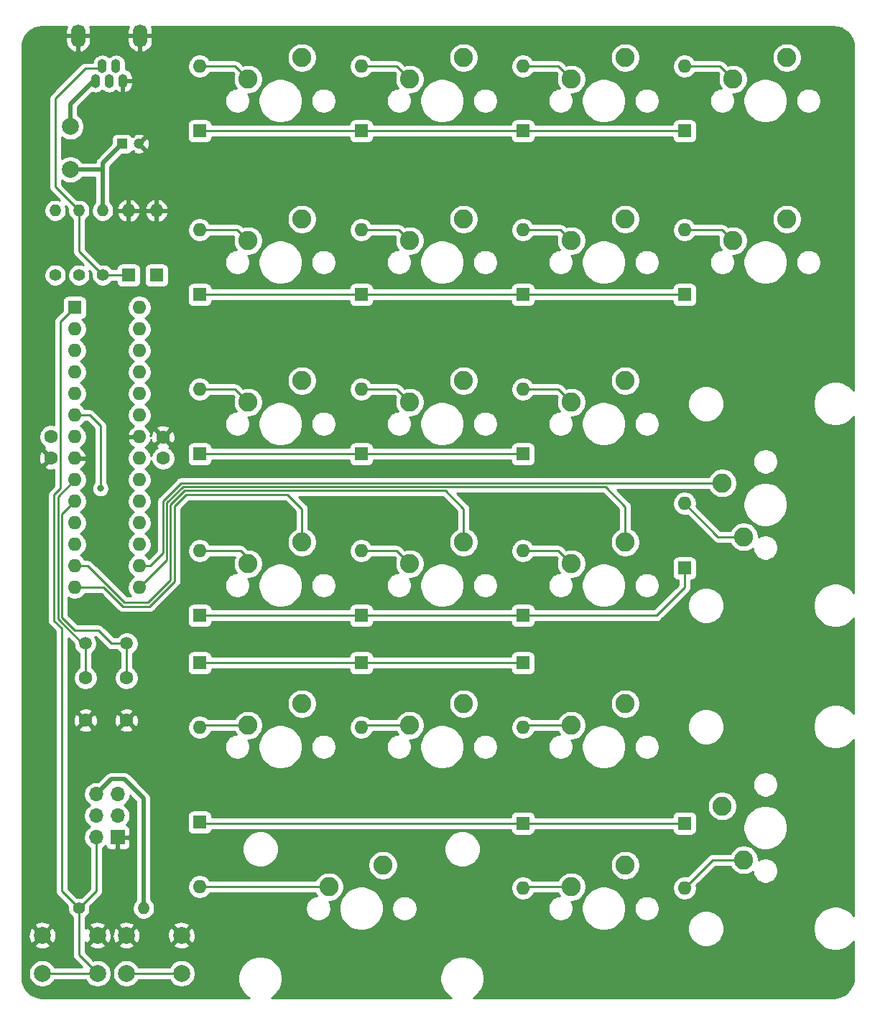
<source format=gbr>
%TF.GenerationSoftware,KiCad,Pcbnew,(5.1.6)-1*%
%TF.CreationDate,2020-06-15T22:18:44+02:00*%
%TF.ProjectId,numpad,6e756d70-6164-42e6-9b69-6361645f7063,rev?*%
%TF.SameCoordinates,Original*%
%TF.FileFunction,Copper,L1,Top*%
%TF.FilePolarity,Positive*%
%FSLAX46Y46*%
G04 Gerber Fmt 4.6, Leading zero omitted, Abs format (unit mm)*
G04 Created by KiCad (PCBNEW (5.1.6)-1) date 2020-06-15 22:18:44*
%MOMM*%
%LPD*%
G01*
G04 APERTURE LIST*
%TA.AperFunction,ComponentPad*%
%ADD10O,1.700000X1.700000*%
%TD*%
%TA.AperFunction,ComponentPad*%
%ADD11R,1.700000X1.700000*%
%TD*%
%TA.AperFunction,ComponentPad*%
%ADD12O,1.600000X1.600000*%
%TD*%
%TA.AperFunction,ComponentPad*%
%ADD13R,1.600000X1.600000*%
%TD*%
%TA.AperFunction,ComponentPad*%
%ADD14C,2.250000*%
%TD*%
%TA.AperFunction,ComponentPad*%
%ADD15C,1.500000*%
%TD*%
%TA.AperFunction,ComponentPad*%
%ADD16O,1.100000X1.650000*%
%TD*%
%TA.AperFunction,ComponentPad*%
%ADD17O,1.700000X2.700000*%
%TD*%
%TA.AperFunction,ComponentPad*%
%ADD18C,2.000000*%
%TD*%
%TA.AperFunction,ComponentPad*%
%ADD19O,1.400000X1.400000*%
%TD*%
%TA.AperFunction,ComponentPad*%
%ADD20C,1.400000*%
%TD*%
%TA.AperFunction,ComponentPad*%
%ADD21C,1.600000*%
%TD*%
%TA.AperFunction,ComponentPad*%
%ADD22C,1.200000*%
%TD*%
%TA.AperFunction,ComponentPad*%
%ADD23R,1.200000X1.200000*%
%TD*%
%TA.AperFunction,ViaPad*%
%ADD24C,0.800000*%
%TD*%
%TA.AperFunction,Conductor*%
%ADD25C,0.500000*%
%TD*%
%TA.AperFunction,Conductor*%
%ADD26C,0.250000*%
%TD*%
%TA.AperFunction,Conductor*%
%ADD27C,0.254000*%
%TD*%
G04 APERTURE END LIST*
D10*
%TO.P,J2,6*%
%TO.N,+5V*%
X89662000Y-134366000D03*
%TO.P,J2,5*%
%TO.N,SCK*%
X92202000Y-134366000D03*
%TO.P,J2,4*%
%TO.N,MISO*%
X89662000Y-136906000D03*
%TO.P,J2,3*%
%TO.N,MOSI*%
X92202000Y-136906000D03*
%TO.P,J2,2*%
%TO.N,reset*%
X89662000Y-139446000D03*
D11*
%TO.P,J2,1*%
%TO.N,GND*%
X92202000Y-139446000D03*
%TD*%
D12*
%TO.P,D19,2*%
%TO.N,Net-(D19-Pad2)*%
X120904000Y-126492000D03*
D13*
%TO.P,D19,1*%
%TO.N,row4*%
X120904000Y-118872000D03*
%TD*%
D14*
%TO.P,MX16,2*%
%TO.N,col0*%
X113919000Y-123698000D03*
%TO.P,MX16,1*%
%TO.N,Net-(D18-Pad2)*%
X107569000Y-126238000D03*
%TD*%
%TO.P,MX20,2*%
%TO.N,col2*%
X152019000Y-142748000D03*
%TO.P,MX20,1*%
%TO.N,Net-(D22-Pad2)*%
X145669000Y-145288000D03*
%TD*%
%TO.P,MX19,2*%
%TO.N,col0*%
X123444000Y-142748000D03*
%TO.P,MX19,1*%
%TO.N,Net-(D21-Pad2)*%
X117094000Y-145288000D03*
%TD*%
%TO.P,MX18,2*%
%TO.N,col2*%
X152019000Y-123698000D03*
%TO.P,MX18,1*%
%TO.N,Net-(D20-Pad2)*%
X145669000Y-126238000D03*
%TD*%
%TO.P,MX21,2*%
%TO.N,col3*%
X163449000Y-135763000D03*
%TO.P,MX21,1*%
%TO.N,Net-(D23-Pad2)*%
X165989000Y-142113000D03*
%TD*%
%TO.P,MX15,2*%
%TO.N,col3*%
X163449000Y-97663000D03*
%TO.P,MX15,1*%
%TO.N,Net-(D17-Pad2)*%
X165989000Y-104013000D03*
%TD*%
D12*
%TO.P,D23,2*%
%TO.N,Net-(D23-Pad2)*%
X159004000Y-145415000D03*
D13*
%TO.P,D23,1*%
%TO.N,row5*%
X159004000Y-137795000D03*
%TD*%
D12*
%TO.P,D22,2*%
%TO.N,Net-(D22-Pad2)*%
X139954000Y-145415000D03*
D13*
%TO.P,D22,1*%
%TO.N,row5*%
X139954000Y-137795000D03*
%TD*%
D12*
%TO.P,D21,2*%
%TO.N,Net-(D21-Pad2)*%
X101854000Y-145288000D03*
D13*
%TO.P,D21,1*%
%TO.N,row5*%
X101854000Y-137668000D03*
%TD*%
D12*
%TO.P,D17,2*%
%TO.N,Net-(D17-Pad2)*%
X159004000Y-100076000D03*
D13*
%TO.P,D17,1*%
%TO.N,row3*%
X159004000Y-107696000D03*
%TD*%
D12*
%TO.P,MCU1,28*%
%TO.N,row0*%
X94742000Y-76962000D03*
%TO.P,MCU1,14*%
%TO.N,col0*%
X87122000Y-109982000D03*
%TO.P,MCU1,27*%
%TO.N,row1*%
X94742000Y-79502000D03*
%TO.P,MCU1,13*%
%TO.N,col1*%
X87122000Y-107442000D03*
%TO.P,MCU1,26*%
%TO.N,row2*%
X94742000Y-82042000D03*
%TO.P,MCU1,12*%
%TO.N,Net-(MCU1-Pad12)*%
X87122000Y-104902000D03*
%TO.P,MCU1,25*%
%TO.N,row3*%
X94742000Y-84582000D03*
%TO.P,MCU1,11*%
%TO.N,Net-(MCU1-Pad11)*%
X87122000Y-102362000D03*
%TO.P,MCU1,24*%
%TO.N,row4*%
X94742000Y-87122000D03*
%TO.P,MCU1,10*%
%TO.N,Net-(C4-Pad1)*%
X87122000Y-99822000D03*
%TO.P,MCU1,23*%
%TO.N,row5*%
X94742000Y-89662000D03*
%TO.P,MCU1,9*%
%TO.N,Net-(C5-Pad1)*%
X87122000Y-97282000D03*
%TO.P,MCU1,22*%
%TO.N,GND*%
X94742000Y-92202000D03*
%TO.P,MCU1,8*%
X87122000Y-94742000D03*
%TO.P,MCU1,21*%
%TO.N,Net-(MCU1-Pad21)*%
X94742000Y-94742000D03*
%TO.P,MCU1,7*%
%TO.N,+5V*%
X87122000Y-92202000D03*
%TO.P,MCU1,20*%
X94742000Y-97282000D03*
%TO.P,MCU1,6*%
%TO.N,boot*%
X87122000Y-89662000D03*
%TO.P,MCU1,19*%
%TO.N,SCK*%
X94742000Y-99822000D03*
%TO.P,MCU1,5*%
%TO.N,D-*%
X87122000Y-87122000D03*
%TO.P,MCU1,18*%
%TO.N,MISO*%
X94742000Y-102362000D03*
%TO.P,MCU1,4*%
%TO.N,D+*%
X87122000Y-84582000D03*
%TO.P,MCU1,17*%
%TO.N,MOSI*%
X94742000Y-104902000D03*
%TO.P,MCU1,3*%
%TO.N,Net-(MCU1-Pad3)*%
X87122000Y-82042000D03*
%TO.P,MCU1,16*%
%TO.N,col3*%
X94742000Y-107442000D03*
%TO.P,MCU1,2*%
%TO.N,Net-(MCU1-Pad2)*%
X87122000Y-79502000D03*
%TO.P,MCU1,15*%
%TO.N,col2*%
X94742000Y-109982000D03*
D13*
%TO.P,MCU1,1*%
%TO.N,reset*%
X87122000Y-76962000D03*
%TD*%
D14*
%TO.P,MX5,2*%
%TO.N,col0*%
X113919000Y-66548000D03*
%TO.P,MX5,1*%
%TO.N,Net-(D7-Pad2)*%
X107569000Y-69088000D03*
%TD*%
%TO.P,MX17,2*%
%TO.N,col1*%
X132969000Y-123698000D03*
%TO.P,MX17,1*%
%TO.N,Net-(D19-Pad2)*%
X126619000Y-126238000D03*
%TD*%
%TO.P,MX14,2*%
%TO.N,col2*%
X152019000Y-104648000D03*
%TO.P,MX14,1*%
%TO.N,Net-(D16-Pad2)*%
X145669000Y-107188000D03*
%TD*%
%TO.P,MX13,2*%
%TO.N,col1*%
X132969000Y-104648000D03*
%TO.P,MX13,1*%
%TO.N,Net-(D15-Pad2)*%
X126619000Y-107188000D03*
%TD*%
%TO.P,MX12,2*%
%TO.N,col0*%
X113919000Y-104648000D03*
%TO.P,MX12,1*%
%TO.N,Net-(D14-Pad2)*%
X107569000Y-107188000D03*
%TD*%
%TO.P,MX11,2*%
%TO.N,col2*%
X152019000Y-85598000D03*
%TO.P,MX11,1*%
%TO.N,Net-(D13-Pad2)*%
X145669000Y-88138000D03*
%TD*%
%TO.P,MX10,2*%
%TO.N,col1*%
X132969000Y-85598000D03*
%TO.P,MX10,1*%
%TO.N,Net-(D12-Pad2)*%
X126619000Y-88138000D03*
%TD*%
%TO.P,MX9,2*%
%TO.N,col0*%
X113919000Y-85598000D03*
%TO.P,MX9,1*%
%TO.N,Net-(D11-Pad2)*%
X107569000Y-88138000D03*
%TD*%
%TO.P,MX8,2*%
%TO.N,col3*%
X171069000Y-66548000D03*
%TO.P,MX8,1*%
%TO.N,Net-(D10-Pad2)*%
X164719000Y-69088000D03*
%TD*%
%TO.P,MX7,2*%
%TO.N,col2*%
X152019000Y-66548000D03*
%TO.P,MX7,1*%
%TO.N,Net-(D9-Pad2)*%
X145669000Y-69088000D03*
%TD*%
%TO.P,MX6,2*%
%TO.N,col1*%
X132969000Y-66548000D03*
%TO.P,MX6,1*%
%TO.N,Net-(D8-Pad2)*%
X126619000Y-69088000D03*
%TD*%
%TO.P,MX4,2*%
%TO.N,col3*%
X171069000Y-47498000D03*
%TO.P,MX4,1*%
%TO.N,Net-(D6-Pad2)*%
X164719000Y-50038000D03*
%TD*%
%TO.P,MX3,2*%
%TO.N,col2*%
X152019000Y-47498000D03*
%TO.P,MX3,1*%
%TO.N,Net-(D5-Pad2)*%
X145669000Y-50038000D03*
%TD*%
%TO.P,MX2,2*%
%TO.N,col1*%
X132969000Y-47498000D03*
%TO.P,MX2,1*%
%TO.N,Net-(D4-Pad2)*%
X126619000Y-50038000D03*
%TD*%
%TO.P,MX1,2*%
%TO.N,col0*%
X113919000Y-47498000D03*
%TO.P,MX1,1*%
%TO.N,Net-(D3-Pad2)*%
X107569000Y-50038000D03*
%TD*%
D15*
%TO.P,XTAL1,2*%
%TO.N,Net-(C4-Pad1)*%
X93272000Y-116586000D03*
%TO.P,XTAL1,1*%
%TO.N,Net-(C5-Pad1)*%
X88392000Y-116586000D03*
%TD*%
D16*
%TO.P,USB1,5*%
%TO.N,GND*%
X92786000Y-50230000D03*
%TO.P,USB1,4*%
%TO.N,Net-(USB1-Pad4)*%
X91986000Y-48530000D03*
%TO.P,USB1,3*%
%TO.N,Net-(D1-Pad1)*%
X91186000Y-50230000D03*
%TO.P,USB1,2*%
%TO.N,Net-(D2-Pad1)*%
X90386000Y-48530000D03*
%TO.P,USB1,1*%
%TO.N,VCC*%
X89586000Y-50230000D03*
D17*
%TO.P,USB1,6*%
%TO.N,GND*%
X94836000Y-44930000D03*
X87536000Y-44930000D03*
%TD*%
D18*
%TO.P,BOOT,1*%
%TO.N,GND*%
X99718000Y-151003000D03*
%TO.P,BOOT,2*%
%TO.N,boot*%
X99718000Y-155503000D03*
%TO.P,BOOT,1*%
%TO.N,GND*%
X93218000Y-151003000D03*
%TO.P,BOOT,2*%
%TO.N,boot*%
X93218000Y-155503000D03*
%TD*%
%TO.P,RESET,1*%
%TO.N,GND*%
X89812000Y-151003000D03*
%TO.P,RESET,2*%
%TO.N,reset*%
X89812000Y-155503000D03*
%TO.P,RESET,1*%
%TO.N,GND*%
X83312000Y-151003000D03*
%TO.P,RESET,2*%
%TO.N,reset*%
X83312000Y-155503000D03*
%TD*%
D19*
%TO.P,R4,2*%
%TO.N,+5V*%
X95250000Y-147828000D03*
D20*
%TO.P,R4,1*%
%TO.N,reset*%
X87630000Y-147828000D03*
%TD*%
D19*
%TO.P,R3,2*%
%TO.N,+5V*%
X90424000Y-65532000D03*
D20*
%TO.P,R3,1*%
%TO.N,Net-(D2-Pad1)*%
X90424000Y-73152000D03*
%TD*%
D19*
%TO.P,R2,2*%
%TO.N,Net-(D2-Pad1)*%
X87630000Y-65532000D03*
D20*
%TO.P,R2,1*%
%TO.N,D-*%
X87630000Y-73152000D03*
%TD*%
D19*
%TO.P,R1,2*%
%TO.N,Net-(D1-Pad1)*%
X84836000Y-65532000D03*
D20*
%TO.P,R1,1*%
%TO.N,D+*%
X84836000Y-73152000D03*
%TD*%
D18*
%TO.P,F1,2*%
%TO.N,VCC*%
X86624000Y-55626000D03*
%TO.P,F1,1*%
%TO.N,+5V*%
X86614000Y-60706000D03*
%TD*%
D12*
%TO.P,D20,2*%
%TO.N,Net-(D20-Pad2)*%
X139954000Y-126492000D03*
D13*
%TO.P,D20,1*%
%TO.N,row4*%
X139954000Y-118872000D03*
%TD*%
D12*
%TO.P,D18,2*%
%TO.N,Net-(D18-Pad2)*%
X101854000Y-126492000D03*
D13*
%TO.P,D18,1*%
%TO.N,row4*%
X101854000Y-118872000D03*
%TD*%
D12*
%TO.P,D16,2*%
%TO.N,Net-(D16-Pad2)*%
X139954000Y-105664000D03*
D13*
%TO.P,D16,1*%
%TO.N,row3*%
X139954000Y-113284000D03*
%TD*%
D12*
%TO.P,D15,2*%
%TO.N,Net-(D15-Pad2)*%
X120904000Y-105664000D03*
D13*
%TO.P,D15,1*%
%TO.N,row3*%
X120904000Y-113284000D03*
%TD*%
D12*
%TO.P,D14,2*%
%TO.N,Net-(D14-Pad2)*%
X101854000Y-105664000D03*
D13*
%TO.P,D14,1*%
%TO.N,row3*%
X101854000Y-113284000D03*
%TD*%
D12*
%TO.P,D13,2*%
%TO.N,Net-(D13-Pad2)*%
X139954000Y-86614000D03*
D13*
%TO.P,D13,1*%
%TO.N,row2*%
X139954000Y-94234000D03*
%TD*%
D12*
%TO.P,D12,2*%
%TO.N,Net-(D12-Pad2)*%
X120904000Y-86614000D03*
D13*
%TO.P,D12,1*%
%TO.N,row2*%
X120904000Y-94234000D03*
%TD*%
D12*
%TO.P,D11,2*%
%TO.N,Net-(D11-Pad2)*%
X101854000Y-86614000D03*
D13*
%TO.P,D11,1*%
%TO.N,row2*%
X101854000Y-94234000D03*
%TD*%
D12*
%TO.P,D10,2*%
%TO.N,Net-(D10-Pad2)*%
X159004000Y-67818000D03*
D13*
%TO.P,D10,1*%
%TO.N,row1*%
X159004000Y-75438000D03*
%TD*%
D12*
%TO.P,D9,2*%
%TO.N,Net-(D9-Pad2)*%
X139954000Y-67818000D03*
D13*
%TO.P,D9,1*%
%TO.N,row1*%
X139954000Y-75438000D03*
%TD*%
D12*
%TO.P,D8,2*%
%TO.N,Net-(D8-Pad2)*%
X120904000Y-67818000D03*
D13*
%TO.P,D8,1*%
%TO.N,row1*%
X120904000Y-75438000D03*
%TD*%
D12*
%TO.P,D7,2*%
%TO.N,Net-(D7-Pad2)*%
X101854000Y-67818000D03*
D13*
%TO.P,D7,1*%
%TO.N,row1*%
X101854000Y-75438000D03*
%TD*%
D12*
%TO.P,D6,2*%
%TO.N,Net-(D6-Pad2)*%
X159004000Y-48514000D03*
D13*
%TO.P,D6,1*%
%TO.N,row0*%
X159004000Y-56134000D03*
%TD*%
D12*
%TO.P,D5,2*%
%TO.N,Net-(D5-Pad2)*%
X139954000Y-48514000D03*
D13*
%TO.P,D5,1*%
%TO.N,row0*%
X139954000Y-56134000D03*
%TD*%
D12*
%TO.P,D4,2*%
%TO.N,Net-(D4-Pad2)*%
X120904000Y-48514000D03*
D13*
%TO.P,D4,1*%
%TO.N,row0*%
X120904000Y-56134000D03*
%TD*%
D12*
%TO.P,D3,2*%
%TO.N,Net-(D3-Pad2)*%
X101854000Y-48514000D03*
D13*
%TO.P,D3,1*%
%TO.N,row0*%
X101854000Y-56134000D03*
%TD*%
D12*
%TO.P,D2,2*%
%TO.N,GND*%
X93472000Y-65532000D03*
D13*
%TO.P,D2,1*%
%TO.N,Net-(D2-Pad1)*%
X93472000Y-73152000D03*
%TD*%
D12*
%TO.P,D1,2*%
%TO.N,GND*%
X96774000Y-65532000D03*
D13*
%TO.P,D1,1*%
%TO.N,Net-(D1-Pad1)*%
X96774000Y-73152000D03*
%TD*%
D21*
%TO.P,C5,2*%
%TO.N,GND*%
X88392000Y-125650000D03*
%TO.P,C5,1*%
%TO.N,Net-(C5-Pad1)*%
X88392000Y-120650000D03*
%TD*%
%TO.P,C4,2*%
%TO.N,GND*%
X93218000Y-125650000D03*
%TO.P,C4,1*%
%TO.N,Net-(C4-Pad1)*%
X93218000Y-120650000D03*
%TD*%
%TO.P,C3,2*%
%TO.N,GND*%
X97536000Y-92242000D03*
%TO.P,C3,1*%
%TO.N,+5V*%
X97536000Y-94742000D03*
%TD*%
%TO.P,C2,2*%
%TO.N,GND*%
X84328000Y-94702000D03*
%TO.P,C2,1*%
%TO.N,+5V*%
X84328000Y-92202000D03*
%TD*%
D22*
%TO.P,C1,2*%
%TO.N,GND*%
X94710000Y-57658000D03*
D23*
%TO.P,C1,1*%
%TO.N,+5V*%
X92710000Y-57658000D03*
%TD*%
D24*
%TO.N,boot*%
X90170000Y-98298000D03*
%TD*%
D25*
%TO.N,+5V*%
X90424000Y-59944000D02*
X92710000Y-57658000D01*
X86614000Y-60706000D02*
X90424000Y-60706000D01*
X90424000Y-65532000D02*
X90424000Y-60706000D01*
X90424000Y-60706000D02*
X90424000Y-59944000D01*
X89662000Y-134366000D02*
X91440000Y-132588000D01*
X91440000Y-132588000D02*
X92964000Y-132588000D01*
X95250000Y-134874000D02*
X95250000Y-147828000D01*
X92964000Y-132588000D02*
X95250000Y-134874000D01*
D26*
%TO.N,Net-(C4-Pad1)*%
X93218000Y-116640000D02*
X93272000Y-116586000D01*
X93218000Y-120650000D02*
X93218000Y-116640000D01*
X93272000Y-116586000D02*
X91440000Y-116586000D01*
X91440000Y-116586000D02*
X89916000Y-115062000D01*
X89916000Y-115062000D02*
X87122000Y-115062000D01*
X87122000Y-115062000D02*
X85598000Y-113538000D01*
X85598000Y-101346000D02*
X87122000Y-99822000D01*
X85598000Y-113538000D02*
X85598000Y-101346000D01*
%TO.N,Net-(C5-Pad1)*%
X88392000Y-120650000D02*
X88392000Y-116586000D01*
X88392000Y-116586000D02*
X88009590Y-116586000D01*
X85147990Y-99256010D02*
X87122000Y-97282000D01*
X85147990Y-113724400D02*
X85147990Y-99256010D01*
X88009590Y-116586000D02*
X85147990Y-113724400D01*
%TO.N,Net-(D2-Pad1)*%
X90386000Y-48780000D02*
X88380000Y-48780000D01*
X88380000Y-48780000D02*
X84836000Y-52324000D01*
X84836000Y-62738000D02*
X87630000Y-65532000D01*
X84836000Y-52324000D02*
X84836000Y-62738000D01*
X87630000Y-70358000D02*
X90424000Y-73152000D01*
X87630000Y-65532000D02*
X87630000Y-70358000D01*
X93472000Y-73152000D02*
X90424000Y-73152000D01*
%TO.N,Net-(D3-Pad2)*%
X106045000Y-48514000D02*
X107569000Y-50038000D01*
X101854000Y-48514000D02*
X106045000Y-48514000D01*
%TO.N,Net-(D4-Pad2)*%
X125095000Y-48514000D02*
X126619000Y-50038000D01*
X120904000Y-48514000D02*
X125095000Y-48514000D01*
%TO.N,Net-(D5-Pad2)*%
X144145000Y-48514000D02*
X145669000Y-50038000D01*
X139954000Y-48514000D02*
X144145000Y-48514000D01*
%TO.N,Net-(D6-Pad2)*%
X163195000Y-48514000D02*
X164719000Y-50038000D01*
X159004000Y-48514000D02*
X163195000Y-48514000D01*
%TO.N,Net-(D7-Pad2)*%
X106299000Y-67818000D02*
X107569000Y-69088000D01*
X101854000Y-67818000D02*
X106299000Y-67818000D01*
%TO.N,Net-(D8-Pad2)*%
X125349000Y-67818000D02*
X126619000Y-69088000D01*
X120904000Y-67818000D02*
X125349000Y-67818000D01*
%TO.N,Net-(D9-Pad2)*%
X144399000Y-67818000D02*
X145669000Y-69088000D01*
X139954000Y-67818000D02*
X144399000Y-67818000D01*
%TO.N,Net-(D10-Pad2)*%
X163449000Y-67818000D02*
X164719000Y-69088000D01*
X159004000Y-67818000D02*
X163449000Y-67818000D01*
%TO.N,Net-(D11-Pad2)*%
X106045000Y-86614000D02*
X107569000Y-88138000D01*
X101854000Y-86614000D02*
X106045000Y-86614000D01*
%TO.N,Net-(D12-Pad2)*%
X125095000Y-86614000D02*
X126619000Y-88138000D01*
X120904000Y-86614000D02*
X125095000Y-86614000D01*
%TO.N,Net-(D13-Pad2)*%
X144145000Y-86614000D02*
X145669000Y-88138000D01*
X139954000Y-86614000D02*
X144145000Y-86614000D01*
%TO.N,Net-(D14-Pad2)*%
X107755400Y-106737990D02*
X107887205Y-106869795D01*
X101854000Y-105664000D02*
X106681410Y-105664000D01*
X106681410Y-105664000D02*
X107755400Y-106737990D01*
%TO.N,Net-(D15-Pad2)*%
X125095000Y-105664000D02*
X126619000Y-107188000D01*
X120904000Y-105664000D02*
X125095000Y-105664000D01*
%TO.N,Net-(D16-Pad2)*%
X144145000Y-105664000D02*
X145669000Y-107188000D01*
X139954000Y-105664000D02*
X144145000Y-105664000D01*
%TO.N,Net-(D17-Pad2)*%
X162941000Y-104013000D02*
X159004000Y-100076000D01*
X165989000Y-104013000D02*
X162941000Y-104013000D01*
%TO.N,Net-(D18-Pad2)*%
X102108000Y-126238000D02*
X101854000Y-126492000D01*
X107569000Y-126238000D02*
X102108000Y-126238000D01*
%TO.N,Net-(D19-Pad2)*%
X121158000Y-126238000D02*
X120904000Y-126492000D01*
X126619000Y-126238000D02*
X121158000Y-126238000D01*
%TO.N,Net-(D20-Pad2)*%
X140208000Y-126238000D02*
X139954000Y-126492000D01*
X145669000Y-126238000D02*
X140208000Y-126238000D01*
D25*
%TO.N,VCC*%
X86624000Y-52942000D02*
X89586000Y-49980000D01*
X86624000Y-55626000D02*
X86624000Y-52942000D01*
D26*
%TO.N,boot*%
X88900000Y-89662000D02*
X87122000Y-89662000D01*
X90170000Y-98298000D02*
X90170000Y-90932000D01*
X90170000Y-90932000D02*
X88900000Y-89662000D01*
X93218000Y-155503000D02*
X99718000Y-155503000D01*
%TO.N,reset*%
X87630000Y-153321000D02*
X87630000Y-147828000D01*
X89812000Y-155503000D02*
X87630000Y-153321000D01*
X83312000Y-155503000D02*
X89812000Y-155503000D01*
X85598000Y-145796000D02*
X87630000Y-147828000D01*
X85598000Y-114810820D02*
X85598000Y-145796000D01*
X85453001Y-78630999D02*
X85453001Y-98314589D01*
X84697980Y-113910800D02*
X85598000Y-114810820D01*
X85453001Y-98314589D02*
X84697980Y-99069610D01*
X87122000Y-76962000D02*
X85453001Y-78630999D01*
X84697980Y-99069610D02*
X84697980Y-113910800D01*
X89662000Y-145796000D02*
X87630000Y-147828000D01*
X89662000Y-139446000D02*
X89662000Y-145796000D01*
%TO.N,row0*%
X159004000Y-56134000D02*
X101854000Y-56134000D01*
%TO.N,row1*%
X101854000Y-75438000D02*
X159004000Y-75438000D01*
%TO.N,row2*%
X101854000Y-94234000D02*
X139954000Y-94234000D01*
%TO.N,row3*%
X101854000Y-113284000D02*
X139954000Y-113284000D01*
X139954000Y-113284000D02*
X155702000Y-113284000D01*
X159004000Y-109982000D02*
X159004000Y-107696000D01*
X155702000Y-113284000D02*
X159004000Y-109982000D01*
%TO.N,row4*%
X101854000Y-118872000D02*
X120904000Y-118872000D01*
X139954000Y-118872000D02*
X120904000Y-118872000D01*
%TO.N,col0*%
X87122000Y-109982000D02*
X90549590Y-109982000D01*
X95944401Y-112210009D02*
X98886030Y-109268380D01*
X90549590Y-109982000D02*
X92777600Y-112210010D01*
X92777600Y-112210010D02*
X95944401Y-112210009D01*
X98886030Y-109268380D02*
X98886030Y-100381200D01*
X98886030Y-100381200D02*
X100254200Y-99013030D01*
X100254200Y-99013030D02*
X112221030Y-99013030D01*
X113919000Y-100711000D02*
X113919000Y-104648000D01*
X112221030Y-99013030D02*
X113919000Y-100711000D01*
%TO.N,col1*%
X87122000Y-107442000D02*
X88646000Y-107442000D01*
X88646000Y-107442000D02*
X92964000Y-111760000D01*
X92964000Y-111760000D02*
X95758000Y-111760000D01*
X95758000Y-111760000D02*
X98436020Y-109081980D01*
X98436020Y-109081980D02*
X98436020Y-100194800D01*
X98436020Y-100194800D02*
X100067800Y-98563020D01*
X100067800Y-98563020D02*
X130821020Y-98563020D01*
X132969000Y-100711000D02*
X132969000Y-104648000D01*
X130821020Y-98563020D02*
X132969000Y-100711000D01*
%TO.N,col2*%
X94742000Y-109982000D02*
X97986010Y-106737990D01*
X97986010Y-106737990D02*
X97986010Y-100008400D01*
X97986010Y-100008400D02*
X99881400Y-98113010D01*
X99881400Y-98113010D02*
X149675010Y-98113010D01*
X152019000Y-100457000D02*
X152019000Y-104648000D01*
X149675010Y-98113010D02*
X152019000Y-100457000D01*
%TO.N,col3*%
X94742000Y-107442000D02*
X96012000Y-107442000D01*
X96012000Y-107442000D02*
X97536000Y-105918000D01*
X97536000Y-105918000D02*
X97536000Y-99822000D01*
X99695000Y-97663000D02*
X163449000Y-97663000D01*
X97536000Y-99822000D02*
X99695000Y-97663000D01*
%TO.N,Net-(D21-Pad2)*%
X117094000Y-145288000D02*
X101854000Y-145288000D01*
%TO.N,Net-(D22-Pad2)*%
X140081000Y-145288000D02*
X139954000Y-145415000D01*
X145669000Y-145288000D02*
X140081000Y-145288000D01*
%TO.N,row5*%
X159004000Y-137795000D02*
X139954000Y-137795000D01*
X101981000Y-137795000D02*
X101854000Y-137668000D01*
X139954000Y-137795000D02*
X101981000Y-137795000D01*
%TO.N,Net-(D23-Pad2)*%
X162306000Y-142113000D02*
X159004000Y-145415000D01*
X165989000Y-142113000D02*
X162306000Y-142113000D01*
%TD*%
D27*
%TO.N,GND*%
G36*
X86104310Y-44015731D02*
G01*
X86051000Y-44303000D01*
X86051000Y-44803000D01*
X87409000Y-44803000D01*
X87409000Y-44783000D01*
X87663000Y-44783000D01*
X87663000Y-44803000D01*
X89021000Y-44803000D01*
X89021000Y-44303000D01*
X88967690Y-44015731D01*
X88894340Y-43832000D01*
X93477660Y-43832000D01*
X93404310Y-44015731D01*
X93351000Y-44303000D01*
X93351000Y-44803000D01*
X94709000Y-44803000D01*
X94709000Y-44783000D01*
X94963000Y-44783000D01*
X94963000Y-44803000D01*
X96321000Y-44803000D01*
X96321000Y-44303000D01*
X96267690Y-44015731D01*
X96194340Y-43832000D01*
X176498114Y-43832000D01*
X176994779Y-43880699D01*
X177441851Y-44015678D01*
X177854197Y-44234926D01*
X178216099Y-44530086D01*
X178513782Y-44889922D01*
X178735901Y-45300723D01*
X178874000Y-45746848D01*
X178926000Y-46241593D01*
X178926000Y-86784985D01*
X178819786Y-86626024D01*
X178454726Y-86260964D01*
X178025461Y-85974139D01*
X177548488Y-85776570D01*
X177042136Y-85675850D01*
X176525864Y-85675850D01*
X176019512Y-85776570D01*
X175542539Y-85974139D01*
X175113274Y-86260964D01*
X174748214Y-86626024D01*
X174461389Y-87055289D01*
X174263820Y-87532262D01*
X174163100Y-88038614D01*
X174163100Y-88554886D01*
X174263820Y-89061238D01*
X174461389Y-89538211D01*
X174748214Y-89967476D01*
X175113274Y-90332536D01*
X175542539Y-90619361D01*
X176019512Y-90816930D01*
X176525864Y-90917650D01*
X177042136Y-90917650D01*
X177548488Y-90816930D01*
X178025461Y-90619361D01*
X178454726Y-90332536D01*
X178819786Y-89967476D01*
X178926000Y-89808515D01*
X178926001Y-110597486D01*
X178819786Y-110438524D01*
X178454726Y-110073464D01*
X178025461Y-109786639D01*
X177548488Y-109589070D01*
X177042136Y-109488350D01*
X176525864Y-109488350D01*
X176019512Y-109589070D01*
X175542539Y-109786639D01*
X175113274Y-110073464D01*
X174748214Y-110438524D01*
X174461389Y-110867789D01*
X174263820Y-111344762D01*
X174163100Y-111851114D01*
X174163100Y-112367386D01*
X174263820Y-112873738D01*
X174461389Y-113350711D01*
X174748214Y-113779976D01*
X175113274Y-114145036D01*
X175542539Y-114431861D01*
X176019512Y-114629430D01*
X176525864Y-114730150D01*
X177042136Y-114730150D01*
X177548488Y-114629430D01*
X178025461Y-114431861D01*
X178454726Y-114145036D01*
X178819786Y-113779976D01*
X178926001Y-113621014D01*
X178926001Y-124884986D01*
X178819786Y-124726024D01*
X178454726Y-124360964D01*
X178025461Y-124074139D01*
X177548488Y-123876570D01*
X177042136Y-123775850D01*
X176525864Y-123775850D01*
X176019512Y-123876570D01*
X175542539Y-124074139D01*
X175113274Y-124360964D01*
X174748214Y-124726024D01*
X174461389Y-125155289D01*
X174263820Y-125632262D01*
X174163100Y-126138614D01*
X174163100Y-126654886D01*
X174263820Y-127161238D01*
X174461389Y-127638211D01*
X174748214Y-128067476D01*
X175113274Y-128432536D01*
X175542539Y-128719361D01*
X176019512Y-128916930D01*
X176525864Y-129017650D01*
X177042136Y-129017650D01*
X177548488Y-128916930D01*
X178025461Y-128719361D01*
X178454726Y-128432536D01*
X178819786Y-128067476D01*
X178926001Y-127908514D01*
X178926001Y-148697486D01*
X178819786Y-148538524D01*
X178454726Y-148173464D01*
X178025461Y-147886639D01*
X177548488Y-147689070D01*
X177042136Y-147588350D01*
X176525864Y-147588350D01*
X176019512Y-147689070D01*
X175542539Y-147886639D01*
X175113274Y-148173464D01*
X174748214Y-148538524D01*
X174461389Y-148967789D01*
X174263820Y-149444762D01*
X174163100Y-149951114D01*
X174163100Y-150467386D01*
X174263820Y-150973738D01*
X174461389Y-151450711D01*
X174748214Y-151879976D01*
X175113274Y-152245036D01*
X175542539Y-152531861D01*
X176019512Y-152729430D01*
X176525864Y-152830150D01*
X177042136Y-152830150D01*
X177548488Y-152729430D01*
X178025461Y-152531861D01*
X178454726Y-152245036D01*
X178819786Y-151879976D01*
X178926001Y-151721014D01*
X178926001Y-155924104D01*
X178877301Y-156420779D01*
X178742322Y-156867851D01*
X178523073Y-157280199D01*
X178227915Y-157642098D01*
X177868075Y-157939784D01*
X177457277Y-158161901D01*
X177011152Y-158300000D01*
X176516407Y-158352000D01*
X134131946Y-158352000D01*
X134480976Y-158118786D01*
X134846036Y-157753726D01*
X135132861Y-157324461D01*
X135330430Y-156847488D01*
X135431150Y-156341136D01*
X135431150Y-155824864D01*
X135330430Y-155318512D01*
X135132861Y-154841539D01*
X134846036Y-154412274D01*
X134480976Y-154047214D01*
X134051711Y-153760389D01*
X133574738Y-153562820D01*
X133068386Y-153462100D01*
X132552114Y-153462100D01*
X132045762Y-153562820D01*
X131568789Y-153760389D01*
X131139524Y-154047214D01*
X130774464Y-154412274D01*
X130487639Y-154841539D01*
X130290070Y-155318512D01*
X130189350Y-155824864D01*
X130189350Y-156341136D01*
X130290070Y-156847488D01*
X130487639Y-157324461D01*
X130774464Y-157753726D01*
X131139524Y-158118786D01*
X131488554Y-158352000D01*
X110319446Y-158352000D01*
X110668476Y-158118786D01*
X111033536Y-157753726D01*
X111320361Y-157324461D01*
X111517930Y-156847488D01*
X111618650Y-156341136D01*
X111618650Y-155824864D01*
X111517930Y-155318512D01*
X111320361Y-154841539D01*
X111033536Y-154412274D01*
X110668476Y-154047214D01*
X110239211Y-153760389D01*
X109762238Y-153562820D01*
X109255886Y-153462100D01*
X108739614Y-153462100D01*
X108233262Y-153562820D01*
X107756289Y-153760389D01*
X107327024Y-154047214D01*
X106961964Y-154412274D01*
X106675139Y-154841539D01*
X106477570Y-155318512D01*
X106376850Y-155824864D01*
X106376850Y-156341136D01*
X106477570Y-156847488D01*
X106675139Y-157324461D01*
X106961964Y-157753726D01*
X107327024Y-158118786D01*
X107676054Y-158352000D01*
X83343886Y-158352000D01*
X82847221Y-158303301D01*
X82400149Y-158168322D01*
X81987801Y-157949073D01*
X81625902Y-157653915D01*
X81328216Y-157294075D01*
X81106099Y-156883277D01*
X80968000Y-156437152D01*
X80916000Y-155942407D01*
X80916000Y-155342755D01*
X81685000Y-155342755D01*
X81685000Y-155663245D01*
X81747525Y-155977578D01*
X81870172Y-156273673D01*
X82048227Y-156540152D01*
X82274848Y-156766773D01*
X82541327Y-156944828D01*
X82837422Y-157067475D01*
X83151755Y-157130000D01*
X83472245Y-157130000D01*
X83786578Y-157067475D01*
X84082673Y-156944828D01*
X84349152Y-156766773D01*
X84575773Y-156540152D01*
X84753828Y-156273673D01*
X84761563Y-156255000D01*
X88362437Y-156255000D01*
X88370172Y-156273673D01*
X88548227Y-156540152D01*
X88774848Y-156766773D01*
X89041327Y-156944828D01*
X89337422Y-157067475D01*
X89651755Y-157130000D01*
X89972245Y-157130000D01*
X90286578Y-157067475D01*
X90582673Y-156944828D01*
X90849152Y-156766773D01*
X91075773Y-156540152D01*
X91253828Y-156273673D01*
X91376475Y-155977578D01*
X91439000Y-155663245D01*
X91439000Y-155342755D01*
X91591000Y-155342755D01*
X91591000Y-155663245D01*
X91653525Y-155977578D01*
X91776172Y-156273673D01*
X91954227Y-156540152D01*
X92180848Y-156766773D01*
X92447327Y-156944828D01*
X92743422Y-157067475D01*
X93057755Y-157130000D01*
X93378245Y-157130000D01*
X93692578Y-157067475D01*
X93988673Y-156944828D01*
X94255152Y-156766773D01*
X94481773Y-156540152D01*
X94659828Y-156273673D01*
X94667563Y-156255000D01*
X98268437Y-156255000D01*
X98276172Y-156273673D01*
X98454227Y-156540152D01*
X98680848Y-156766773D01*
X98947327Y-156944828D01*
X99243422Y-157067475D01*
X99557755Y-157130000D01*
X99878245Y-157130000D01*
X100192578Y-157067475D01*
X100488673Y-156944828D01*
X100755152Y-156766773D01*
X100981773Y-156540152D01*
X101159828Y-156273673D01*
X101282475Y-155977578D01*
X101345000Y-155663245D01*
X101345000Y-155342755D01*
X101282475Y-155028422D01*
X101159828Y-154732327D01*
X100981773Y-154465848D01*
X100755152Y-154239227D01*
X100488673Y-154061172D01*
X100192578Y-153938525D01*
X99878245Y-153876000D01*
X99557755Y-153876000D01*
X99243422Y-153938525D01*
X98947327Y-154061172D01*
X98680848Y-154239227D01*
X98454227Y-154465848D01*
X98276172Y-154732327D01*
X98268437Y-154751000D01*
X94667563Y-154751000D01*
X94659828Y-154732327D01*
X94481773Y-154465848D01*
X94255152Y-154239227D01*
X93988673Y-154061172D01*
X93692578Y-153938525D01*
X93378245Y-153876000D01*
X93057755Y-153876000D01*
X92743422Y-153938525D01*
X92447327Y-154061172D01*
X92180848Y-154239227D01*
X91954227Y-154465848D01*
X91776172Y-154732327D01*
X91653525Y-155028422D01*
X91591000Y-155342755D01*
X91439000Y-155342755D01*
X91376475Y-155028422D01*
X91253828Y-154732327D01*
X91075773Y-154465848D01*
X90849152Y-154239227D01*
X90582673Y-154061172D01*
X90286578Y-153938525D01*
X89972245Y-153876000D01*
X89651755Y-153876000D01*
X89337422Y-153938525D01*
X89318748Y-153946260D01*
X88382000Y-153009512D01*
X88382000Y-152138413D01*
X88856192Y-152138413D01*
X88951956Y-152402814D01*
X89241571Y-152543704D01*
X89553108Y-152625384D01*
X89874595Y-152644718D01*
X90193675Y-152600961D01*
X90498088Y-152495795D01*
X90672044Y-152402814D01*
X90767808Y-152138413D01*
X92262192Y-152138413D01*
X92357956Y-152402814D01*
X92647571Y-152543704D01*
X92959108Y-152625384D01*
X93280595Y-152644718D01*
X93599675Y-152600961D01*
X93904088Y-152495795D01*
X94078044Y-152402814D01*
X94173808Y-152138413D01*
X98762192Y-152138413D01*
X98857956Y-152402814D01*
X99147571Y-152543704D01*
X99459108Y-152625384D01*
X99780595Y-152644718D01*
X100099675Y-152600961D01*
X100404088Y-152495795D01*
X100578044Y-152402814D01*
X100673808Y-152138413D01*
X99718000Y-151182605D01*
X98762192Y-152138413D01*
X94173808Y-152138413D01*
X93218000Y-151182605D01*
X92262192Y-152138413D01*
X90767808Y-152138413D01*
X89812000Y-151182605D01*
X88856192Y-152138413D01*
X88382000Y-152138413D01*
X88382000Y-151806570D01*
X88412186Y-151863044D01*
X88676587Y-151958808D01*
X89632395Y-151003000D01*
X89991605Y-151003000D01*
X90947413Y-151958808D01*
X91211814Y-151863044D01*
X91352704Y-151573429D01*
X91434384Y-151261892D01*
X91446189Y-151065595D01*
X91576282Y-151065595D01*
X91620039Y-151384675D01*
X91725205Y-151689088D01*
X91818186Y-151863044D01*
X92082587Y-151958808D01*
X93038395Y-151003000D01*
X93397605Y-151003000D01*
X94353413Y-151958808D01*
X94617814Y-151863044D01*
X94758704Y-151573429D01*
X94840384Y-151261892D01*
X94852189Y-151065595D01*
X98076282Y-151065595D01*
X98120039Y-151384675D01*
X98225205Y-151689088D01*
X98318186Y-151863044D01*
X98582587Y-151958808D01*
X99538395Y-151003000D01*
X99897605Y-151003000D01*
X100853413Y-151958808D01*
X101117814Y-151863044D01*
X101258704Y-151573429D01*
X101340384Y-151261892D01*
X101359718Y-150940405D01*
X101315961Y-150621325D01*
X101210795Y-150316912D01*
X101117814Y-150142956D01*
X100853413Y-150047192D01*
X99897605Y-151003000D01*
X99538395Y-151003000D01*
X98582587Y-150047192D01*
X98318186Y-150142956D01*
X98177296Y-150432571D01*
X98095616Y-150744108D01*
X98076282Y-151065595D01*
X94852189Y-151065595D01*
X94859718Y-150940405D01*
X94815961Y-150621325D01*
X94710795Y-150316912D01*
X94617814Y-150142956D01*
X94353413Y-150047192D01*
X93397605Y-151003000D01*
X93038395Y-151003000D01*
X92082587Y-150047192D01*
X91818186Y-150142956D01*
X91677296Y-150432571D01*
X91595616Y-150744108D01*
X91576282Y-151065595D01*
X91446189Y-151065595D01*
X91453718Y-150940405D01*
X91409961Y-150621325D01*
X91304795Y-150316912D01*
X91211814Y-150142956D01*
X90947413Y-150047192D01*
X89991605Y-151003000D01*
X89632395Y-151003000D01*
X88676587Y-150047192D01*
X88412186Y-150142956D01*
X88382000Y-150205007D01*
X88382000Y-149867587D01*
X88856192Y-149867587D01*
X89812000Y-150823395D01*
X90767808Y-149867587D01*
X92262192Y-149867587D01*
X93218000Y-150823395D01*
X94173808Y-149867587D01*
X98762192Y-149867587D01*
X99718000Y-150823395D01*
X100673808Y-149867587D01*
X100578044Y-149603186D01*
X100288429Y-149462296D01*
X99976892Y-149380616D01*
X99655405Y-149361282D01*
X99336325Y-149405039D01*
X99031912Y-149510205D01*
X98857956Y-149603186D01*
X98762192Y-149867587D01*
X94173808Y-149867587D01*
X94078044Y-149603186D01*
X93788429Y-149462296D01*
X93476892Y-149380616D01*
X93155405Y-149361282D01*
X92836325Y-149405039D01*
X92531912Y-149510205D01*
X92357956Y-149603186D01*
X92262192Y-149867587D01*
X90767808Y-149867587D01*
X90672044Y-149603186D01*
X90382429Y-149462296D01*
X90070892Y-149380616D01*
X89749405Y-149361282D01*
X89430325Y-149405039D01*
X89125912Y-149510205D01*
X88951956Y-149603186D01*
X88856192Y-149867587D01*
X88382000Y-149867587D01*
X88382000Y-148921499D01*
X88475913Y-148858748D01*
X88660748Y-148673913D01*
X88805972Y-148456570D01*
X88906004Y-148215072D01*
X88957000Y-147958698D01*
X88957000Y-147697302D01*
X88934965Y-147586524D01*
X90167626Y-146353863D01*
X90196317Y-146330317D01*
X90290290Y-146215810D01*
X90360118Y-146085170D01*
X90403119Y-145943418D01*
X90414000Y-145832938D01*
X90414000Y-145832936D01*
X90417638Y-145796000D01*
X90414000Y-145759065D01*
X90414000Y-140719903D01*
X90603533Y-140593261D01*
X90737854Y-140458940D01*
X90762498Y-140540180D01*
X90821463Y-140650494D01*
X90900815Y-140747185D01*
X90997506Y-140826537D01*
X91107820Y-140885502D01*
X91227518Y-140921812D01*
X91352000Y-140934072D01*
X91916250Y-140931000D01*
X92075000Y-140772250D01*
X92075000Y-139573000D01*
X92329000Y-139573000D01*
X92329000Y-140772250D01*
X92487750Y-140931000D01*
X93052000Y-140934072D01*
X93176482Y-140921812D01*
X93296180Y-140885502D01*
X93406494Y-140826537D01*
X93503185Y-140747185D01*
X93582537Y-140650494D01*
X93641502Y-140540180D01*
X93677812Y-140420482D01*
X93690072Y-140296000D01*
X93687000Y-139731750D01*
X93528250Y-139573000D01*
X92329000Y-139573000D01*
X92075000Y-139573000D01*
X92055000Y-139573000D01*
X92055000Y-139319000D01*
X92075000Y-139319000D01*
X92075000Y-139299000D01*
X92329000Y-139299000D01*
X92329000Y-139319000D01*
X93528250Y-139319000D01*
X93687000Y-139160250D01*
X93690072Y-138596000D01*
X93677812Y-138471518D01*
X93641502Y-138351820D01*
X93582537Y-138241506D01*
X93503185Y-138144815D01*
X93406494Y-138065463D01*
X93296180Y-138006498D01*
X93214940Y-137981854D01*
X93349261Y-137847533D01*
X93510901Y-137605622D01*
X93622240Y-137336825D01*
X93679000Y-137051472D01*
X93679000Y-136760528D01*
X93622240Y-136475175D01*
X93510901Y-136206378D01*
X93349261Y-135964467D01*
X93143533Y-135758739D01*
X92959841Y-135636000D01*
X93143533Y-135513261D01*
X93349261Y-135307533D01*
X93510901Y-135065622D01*
X93622240Y-134796825D01*
X93673725Y-134537990D01*
X94373000Y-135237265D01*
X94373001Y-146828338D01*
X94219252Y-146982087D01*
X94074028Y-147199430D01*
X93973996Y-147440928D01*
X93923000Y-147697302D01*
X93923000Y-147958698D01*
X93973996Y-148215072D01*
X94074028Y-148456570D01*
X94219252Y-148673913D01*
X94404087Y-148858748D01*
X94621430Y-149003972D01*
X94862928Y-149104004D01*
X95119302Y-149155000D01*
X95380698Y-149155000D01*
X95637072Y-149104004D01*
X95878570Y-149003972D01*
X96095913Y-148858748D01*
X96280748Y-148673913D01*
X96425972Y-148456570D01*
X96526004Y-148215072D01*
X96577000Y-147958698D01*
X96577000Y-147697302D01*
X96526004Y-147440928D01*
X96425972Y-147199430D01*
X96280748Y-146982087D01*
X96127000Y-146828339D01*
X96127000Y-145147453D01*
X100427000Y-145147453D01*
X100427000Y-145428547D01*
X100481838Y-145704241D01*
X100589409Y-145963938D01*
X100745576Y-146197660D01*
X100944340Y-146396424D01*
X101178062Y-146552591D01*
X101437759Y-146660162D01*
X101713453Y-146715000D01*
X101994547Y-146715000D01*
X102270241Y-146660162D01*
X102529938Y-146552591D01*
X102763660Y-146396424D01*
X102962424Y-146197660D01*
X103067768Y-146040000D01*
X115509138Y-146040000D01*
X115541398Y-146117883D01*
X115680457Y-146326000D01*
X115676066Y-146326000D01*
X115385883Y-146383721D01*
X115112536Y-146496944D01*
X114866531Y-146661320D01*
X114657320Y-146870531D01*
X114492944Y-147116536D01*
X114379721Y-147389883D01*
X114322000Y-147680066D01*
X114322000Y-147975934D01*
X114379721Y-148266117D01*
X114492944Y-148539464D01*
X114657320Y-148785469D01*
X114866531Y-148994680D01*
X115112536Y-149159056D01*
X115385883Y-149272279D01*
X115676066Y-149330000D01*
X115971934Y-149330000D01*
X116262117Y-149272279D01*
X116535464Y-149159056D01*
X116781469Y-148994680D01*
X116990680Y-148785469D01*
X117155056Y-148539464D01*
X117268279Y-148266117D01*
X117326000Y-147975934D01*
X117326000Y-147680066D01*
X117304080Y-147569864D01*
X118283100Y-147569864D01*
X118283100Y-148086136D01*
X118383820Y-148592488D01*
X118581389Y-149069461D01*
X118868214Y-149498726D01*
X119233274Y-149863786D01*
X119662539Y-150150611D01*
X120139512Y-150348180D01*
X120645864Y-150448900D01*
X121162136Y-150448900D01*
X121668488Y-150348180D01*
X122145461Y-150150611D01*
X122574726Y-149863786D01*
X122939786Y-149498726D01*
X123226611Y-149069461D01*
X123424180Y-148592488D01*
X123524900Y-148086136D01*
X123524900Y-147680066D01*
X124482000Y-147680066D01*
X124482000Y-147975934D01*
X124539721Y-148266117D01*
X124652944Y-148539464D01*
X124817320Y-148785469D01*
X125026531Y-148994680D01*
X125272536Y-149159056D01*
X125545883Y-149272279D01*
X125836066Y-149330000D01*
X126131934Y-149330000D01*
X126422117Y-149272279D01*
X126695464Y-149159056D01*
X126941469Y-148994680D01*
X127150680Y-148785469D01*
X127315056Y-148539464D01*
X127428279Y-148266117D01*
X127486000Y-147975934D01*
X127486000Y-147680066D01*
X127428279Y-147389883D01*
X127315056Y-147116536D01*
X127150680Y-146870531D01*
X126941469Y-146661320D01*
X126695464Y-146496944D01*
X126422117Y-146383721D01*
X126131934Y-146326000D01*
X125836066Y-146326000D01*
X125545883Y-146383721D01*
X125272536Y-146496944D01*
X125026531Y-146661320D01*
X124817320Y-146870531D01*
X124652944Y-147116536D01*
X124539721Y-147389883D01*
X124482000Y-147680066D01*
X123524900Y-147680066D01*
X123524900Y-147569864D01*
X123424180Y-147063512D01*
X123226611Y-146586539D01*
X122939786Y-146157274D01*
X122574726Y-145792214D01*
X122145461Y-145505389D01*
X121668488Y-145307820D01*
X121500742Y-145274453D01*
X138527000Y-145274453D01*
X138527000Y-145555547D01*
X138581838Y-145831241D01*
X138689409Y-146090938D01*
X138845576Y-146324660D01*
X139044340Y-146523424D01*
X139278062Y-146679591D01*
X139537759Y-146787162D01*
X139813453Y-146842000D01*
X140094547Y-146842000D01*
X140370241Y-146787162D01*
X140629938Y-146679591D01*
X140863660Y-146523424D01*
X141062424Y-146324660D01*
X141218591Y-146090938D01*
X141239690Y-146040000D01*
X144084138Y-146040000D01*
X144116398Y-146117883D01*
X144255457Y-146326000D01*
X144251066Y-146326000D01*
X143960883Y-146383721D01*
X143687536Y-146496944D01*
X143441531Y-146661320D01*
X143232320Y-146870531D01*
X143067944Y-147116536D01*
X142954721Y-147389883D01*
X142897000Y-147680066D01*
X142897000Y-147975934D01*
X142954721Y-148266117D01*
X143067944Y-148539464D01*
X143232320Y-148785469D01*
X143441531Y-148994680D01*
X143687536Y-149159056D01*
X143960883Y-149272279D01*
X144251066Y-149330000D01*
X144546934Y-149330000D01*
X144837117Y-149272279D01*
X145110464Y-149159056D01*
X145356469Y-148994680D01*
X145565680Y-148785469D01*
X145730056Y-148539464D01*
X145843279Y-148266117D01*
X145901000Y-147975934D01*
X145901000Y-147680066D01*
X145879080Y-147569864D01*
X146858100Y-147569864D01*
X146858100Y-148086136D01*
X146958820Y-148592488D01*
X147156389Y-149069461D01*
X147443214Y-149498726D01*
X147808274Y-149863786D01*
X148237539Y-150150611D01*
X148714512Y-150348180D01*
X149220864Y-150448900D01*
X149737136Y-150448900D01*
X150243488Y-150348180D01*
X150720461Y-150150611D01*
X150949765Y-149997395D01*
X159393000Y-149997395D01*
X159393000Y-150421105D01*
X159475662Y-150836674D01*
X159637808Y-151228131D01*
X159873209Y-151580433D01*
X160172817Y-151880041D01*
X160525119Y-152115442D01*
X160916576Y-152277588D01*
X161332145Y-152360250D01*
X161755855Y-152360250D01*
X162171424Y-152277588D01*
X162562881Y-152115442D01*
X162915183Y-151880041D01*
X163214791Y-151580433D01*
X163450192Y-151228131D01*
X163612338Y-150836674D01*
X163695000Y-150421105D01*
X163695000Y-149997395D01*
X163612338Y-149581826D01*
X163450192Y-149190369D01*
X163214791Y-148838067D01*
X162915183Y-148538459D01*
X162562881Y-148303058D01*
X162171424Y-148140912D01*
X161755855Y-148058250D01*
X161332145Y-148058250D01*
X160916576Y-148140912D01*
X160525119Y-148303058D01*
X160172817Y-148538459D01*
X159873209Y-148838067D01*
X159637808Y-149190369D01*
X159475662Y-149581826D01*
X159393000Y-149997395D01*
X150949765Y-149997395D01*
X151149726Y-149863786D01*
X151514786Y-149498726D01*
X151801611Y-149069461D01*
X151999180Y-148592488D01*
X152099900Y-148086136D01*
X152099900Y-147680066D01*
X153057000Y-147680066D01*
X153057000Y-147975934D01*
X153114721Y-148266117D01*
X153227944Y-148539464D01*
X153392320Y-148785469D01*
X153601531Y-148994680D01*
X153847536Y-149159056D01*
X154120883Y-149272279D01*
X154411066Y-149330000D01*
X154706934Y-149330000D01*
X154997117Y-149272279D01*
X155270464Y-149159056D01*
X155516469Y-148994680D01*
X155725680Y-148785469D01*
X155890056Y-148539464D01*
X156003279Y-148266117D01*
X156061000Y-147975934D01*
X156061000Y-147680066D01*
X156003279Y-147389883D01*
X155890056Y-147116536D01*
X155725680Y-146870531D01*
X155516469Y-146661320D01*
X155270464Y-146496944D01*
X154997117Y-146383721D01*
X154706934Y-146326000D01*
X154411066Y-146326000D01*
X154120883Y-146383721D01*
X153847536Y-146496944D01*
X153601531Y-146661320D01*
X153392320Y-146870531D01*
X153227944Y-147116536D01*
X153114721Y-147389883D01*
X153057000Y-147680066D01*
X152099900Y-147680066D01*
X152099900Y-147569864D01*
X151999180Y-147063512D01*
X151801611Y-146586539D01*
X151514786Y-146157274D01*
X151149726Y-145792214D01*
X150720461Y-145505389D01*
X150243488Y-145307820D01*
X150075742Y-145274453D01*
X157577000Y-145274453D01*
X157577000Y-145555547D01*
X157631838Y-145831241D01*
X157739409Y-146090938D01*
X157895576Y-146324660D01*
X158094340Y-146523424D01*
X158328062Y-146679591D01*
X158587759Y-146787162D01*
X158863453Y-146842000D01*
X159144547Y-146842000D01*
X159420241Y-146787162D01*
X159679938Y-146679591D01*
X159913660Y-146523424D01*
X160112424Y-146324660D01*
X160268591Y-146090938D01*
X160376162Y-145831241D01*
X160431000Y-145555547D01*
X160431000Y-145274453D01*
X160394008Y-145088480D01*
X162617489Y-142865000D01*
X164404138Y-142865000D01*
X164436398Y-142942883D01*
X164628133Y-143229835D01*
X164872165Y-143473867D01*
X165159117Y-143665602D01*
X165477961Y-143797671D01*
X165816443Y-143865000D01*
X166161557Y-143865000D01*
X166500039Y-143797671D01*
X166818883Y-143665602D01*
X167027000Y-143526543D01*
X167027000Y-143530934D01*
X167084721Y-143821117D01*
X167197944Y-144094464D01*
X167362320Y-144340469D01*
X167571531Y-144549680D01*
X167817536Y-144714056D01*
X168090883Y-144827279D01*
X168381066Y-144885000D01*
X168676934Y-144885000D01*
X168967117Y-144827279D01*
X169240464Y-144714056D01*
X169486469Y-144549680D01*
X169695680Y-144340469D01*
X169860056Y-144094464D01*
X169973279Y-143821117D01*
X170031000Y-143530934D01*
X170031000Y-143235066D01*
X169973279Y-142944883D01*
X169860056Y-142671536D01*
X169695680Y-142425531D01*
X169486469Y-142216320D01*
X169240464Y-142051944D01*
X168967117Y-141938721D01*
X168676934Y-141881000D01*
X168381066Y-141881000D01*
X168090883Y-141938721D01*
X167817536Y-142051944D01*
X167741000Y-142103084D01*
X167741000Y-141940443D01*
X167673671Y-141601961D01*
X167541602Y-141283117D01*
X167349867Y-140996165D01*
X167105835Y-140752133D01*
X166818883Y-140560398D01*
X166500039Y-140428329D01*
X166161557Y-140361000D01*
X165816443Y-140361000D01*
X165477961Y-140428329D01*
X165159117Y-140560398D01*
X164872165Y-140752133D01*
X164628133Y-140996165D01*
X164436398Y-141283117D01*
X164404138Y-141361000D01*
X162342935Y-141361000D01*
X162305999Y-141357362D01*
X162269064Y-141361000D01*
X162269062Y-141361000D01*
X162158582Y-141371881D01*
X162016830Y-141414882D01*
X161956017Y-141447387D01*
X161886189Y-141484710D01*
X161800374Y-141555137D01*
X161771683Y-141578683D01*
X161748137Y-141607374D01*
X159330520Y-144024992D01*
X159144547Y-143988000D01*
X158863453Y-143988000D01*
X158587759Y-144042838D01*
X158328062Y-144150409D01*
X158094340Y-144306576D01*
X157895576Y-144505340D01*
X157739409Y-144739062D01*
X157631838Y-144998759D01*
X157577000Y-145274453D01*
X150075742Y-145274453D01*
X149737136Y-145207100D01*
X149220864Y-145207100D01*
X148714512Y-145307820D01*
X148237539Y-145505389D01*
X147808274Y-145792214D01*
X147443214Y-146157274D01*
X147156389Y-146586539D01*
X146958820Y-147063512D01*
X146858100Y-147569864D01*
X145879080Y-147569864D01*
X145843279Y-147389883D01*
X145730056Y-147116536D01*
X145678916Y-147040000D01*
X145841557Y-147040000D01*
X146180039Y-146972671D01*
X146498883Y-146840602D01*
X146785835Y-146648867D01*
X147029867Y-146404835D01*
X147221602Y-146117883D01*
X147353671Y-145799039D01*
X147421000Y-145460557D01*
X147421000Y-145115443D01*
X147353671Y-144776961D01*
X147221602Y-144458117D01*
X147029867Y-144171165D01*
X146785835Y-143927133D01*
X146498883Y-143735398D01*
X146180039Y-143603329D01*
X145841557Y-143536000D01*
X145496443Y-143536000D01*
X145157961Y-143603329D01*
X144839117Y-143735398D01*
X144552165Y-143927133D01*
X144308133Y-144171165D01*
X144116398Y-144458117D01*
X144084138Y-144536000D01*
X141082910Y-144536000D01*
X141062424Y-144505340D01*
X140863660Y-144306576D01*
X140629938Y-144150409D01*
X140370241Y-144042838D01*
X140094547Y-143988000D01*
X139813453Y-143988000D01*
X139537759Y-144042838D01*
X139278062Y-144150409D01*
X139044340Y-144306576D01*
X138845576Y-144505340D01*
X138689409Y-144739062D01*
X138581838Y-144998759D01*
X138527000Y-145274453D01*
X121500742Y-145274453D01*
X121162136Y-145207100D01*
X120645864Y-145207100D01*
X120139512Y-145307820D01*
X119662539Y-145505389D01*
X119233274Y-145792214D01*
X118868214Y-146157274D01*
X118581389Y-146586539D01*
X118383820Y-147063512D01*
X118283100Y-147569864D01*
X117304080Y-147569864D01*
X117268279Y-147389883D01*
X117155056Y-147116536D01*
X117103916Y-147040000D01*
X117266557Y-147040000D01*
X117605039Y-146972671D01*
X117923883Y-146840602D01*
X118210835Y-146648867D01*
X118454867Y-146404835D01*
X118646602Y-146117883D01*
X118778671Y-145799039D01*
X118846000Y-145460557D01*
X118846000Y-145115443D01*
X118778671Y-144776961D01*
X118646602Y-144458117D01*
X118454867Y-144171165D01*
X118210835Y-143927133D01*
X117923883Y-143735398D01*
X117605039Y-143603329D01*
X117266557Y-143536000D01*
X116921443Y-143536000D01*
X116582961Y-143603329D01*
X116264117Y-143735398D01*
X115977165Y-143927133D01*
X115733133Y-144171165D01*
X115541398Y-144458117D01*
X115509138Y-144536000D01*
X103067768Y-144536000D01*
X102962424Y-144378340D01*
X102763660Y-144179576D01*
X102529938Y-144023409D01*
X102270241Y-143915838D01*
X101994547Y-143861000D01*
X101713453Y-143861000D01*
X101437759Y-143915838D01*
X101178062Y-144023409D01*
X100944340Y-144179576D01*
X100745576Y-144378340D01*
X100589409Y-144612062D01*
X100481838Y-144871759D01*
X100427000Y-145147453D01*
X96127000Y-145147453D01*
X96127000Y-140631145D01*
X106846750Y-140631145D01*
X106846750Y-141054855D01*
X106929412Y-141470424D01*
X107091558Y-141861881D01*
X107326959Y-142214183D01*
X107626567Y-142513791D01*
X107978869Y-142749192D01*
X108370326Y-142911338D01*
X108785895Y-142994000D01*
X109209605Y-142994000D01*
X109625174Y-142911338D01*
X110016631Y-142749192D01*
X110276664Y-142575443D01*
X121692000Y-142575443D01*
X121692000Y-142920557D01*
X121759329Y-143259039D01*
X121891398Y-143577883D01*
X122083133Y-143864835D01*
X122327165Y-144108867D01*
X122614117Y-144300602D01*
X122932961Y-144432671D01*
X123271443Y-144500000D01*
X123616557Y-144500000D01*
X123955039Y-144432671D01*
X124273883Y-144300602D01*
X124560835Y-144108867D01*
X124804867Y-143864835D01*
X124996602Y-143577883D01*
X125128671Y-143259039D01*
X125196000Y-142920557D01*
X125196000Y-142575443D01*
X125128671Y-142236961D01*
X124996602Y-141918117D01*
X124804867Y-141631165D01*
X124560835Y-141387133D01*
X124273883Y-141195398D01*
X123955039Y-141063329D01*
X123616557Y-140996000D01*
X123271443Y-140996000D01*
X122932961Y-141063329D01*
X122614117Y-141195398D01*
X122327165Y-141387133D01*
X122083133Y-141631165D01*
X121891398Y-141918117D01*
X121759329Y-142236961D01*
X121692000Y-142575443D01*
X110276664Y-142575443D01*
X110368933Y-142513791D01*
X110668541Y-142214183D01*
X110903942Y-141861881D01*
X111066088Y-141470424D01*
X111148750Y-141054855D01*
X111148750Y-140631145D01*
X130659250Y-140631145D01*
X130659250Y-141054855D01*
X130741912Y-141470424D01*
X130904058Y-141861881D01*
X131139459Y-142214183D01*
X131439067Y-142513791D01*
X131791369Y-142749192D01*
X132182826Y-142911338D01*
X132598395Y-142994000D01*
X133022105Y-142994000D01*
X133437674Y-142911338D01*
X133829131Y-142749192D01*
X134089164Y-142575443D01*
X150267000Y-142575443D01*
X150267000Y-142920557D01*
X150334329Y-143259039D01*
X150466398Y-143577883D01*
X150658133Y-143864835D01*
X150902165Y-144108867D01*
X151189117Y-144300602D01*
X151507961Y-144432671D01*
X151846443Y-144500000D01*
X152191557Y-144500000D01*
X152530039Y-144432671D01*
X152848883Y-144300602D01*
X153135835Y-144108867D01*
X153379867Y-143864835D01*
X153571602Y-143577883D01*
X153703671Y-143259039D01*
X153771000Y-142920557D01*
X153771000Y-142575443D01*
X153703671Y-142236961D01*
X153571602Y-141918117D01*
X153379867Y-141631165D01*
X153135835Y-141387133D01*
X152848883Y-141195398D01*
X152530039Y-141063329D01*
X152191557Y-140996000D01*
X151846443Y-140996000D01*
X151507961Y-141063329D01*
X151189117Y-141195398D01*
X150902165Y-141387133D01*
X150658133Y-141631165D01*
X150466398Y-141918117D01*
X150334329Y-142236961D01*
X150267000Y-142575443D01*
X134089164Y-142575443D01*
X134181433Y-142513791D01*
X134481041Y-142214183D01*
X134716442Y-141861881D01*
X134878588Y-141470424D01*
X134961250Y-141054855D01*
X134961250Y-140631145D01*
X134878588Y-140215576D01*
X134716442Y-139824119D01*
X134481041Y-139471817D01*
X134181433Y-139172209D01*
X133829131Y-138936808D01*
X133437674Y-138774662D01*
X133022105Y-138692000D01*
X132598395Y-138692000D01*
X132182826Y-138774662D01*
X131791369Y-138936808D01*
X131439067Y-139172209D01*
X131139459Y-139471817D01*
X130904058Y-139824119D01*
X130741912Y-140215576D01*
X130659250Y-140631145D01*
X111148750Y-140631145D01*
X111066088Y-140215576D01*
X110903942Y-139824119D01*
X110668541Y-139471817D01*
X110368933Y-139172209D01*
X110016631Y-138936808D01*
X109625174Y-138774662D01*
X109209605Y-138692000D01*
X108785895Y-138692000D01*
X108370326Y-138774662D01*
X107978869Y-138936808D01*
X107626567Y-139172209D01*
X107326959Y-139471817D01*
X107091558Y-139824119D01*
X106929412Y-140215576D01*
X106846750Y-140631145D01*
X96127000Y-140631145D01*
X96127000Y-136868000D01*
X100423967Y-136868000D01*
X100423967Y-138468000D01*
X100436073Y-138590913D01*
X100471925Y-138709103D01*
X100530147Y-138818028D01*
X100608499Y-138913501D01*
X100703972Y-138991853D01*
X100812897Y-139050075D01*
X100931087Y-139085927D01*
X101054000Y-139098033D01*
X102654000Y-139098033D01*
X102776913Y-139085927D01*
X102895103Y-139050075D01*
X103004028Y-138991853D01*
X103099501Y-138913501D01*
X103177853Y-138818028D01*
X103236075Y-138709103D01*
X103271927Y-138590913D01*
X103276252Y-138547000D01*
X138523967Y-138547000D01*
X138523967Y-138595000D01*
X138536073Y-138717913D01*
X138571925Y-138836103D01*
X138630147Y-138945028D01*
X138708499Y-139040501D01*
X138803972Y-139118853D01*
X138912897Y-139177075D01*
X139031087Y-139212927D01*
X139154000Y-139225033D01*
X140754000Y-139225033D01*
X140876913Y-139212927D01*
X140995103Y-139177075D01*
X141104028Y-139118853D01*
X141199501Y-139040501D01*
X141277853Y-138945028D01*
X141336075Y-138836103D01*
X141371927Y-138717913D01*
X141384033Y-138595000D01*
X141384033Y-138547000D01*
X157573967Y-138547000D01*
X157573967Y-138595000D01*
X157586073Y-138717913D01*
X157621925Y-138836103D01*
X157680147Y-138945028D01*
X157758499Y-139040501D01*
X157853972Y-139118853D01*
X157962897Y-139177075D01*
X158081087Y-139212927D01*
X158204000Y-139225033D01*
X159804000Y-139225033D01*
X159926913Y-139212927D01*
X160045103Y-139177075D01*
X160154028Y-139118853D01*
X160249501Y-139040501D01*
X160327853Y-138945028D01*
X160386075Y-138836103D01*
X160421927Y-138717913D01*
X160434033Y-138595000D01*
X160434033Y-138044864D01*
X165908100Y-138044864D01*
X165908100Y-138561136D01*
X166008820Y-139067488D01*
X166206389Y-139544461D01*
X166493214Y-139973726D01*
X166858274Y-140338786D01*
X167287539Y-140625611D01*
X167764512Y-140823180D01*
X168270864Y-140923900D01*
X168787136Y-140923900D01*
X169293488Y-140823180D01*
X169770461Y-140625611D01*
X170199726Y-140338786D01*
X170564786Y-139973726D01*
X170851611Y-139544461D01*
X171049180Y-139067488D01*
X171149900Y-138561136D01*
X171149900Y-138044864D01*
X171049180Y-137538512D01*
X170851611Y-137061539D01*
X170564786Y-136632274D01*
X170199726Y-136267214D01*
X169770461Y-135980389D01*
X169293488Y-135782820D01*
X168787136Y-135682100D01*
X168270864Y-135682100D01*
X167764512Y-135782820D01*
X167287539Y-135980389D01*
X166858274Y-136267214D01*
X166493214Y-136632274D01*
X166206389Y-137061539D01*
X166008820Y-137538512D01*
X165908100Y-138044864D01*
X160434033Y-138044864D01*
X160434033Y-136995000D01*
X160421927Y-136872087D01*
X160386075Y-136753897D01*
X160327853Y-136644972D01*
X160249501Y-136549499D01*
X160154028Y-136471147D01*
X160045103Y-136412925D01*
X159926913Y-136377073D01*
X159804000Y-136364967D01*
X158204000Y-136364967D01*
X158081087Y-136377073D01*
X157962897Y-136412925D01*
X157853972Y-136471147D01*
X157758499Y-136549499D01*
X157680147Y-136644972D01*
X157621925Y-136753897D01*
X157586073Y-136872087D01*
X157573967Y-136995000D01*
X157573967Y-137043000D01*
X141384033Y-137043000D01*
X141384033Y-136995000D01*
X141371927Y-136872087D01*
X141336075Y-136753897D01*
X141277853Y-136644972D01*
X141199501Y-136549499D01*
X141104028Y-136471147D01*
X140995103Y-136412925D01*
X140876913Y-136377073D01*
X140754000Y-136364967D01*
X139154000Y-136364967D01*
X139031087Y-136377073D01*
X138912897Y-136412925D01*
X138803972Y-136471147D01*
X138708499Y-136549499D01*
X138630147Y-136644972D01*
X138571925Y-136753897D01*
X138536073Y-136872087D01*
X138523967Y-136995000D01*
X138523967Y-137043000D01*
X103284033Y-137043000D01*
X103284033Y-136868000D01*
X103271927Y-136745087D01*
X103236075Y-136626897D01*
X103177853Y-136517972D01*
X103099501Y-136422499D01*
X103004028Y-136344147D01*
X102895103Y-136285925D01*
X102776913Y-136250073D01*
X102654000Y-136237967D01*
X101054000Y-136237967D01*
X100931087Y-136250073D01*
X100812897Y-136285925D01*
X100703972Y-136344147D01*
X100608499Y-136422499D01*
X100530147Y-136517972D01*
X100471925Y-136626897D01*
X100436073Y-136745087D01*
X100423967Y-136868000D01*
X96127000Y-136868000D01*
X96127000Y-135590443D01*
X161697000Y-135590443D01*
X161697000Y-135935557D01*
X161764329Y-136274039D01*
X161896398Y-136592883D01*
X162088133Y-136879835D01*
X162332165Y-137123867D01*
X162619117Y-137315602D01*
X162937961Y-137447671D01*
X163276443Y-137515000D01*
X163621557Y-137515000D01*
X163960039Y-137447671D01*
X164278883Y-137315602D01*
X164565835Y-137123867D01*
X164809867Y-136879835D01*
X165001602Y-136592883D01*
X165133671Y-136274039D01*
X165201000Y-135935557D01*
X165201000Y-135590443D01*
X165133671Y-135251961D01*
X165001602Y-134933117D01*
X164809867Y-134646165D01*
X164565835Y-134402133D01*
X164278883Y-134210398D01*
X163960039Y-134078329D01*
X163621557Y-134011000D01*
X163276443Y-134011000D01*
X162937961Y-134078329D01*
X162619117Y-134210398D01*
X162332165Y-134402133D01*
X162088133Y-134646165D01*
X161896398Y-134933117D01*
X161764329Y-135251961D01*
X161697000Y-135590443D01*
X96127000Y-135590443D01*
X96127000Y-134917069D01*
X96131242Y-134873999D01*
X96127000Y-134830930D01*
X96127000Y-134830921D01*
X96114310Y-134702078D01*
X96064162Y-134536763D01*
X95982727Y-134384408D01*
X95873133Y-134250867D01*
X95839669Y-134223404D01*
X94691331Y-133075066D01*
X167027000Y-133075066D01*
X167027000Y-133370934D01*
X167084721Y-133661117D01*
X167197944Y-133934464D01*
X167362320Y-134180469D01*
X167571531Y-134389680D01*
X167817536Y-134554056D01*
X168090883Y-134667279D01*
X168381066Y-134725000D01*
X168676934Y-134725000D01*
X168967117Y-134667279D01*
X169240464Y-134554056D01*
X169486469Y-134389680D01*
X169695680Y-134180469D01*
X169860056Y-133934464D01*
X169973279Y-133661117D01*
X170031000Y-133370934D01*
X170031000Y-133075066D01*
X169973279Y-132784883D01*
X169860056Y-132511536D01*
X169695680Y-132265531D01*
X169486469Y-132056320D01*
X169240464Y-131891944D01*
X168967117Y-131778721D01*
X168676934Y-131721000D01*
X168381066Y-131721000D01*
X168090883Y-131778721D01*
X167817536Y-131891944D01*
X167571531Y-132056320D01*
X167362320Y-132265531D01*
X167197944Y-132511536D01*
X167084721Y-132784883D01*
X167027000Y-133075066D01*
X94691331Y-133075066D01*
X93614597Y-131998332D01*
X93587133Y-131964867D01*
X93453592Y-131855273D01*
X93301237Y-131773838D01*
X93135922Y-131723690D01*
X93007079Y-131711000D01*
X92964000Y-131706757D01*
X92920921Y-131711000D01*
X91483079Y-131711000D01*
X91440000Y-131706757D01*
X91268077Y-131723690D01*
X91102763Y-131773838D01*
X90950408Y-131855273D01*
X90816867Y-131964867D01*
X90789403Y-131998332D01*
X89883594Y-132904141D01*
X89807472Y-132889000D01*
X89516528Y-132889000D01*
X89231175Y-132945760D01*
X88962378Y-133057099D01*
X88720467Y-133218739D01*
X88514739Y-133424467D01*
X88353099Y-133666378D01*
X88241760Y-133935175D01*
X88185000Y-134220528D01*
X88185000Y-134511472D01*
X88241760Y-134796825D01*
X88353099Y-135065622D01*
X88514739Y-135307533D01*
X88720467Y-135513261D01*
X88904159Y-135636000D01*
X88720467Y-135758739D01*
X88514739Y-135964467D01*
X88353099Y-136206378D01*
X88241760Y-136475175D01*
X88185000Y-136760528D01*
X88185000Y-137051472D01*
X88241760Y-137336825D01*
X88353099Y-137605622D01*
X88514739Y-137847533D01*
X88720467Y-138053261D01*
X88904159Y-138176000D01*
X88720467Y-138298739D01*
X88514739Y-138504467D01*
X88353099Y-138746378D01*
X88241760Y-139015175D01*
X88185000Y-139300528D01*
X88185000Y-139591472D01*
X88241760Y-139876825D01*
X88353099Y-140145622D01*
X88514739Y-140387533D01*
X88720467Y-140593261D01*
X88910000Y-140719903D01*
X88910001Y-145484510D01*
X87871476Y-146523035D01*
X87760698Y-146501000D01*
X87499302Y-146501000D01*
X87388524Y-146523035D01*
X86350000Y-145484512D01*
X86350000Y-126642702D01*
X87578903Y-126642702D01*
X87650486Y-126886671D01*
X87905996Y-127007571D01*
X88180184Y-127076300D01*
X88462512Y-127090217D01*
X88742130Y-127048787D01*
X89008292Y-126953603D01*
X89133514Y-126886671D01*
X89205097Y-126642702D01*
X92404903Y-126642702D01*
X92476486Y-126886671D01*
X92731996Y-127007571D01*
X93006184Y-127076300D01*
X93288512Y-127090217D01*
X93568130Y-127048787D01*
X93834292Y-126953603D01*
X93959514Y-126886671D01*
X94031097Y-126642702D01*
X93218000Y-125829605D01*
X92404903Y-126642702D01*
X89205097Y-126642702D01*
X88392000Y-125829605D01*
X87578903Y-126642702D01*
X86350000Y-126642702D01*
X86350000Y-125720512D01*
X86951783Y-125720512D01*
X86993213Y-126000130D01*
X87088397Y-126266292D01*
X87155329Y-126391514D01*
X87399298Y-126463097D01*
X88212395Y-125650000D01*
X88571605Y-125650000D01*
X89384702Y-126463097D01*
X89628671Y-126391514D01*
X89749571Y-126136004D01*
X89818300Y-125861816D01*
X89825265Y-125720512D01*
X91777783Y-125720512D01*
X91819213Y-126000130D01*
X91914397Y-126266292D01*
X91981329Y-126391514D01*
X92225298Y-126463097D01*
X93038395Y-125650000D01*
X93397605Y-125650000D01*
X94210702Y-126463097D01*
X94454671Y-126391514D01*
X94473626Y-126351453D01*
X100427000Y-126351453D01*
X100427000Y-126632547D01*
X100481838Y-126908241D01*
X100589409Y-127167938D01*
X100745576Y-127401660D01*
X100944340Y-127600424D01*
X101178062Y-127756591D01*
X101437759Y-127864162D01*
X101713453Y-127919000D01*
X101994547Y-127919000D01*
X102270241Y-127864162D01*
X102529938Y-127756591D01*
X102763660Y-127600424D01*
X102962424Y-127401660D01*
X103118591Y-127167938D01*
X103192296Y-126990000D01*
X105984138Y-126990000D01*
X106016398Y-127067883D01*
X106155457Y-127276000D01*
X106151066Y-127276000D01*
X105860883Y-127333721D01*
X105587536Y-127446944D01*
X105341531Y-127611320D01*
X105132320Y-127820531D01*
X104967944Y-128066536D01*
X104854721Y-128339883D01*
X104797000Y-128630066D01*
X104797000Y-128925934D01*
X104854721Y-129216117D01*
X104967944Y-129489464D01*
X105132320Y-129735469D01*
X105341531Y-129944680D01*
X105587536Y-130109056D01*
X105860883Y-130222279D01*
X106151066Y-130280000D01*
X106446934Y-130280000D01*
X106737117Y-130222279D01*
X107010464Y-130109056D01*
X107256469Y-129944680D01*
X107465680Y-129735469D01*
X107630056Y-129489464D01*
X107743279Y-129216117D01*
X107801000Y-128925934D01*
X107801000Y-128630066D01*
X107779080Y-128519864D01*
X108758100Y-128519864D01*
X108758100Y-129036136D01*
X108858820Y-129542488D01*
X109056389Y-130019461D01*
X109343214Y-130448726D01*
X109708274Y-130813786D01*
X110137539Y-131100611D01*
X110614512Y-131298180D01*
X111120864Y-131398900D01*
X111637136Y-131398900D01*
X112143488Y-131298180D01*
X112620461Y-131100611D01*
X113049726Y-130813786D01*
X113414786Y-130448726D01*
X113701611Y-130019461D01*
X113899180Y-129542488D01*
X113999900Y-129036136D01*
X113999900Y-128630066D01*
X114957000Y-128630066D01*
X114957000Y-128925934D01*
X115014721Y-129216117D01*
X115127944Y-129489464D01*
X115292320Y-129735469D01*
X115501531Y-129944680D01*
X115747536Y-130109056D01*
X116020883Y-130222279D01*
X116311066Y-130280000D01*
X116606934Y-130280000D01*
X116897117Y-130222279D01*
X117170464Y-130109056D01*
X117416469Y-129944680D01*
X117625680Y-129735469D01*
X117790056Y-129489464D01*
X117903279Y-129216117D01*
X117961000Y-128925934D01*
X117961000Y-128630066D01*
X117903279Y-128339883D01*
X117790056Y-128066536D01*
X117625680Y-127820531D01*
X117416469Y-127611320D01*
X117170464Y-127446944D01*
X116897117Y-127333721D01*
X116606934Y-127276000D01*
X116311066Y-127276000D01*
X116020883Y-127333721D01*
X115747536Y-127446944D01*
X115501531Y-127611320D01*
X115292320Y-127820531D01*
X115127944Y-128066536D01*
X115014721Y-128339883D01*
X114957000Y-128630066D01*
X113999900Y-128630066D01*
X113999900Y-128519864D01*
X113899180Y-128013512D01*
X113701611Y-127536539D01*
X113414786Y-127107274D01*
X113049726Y-126742214D01*
X112620461Y-126455389D01*
X112369538Y-126351453D01*
X119477000Y-126351453D01*
X119477000Y-126632547D01*
X119531838Y-126908241D01*
X119639409Y-127167938D01*
X119795576Y-127401660D01*
X119994340Y-127600424D01*
X120228062Y-127756591D01*
X120487759Y-127864162D01*
X120763453Y-127919000D01*
X121044547Y-127919000D01*
X121320241Y-127864162D01*
X121579938Y-127756591D01*
X121813660Y-127600424D01*
X122012424Y-127401660D01*
X122168591Y-127167938D01*
X122242296Y-126990000D01*
X125034138Y-126990000D01*
X125066398Y-127067883D01*
X125205457Y-127276000D01*
X125201066Y-127276000D01*
X124910883Y-127333721D01*
X124637536Y-127446944D01*
X124391531Y-127611320D01*
X124182320Y-127820531D01*
X124017944Y-128066536D01*
X123904721Y-128339883D01*
X123847000Y-128630066D01*
X123847000Y-128925934D01*
X123904721Y-129216117D01*
X124017944Y-129489464D01*
X124182320Y-129735469D01*
X124391531Y-129944680D01*
X124637536Y-130109056D01*
X124910883Y-130222279D01*
X125201066Y-130280000D01*
X125496934Y-130280000D01*
X125787117Y-130222279D01*
X126060464Y-130109056D01*
X126306469Y-129944680D01*
X126515680Y-129735469D01*
X126680056Y-129489464D01*
X126793279Y-129216117D01*
X126851000Y-128925934D01*
X126851000Y-128630066D01*
X126829080Y-128519864D01*
X127808100Y-128519864D01*
X127808100Y-129036136D01*
X127908820Y-129542488D01*
X128106389Y-130019461D01*
X128393214Y-130448726D01*
X128758274Y-130813786D01*
X129187539Y-131100611D01*
X129664512Y-131298180D01*
X130170864Y-131398900D01*
X130687136Y-131398900D01*
X131193488Y-131298180D01*
X131670461Y-131100611D01*
X132099726Y-130813786D01*
X132464786Y-130448726D01*
X132751611Y-130019461D01*
X132949180Y-129542488D01*
X133049900Y-129036136D01*
X133049900Y-128630066D01*
X134007000Y-128630066D01*
X134007000Y-128925934D01*
X134064721Y-129216117D01*
X134177944Y-129489464D01*
X134342320Y-129735469D01*
X134551531Y-129944680D01*
X134797536Y-130109056D01*
X135070883Y-130222279D01*
X135361066Y-130280000D01*
X135656934Y-130280000D01*
X135947117Y-130222279D01*
X136220464Y-130109056D01*
X136466469Y-129944680D01*
X136675680Y-129735469D01*
X136840056Y-129489464D01*
X136953279Y-129216117D01*
X137011000Y-128925934D01*
X137011000Y-128630066D01*
X136953279Y-128339883D01*
X136840056Y-128066536D01*
X136675680Y-127820531D01*
X136466469Y-127611320D01*
X136220464Y-127446944D01*
X135947117Y-127333721D01*
X135656934Y-127276000D01*
X135361066Y-127276000D01*
X135070883Y-127333721D01*
X134797536Y-127446944D01*
X134551531Y-127611320D01*
X134342320Y-127820531D01*
X134177944Y-128066536D01*
X134064721Y-128339883D01*
X134007000Y-128630066D01*
X133049900Y-128630066D01*
X133049900Y-128519864D01*
X132949180Y-128013512D01*
X132751611Y-127536539D01*
X132464786Y-127107274D01*
X132099726Y-126742214D01*
X131670461Y-126455389D01*
X131419538Y-126351453D01*
X138527000Y-126351453D01*
X138527000Y-126632547D01*
X138581838Y-126908241D01*
X138689409Y-127167938D01*
X138845576Y-127401660D01*
X139044340Y-127600424D01*
X139278062Y-127756591D01*
X139537759Y-127864162D01*
X139813453Y-127919000D01*
X140094547Y-127919000D01*
X140370241Y-127864162D01*
X140629938Y-127756591D01*
X140863660Y-127600424D01*
X141062424Y-127401660D01*
X141218591Y-127167938D01*
X141292296Y-126990000D01*
X144084138Y-126990000D01*
X144116398Y-127067883D01*
X144255457Y-127276000D01*
X144251066Y-127276000D01*
X143960883Y-127333721D01*
X143687536Y-127446944D01*
X143441531Y-127611320D01*
X143232320Y-127820531D01*
X143067944Y-128066536D01*
X142954721Y-128339883D01*
X142897000Y-128630066D01*
X142897000Y-128925934D01*
X142954721Y-129216117D01*
X143067944Y-129489464D01*
X143232320Y-129735469D01*
X143441531Y-129944680D01*
X143687536Y-130109056D01*
X143960883Y-130222279D01*
X144251066Y-130280000D01*
X144546934Y-130280000D01*
X144837117Y-130222279D01*
X145110464Y-130109056D01*
X145356469Y-129944680D01*
X145565680Y-129735469D01*
X145730056Y-129489464D01*
X145843279Y-129216117D01*
X145901000Y-128925934D01*
X145901000Y-128630066D01*
X145879080Y-128519864D01*
X146858100Y-128519864D01*
X146858100Y-129036136D01*
X146958820Y-129542488D01*
X147156389Y-130019461D01*
X147443214Y-130448726D01*
X147808274Y-130813786D01*
X148237539Y-131100611D01*
X148714512Y-131298180D01*
X149220864Y-131398900D01*
X149737136Y-131398900D01*
X150243488Y-131298180D01*
X150720461Y-131100611D01*
X151149726Y-130813786D01*
X151514786Y-130448726D01*
X151801611Y-130019461D01*
X151999180Y-129542488D01*
X152099900Y-129036136D01*
X152099900Y-128630066D01*
X153057000Y-128630066D01*
X153057000Y-128925934D01*
X153114721Y-129216117D01*
X153227944Y-129489464D01*
X153392320Y-129735469D01*
X153601531Y-129944680D01*
X153847536Y-130109056D01*
X154120883Y-130222279D01*
X154411066Y-130280000D01*
X154706934Y-130280000D01*
X154997117Y-130222279D01*
X155270464Y-130109056D01*
X155516469Y-129944680D01*
X155725680Y-129735469D01*
X155890056Y-129489464D01*
X156003279Y-129216117D01*
X156061000Y-128925934D01*
X156061000Y-128630066D01*
X156003279Y-128339883D01*
X155890056Y-128066536D01*
X155725680Y-127820531D01*
X155516469Y-127611320D01*
X155270464Y-127446944D01*
X154997117Y-127333721D01*
X154706934Y-127276000D01*
X154411066Y-127276000D01*
X154120883Y-127333721D01*
X153847536Y-127446944D01*
X153601531Y-127611320D01*
X153392320Y-127820531D01*
X153227944Y-128066536D01*
X153114721Y-128339883D01*
X153057000Y-128630066D01*
X152099900Y-128630066D01*
X152099900Y-128519864D01*
X151999180Y-128013512D01*
X151801611Y-127536539D01*
X151514786Y-127107274D01*
X151149726Y-126742214D01*
X150720461Y-126455389D01*
X150243488Y-126257820D01*
X149876871Y-126184895D01*
X159393000Y-126184895D01*
X159393000Y-126608605D01*
X159475662Y-127024174D01*
X159637808Y-127415631D01*
X159873209Y-127767933D01*
X160172817Y-128067541D01*
X160525119Y-128302942D01*
X160916576Y-128465088D01*
X161332145Y-128547750D01*
X161755855Y-128547750D01*
X162171424Y-128465088D01*
X162562881Y-128302942D01*
X162915183Y-128067541D01*
X163214791Y-127767933D01*
X163450192Y-127415631D01*
X163612338Y-127024174D01*
X163695000Y-126608605D01*
X163695000Y-126184895D01*
X163612338Y-125769326D01*
X163450192Y-125377869D01*
X163214791Y-125025567D01*
X162915183Y-124725959D01*
X162562881Y-124490558D01*
X162171424Y-124328412D01*
X161755855Y-124245750D01*
X161332145Y-124245750D01*
X160916576Y-124328412D01*
X160525119Y-124490558D01*
X160172817Y-124725959D01*
X159873209Y-125025567D01*
X159637808Y-125377869D01*
X159475662Y-125769326D01*
X159393000Y-126184895D01*
X149876871Y-126184895D01*
X149737136Y-126157100D01*
X149220864Y-126157100D01*
X148714512Y-126257820D01*
X148237539Y-126455389D01*
X147808274Y-126742214D01*
X147443214Y-127107274D01*
X147156389Y-127536539D01*
X146958820Y-128013512D01*
X146858100Y-128519864D01*
X145879080Y-128519864D01*
X145843279Y-128339883D01*
X145730056Y-128066536D01*
X145678916Y-127990000D01*
X145841557Y-127990000D01*
X146180039Y-127922671D01*
X146498883Y-127790602D01*
X146785835Y-127598867D01*
X147029867Y-127354835D01*
X147221602Y-127067883D01*
X147353671Y-126749039D01*
X147421000Y-126410557D01*
X147421000Y-126065443D01*
X147353671Y-125726961D01*
X147221602Y-125408117D01*
X147029867Y-125121165D01*
X146785835Y-124877133D01*
X146498883Y-124685398D01*
X146180039Y-124553329D01*
X145841557Y-124486000D01*
X145496443Y-124486000D01*
X145157961Y-124553329D01*
X144839117Y-124685398D01*
X144552165Y-124877133D01*
X144308133Y-125121165D01*
X144116398Y-125408117D01*
X144084138Y-125486000D01*
X140966084Y-125486000D01*
X140863660Y-125383576D01*
X140629938Y-125227409D01*
X140370241Y-125119838D01*
X140094547Y-125065000D01*
X139813453Y-125065000D01*
X139537759Y-125119838D01*
X139278062Y-125227409D01*
X139044340Y-125383576D01*
X138845576Y-125582340D01*
X138689409Y-125816062D01*
X138581838Y-126075759D01*
X138527000Y-126351453D01*
X131419538Y-126351453D01*
X131193488Y-126257820D01*
X130687136Y-126157100D01*
X130170864Y-126157100D01*
X129664512Y-126257820D01*
X129187539Y-126455389D01*
X128758274Y-126742214D01*
X128393214Y-127107274D01*
X128106389Y-127536539D01*
X127908820Y-128013512D01*
X127808100Y-128519864D01*
X126829080Y-128519864D01*
X126793279Y-128339883D01*
X126680056Y-128066536D01*
X126628916Y-127990000D01*
X126791557Y-127990000D01*
X127130039Y-127922671D01*
X127448883Y-127790602D01*
X127735835Y-127598867D01*
X127979867Y-127354835D01*
X128171602Y-127067883D01*
X128303671Y-126749039D01*
X128371000Y-126410557D01*
X128371000Y-126065443D01*
X128303671Y-125726961D01*
X128171602Y-125408117D01*
X127979867Y-125121165D01*
X127735835Y-124877133D01*
X127448883Y-124685398D01*
X127130039Y-124553329D01*
X126791557Y-124486000D01*
X126446443Y-124486000D01*
X126107961Y-124553329D01*
X125789117Y-124685398D01*
X125502165Y-124877133D01*
X125258133Y-125121165D01*
X125066398Y-125408117D01*
X125034138Y-125486000D01*
X121916084Y-125486000D01*
X121813660Y-125383576D01*
X121579938Y-125227409D01*
X121320241Y-125119838D01*
X121044547Y-125065000D01*
X120763453Y-125065000D01*
X120487759Y-125119838D01*
X120228062Y-125227409D01*
X119994340Y-125383576D01*
X119795576Y-125582340D01*
X119639409Y-125816062D01*
X119531838Y-126075759D01*
X119477000Y-126351453D01*
X112369538Y-126351453D01*
X112143488Y-126257820D01*
X111637136Y-126157100D01*
X111120864Y-126157100D01*
X110614512Y-126257820D01*
X110137539Y-126455389D01*
X109708274Y-126742214D01*
X109343214Y-127107274D01*
X109056389Y-127536539D01*
X108858820Y-128013512D01*
X108758100Y-128519864D01*
X107779080Y-128519864D01*
X107743279Y-128339883D01*
X107630056Y-128066536D01*
X107578916Y-127990000D01*
X107741557Y-127990000D01*
X108080039Y-127922671D01*
X108398883Y-127790602D01*
X108685835Y-127598867D01*
X108929867Y-127354835D01*
X109121602Y-127067883D01*
X109253671Y-126749039D01*
X109321000Y-126410557D01*
X109321000Y-126065443D01*
X109253671Y-125726961D01*
X109121602Y-125408117D01*
X108929867Y-125121165D01*
X108685835Y-124877133D01*
X108398883Y-124685398D01*
X108080039Y-124553329D01*
X107741557Y-124486000D01*
X107396443Y-124486000D01*
X107057961Y-124553329D01*
X106739117Y-124685398D01*
X106452165Y-124877133D01*
X106208133Y-125121165D01*
X106016398Y-125408117D01*
X105984138Y-125486000D01*
X102866084Y-125486000D01*
X102763660Y-125383576D01*
X102529938Y-125227409D01*
X102270241Y-125119838D01*
X101994547Y-125065000D01*
X101713453Y-125065000D01*
X101437759Y-125119838D01*
X101178062Y-125227409D01*
X100944340Y-125383576D01*
X100745576Y-125582340D01*
X100589409Y-125816062D01*
X100481838Y-126075759D01*
X100427000Y-126351453D01*
X94473626Y-126351453D01*
X94575571Y-126136004D01*
X94644300Y-125861816D01*
X94658217Y-125579488D01*
X94616787Y-125299870D01*
X94521603Y-125033708D01*
X94454671Y-124908486D01*
X94210702Y-124836903D01*
X93397605Y-125650000D01*
X93038395Y-125650000D01*
X92225298Y-124836903D01*
X91981329Y-124908486D01*
X91860429Y-125163996D01*
X91791700Y-125438184D01*
X91777783Y-125720512D01*
X89825265Y-125720512D01*
X89832217Y-125579488D01*
X89790787Y-125299870D01*
X89695603Y-125033708D01*
X89628671Y-124908486D01*
X89384702Y-124836903D01*
X88571605Y-125650000D01*
X88212395Y-125650000D01*
X87399298Y-124836903D01*
X87155329Y-124908486D01*
X87034429Y-125163996D01*
X86965700Y-125438184D01*
X86951783Y-125720512D01*
X86350000Y-125720512D01*
X86350000Y-124657298D01*
X87578903Y-124657298D01*
X88392000Y-125470395D01*
X89205097Y-124657298D01*
X92404903Y-124657298D01*
X93218000Y-125470395D01*
X94031097Y-124657298D01*
X93959514Y-124413329D01*
X93704004Y-124292429D01*
X93429816Y-124223700D01*
X93147488Y-124209783D01*
X92867870Y-124251213D01*
X92601708Y-124346397D01*
X92476486Y-124413329D01*
X92404903Y-124657298D01*
X89205097Y-124657298D01*
X89133514Y-124413329D01*
X88878004Y-124292429D01*
X88603816Y-124223700D01*
X88321488Y-124209783D01*
X88041870Y-124251213D01*
X87775708Y-124346397D01*
X87650486Y-124413329D01*
X87578903Y-124657298D01*
X86350000Y-124657298D01*
X86350000Y-123525443D01*
X112167000Y-123525443D01*
X112167000Y-123870557D01*
X112234329Y-124209039D01*
X112366398Y-124527883D01*
X112558133Y-124814835D01*
X112802165Y-125058867D01*
X113089117Y-125250602D01*
X113407961Y-125382671D01*
X113746443Y-125450000D01*
X114091557Y-125450000D01*
X114430039Y-125382671D01*
X114748883Y-125250602D01*
X115035835Y-125058867D01*
X115279867Y-124814835D01*
X115471602Y-124527883D01*
X115603671Y-124209039D01*
X115671000Y-123870557D01*
X115671000Y-123525443D01*
X131217000Y-123525443D01*
X131217000Y-123870557D01*
X131284329Y-124209039D01*
X131416398Y-124527883D01*
X131608133Y-124814835D01*
X131852165Y-125058867D01*
X132139117Y-125250602D01*
X132457961Y-125382671D01*
X132796443Y-125450000D01*
X133141557Y-125450000D01*
X133480039Y-125382671D01*
X133798883Y-125250602D01*
X134085835Y-125058867D01*
X134329867Y-124814835D01*
X134521602Y-124527883D01*
X134653671Y-124209039D01*
X134721000Y-123870557D01*
X134721000Y-123525443D01*
X150267000Y-123525443D01*
X150267000Y-123870557D01*
X150334329Y-124209039D01*
X150466398Y-124527883D01*
X150658133Y-124814835D01*
X150902165Y-125058867D01*
X151189117Y-125250602D01*
X151507961Y-125382671D01*
X151846443Y-125450000D01*
X152191557Y-125450000D01*
X152530039Y-125382671D01*
X152848883Y-125250602D01*
X153135835Y-125058867D01*
X153379867Y-124814835D01*
X153571602Y-124527883D01*
X153703671Y-124209039D01*
X153771000Y-123870557D01*
X153771000Y-123525443D01*
X153703671Y-123186961D01*
X153571602Y-122868117D01*
X153379867Y-122581165D01*
X153135835Y-122337133D01*
X152848883Y-122145398D01*
X152530039Y-122013329D01*
X152191557Y-121946000D01*
X151846443Y-121946000D01*
X151507961Y-122013329D01*
X151189117Y-122145398D01*
X150902165Y-122337133D01*
X150658133Y-122581165D01*
X150466398Y-122868117D01*
X150334329Y-123186961D01*
X150267000Y-123525443D01*
X134721000Y-123525443D01*
X134653671Y-123186961D01*
X134521602Y-122868117D01*
X134329867Y-122581165D01*
X134085835Y-122337133D01*
X133798883Y-122145398D01*
X133480039Y-122013329D01*
X133141557Y-121946000D01*
X132796443Y-121946000D01*
X132457961Y-122013329D01*
X132139117Y-122145398D01*
X131852165Y-122337133D01*
X131608133Y-122581165D01*
X131416398Y-122868117D01*
X131284329Y-123186961D01*
X131217000Y-123525443D01*
X115671000Y-123525443D01*
X115603671Y-123186961D01*
X115471602Y-122868117D01*
X115279867Y-122581165D01*
X115035835Y-122337133D01*
X114748883Y-122145398D01*
X114430039Y-122013329D01*
X114091557Y-121946000D01*
X113746443Y-121946000D01*
X113407961Y-122013329D01*
X113089117Y-122145398D01*
X112802165Y-122337133D01*
X112558133Y-122581165D01*
X112366398Y-122868117D01*
X112234329Y-123186961D01*
X112167000Y-123525443D01*
X86350000Y-123525443D01*
X86350000Y-115989898D01*
X87015000Y-116654898D01*
X87015000Y-116721623D01*
X87067917Y-116987656D01*
X87171718Y-117238254D01*
X87322414Y-117463787D01*
X87514213Y-117655586D01*
X87640001Y-117739634D01*
X87640000Y-119436231D01*
X87482340Y-119541576D01*
X87283576Y-119740340D01*
X87127409Y-119974062D01*
X87019838Y-120233759D01*
X86965000Y-120509453D01*
X86965000Y-120790547D01*
X87019838Y-121066241D01*
X87127409Y-121325938D01*
X87283576Y-121559660D01*
X87482340Y-121758424D01*
X87716062Y-121914591D01*
X87975759Y-122022162D01*
X88251453Y-122077000D01*
X88532547Y-122077000D01*
X88808241Y-122022162D01*
X89067938Y-121914591D01*
X89301660Y-121758424D01*
X89500424Y-121559660D01*
X89656591Y-121325938D01*
X89764162Y-121066241D01*
X89819000Y-120790547D01*
X89819000Y-120509453D01*
X89764162Y-120233759D01*
X89656591Y-119974062D01*
X89500424Y-119740340D01*
X89301660Y-119541576D01*
X89144000Y-119436232D01*
X89144000Y-117739634D01*
X89269787Y-117655586D01*
X89461586Y-117463787D01*
X89612282Y-117238254D01*
X89716083Y-116987656D01*
X89769000Y-116721623D01*
X89769000Y-116450377D01*
X89716083Y-116184344D01*
X89612282Y-115933746D01*
X89532270Y-115814000D01*
X89604512Y-115814000D01*
X90882135Y-117091624D01*
X90905683Y-117120317D01*
X90934374Y-117143863D01*
X91020189Y-117214290D01*
X91090017Y-117251613D01*
X91150830Y-117284118D01*
X91292582Y-117327119D01*
X91403062Y-117338000D01*
X91403064Y-117338000D01*
X91439999Y-117341638D01*
X91476935Y-117338000D01*
X92118366Y-117338000D01*
X92202414Y-117463787D01*
X92394213Y-117655586D01*
X92466001Y-117703553D01*
X92466000Y-119436231D01*
X92308340Y-119541576D01*
X92109576Y-119740340D01*
X91953409Y-119974062D01*
X91845838Y-120233759D01*
X91791000Y-120509453D01*
X91791000Y-120790547D01*
X91845838Y-121066241D01*
X91953409Y-121325938D01*
X92109576Y-121559660D01*
X92308340Y-121758424D01*
X92542062Y-121914591D01*
X92801759Y-122022162D01*
X93077453Y-122077000D01*
X93358547Y-122077000D01*
X93634241Y-122022162D01*
X93893938Y-121914591D01*
X94127660Y-121758424D01*
X94326424Y-121559660D01*
X94482591Y-121325938D01*
X94590162Y-121066241D01*
X94645000Y-120790547D01*
X94645000Y-120509453D01*
X94590162Y-120233759D01*
X94482591Y-119974062D01*
X94326424Y-119740340D01*
X94127660Y-119541576D01*
X93970000Y-119436232D01*
X93970000Y-118072000D01*
X100423967Y-118072000D01*
X100423967Y-119672000D01*
X100436073Y-119794913D01*
X100471925Y-119913103D01*
X100530147Y-120022028D01*
X100608499Y-120117501D01*
X100703972Y-120195853D01*
X100812897Y-120254075D01*
X100931087Y-120289927D01*
X101054000Y-120302033D01*
X102654000Y-120302033D01*
X102776913Y-120289927D01*
X102895103Y-120254075D01*
X103004028Y-120195853D01*
X103099501Y-120117501D01*
X103177853Y-120022028D01*
X103236075Y-119913103D01*
X103271927Y-119794913D01*
X103284033Y-119672000D01*
X103284033Y-119624000D01*
X119473967Y-119624000D01*
X119473967Y-119672000D01*
X119486073Y-119794913D01*
X119521925Y-119913103D01*
X119580147Y-120022028D01*
X119658499Y-120117501D01*
X119753972Y-120195853D01*
X119862897Y-120254075D01*
X119981087Y-120289927D01*
X120104000Y-120302033D01*
X121704000Y-120302033D01*
X121826913Y-120289927D01*
X121945103Y-120254075D01*
X122054028Y-120195853D01*
X122149501Y-120117501D01*
X122227853Y-120022028D01*
X122286075Y-119913103D01*
X122321927Y-119794913D01*
X122334033Y-119672000D01*
X122334033Y-119624000D01*
X138523967Y-119624000D01*
X138523967Y-119672000D01*
X138536073Y-119794913D01*
X138571925Y-119913103D01*
X138630147Y-120022028D01*
X138708499Y-120117501D01*
X138803972Y-120195853D01*
X138912897Y-120254075D01*
X139031087Y-120289927D01*
X139154000Y-120302033D01*
X140754000Y-120302033D01*
X140876913Y-120289927D01*
X140995103Y-120254075D01*
X141104028Y-120195853D01*
X141199501Y-120117501D01*
X141277853Y-120022028D01*
X141336075Y-119913103D01*
X141371927Y-119794913D01*
X141384033Y-119672000D01*
X141384033Y-118072000D01*
X141371927Y-117949087D01*
X141336075Y-117830897D01*
X141277853Y-117721972D01*
X141199501Y-117626499D01*
X141104028Y-117548147D01*
X140995103Y-117489925D01*
X140876913Y-117454073D01*
X140754000Y-117441967D01*
X139154000Y-117441967D01*
X139031087Y-117454073D01*
X138912897Y-117489925D01*
X138803972Y-117548147D01*
X138708499Y-117626499D01*
X138630147Y-117721972D01*
X138571925Y-117830897D01*
X138536073Y-117949087D01*
X138523967Y-118072000D01*
X138523967Y-118120000D01*
X122334033Y-118120000D01*
X122334033Y-118072000D01*
X122321927Y-117949087D01*
X122286075Y-117830897D01*
X122227853Y-117721972D01*
X122149501Y-117626499D01*
X122054028Y-117548147D01*
X121945103Y-117489925D01*
X121826913Y-117454073D01*
X121704000Y-117441967D01*
X120104000Y-117441967D01*
X119981087Y-117454073D01*
X119862897Y-117489925D01*
X119753972Y-117548147D01*
X119658499Y-117626499D01*
X119580147Y-117721972D01*
X119521925Y-117830897D01*
X119486073Y-117949087D01*
X119473967Y-118072000D01*
X119473967Y-118120000D01*
X103284033Y-118120000D01*
X103284033Y-118072000D01*
X103271927Y-117949087D01*
X103236075Y-117830897D01*
X103177853Y-117721972D01*
X103099501Y-117626499D01*
X103004028Y-117548147D01*
X102895103Y-117489925D01*
X102776913Y-117454073D01*
X102654000Y-117441967D01*
X101054000Y-117441967D01*
X100931087Y-117454073D01*
X100812897Y-117489925D01*
X100703972Y-117548147D01*
X100608499Y-117626499D01*
X100530147Y-117721972D01*
X100471925Y-117830897D01*
X100436073Y-117949087D01*
X100423967Y-118072000D01*
X93970000Y-118072000D01*
X93970000Y-117775716D01*
X94149787Y-117655586D01*
X94341586Y-117463787D01*
X94492282Y-117238254D01*
X94596083Y-116987656D01*
X94649000Y-116721623D01*
X94649000Y-116450377D01*
X94596083Y-116184344D01*
X94492282Y-115933746D01*
X94341586Y-115708213D01*
X94149787Y-115516414D01*
X93924254Y-115365718D01*
X93673656Y-115261917D01*
X93407623Y-115209000D01*
X93136377Y-115209000D01*
X92870344Y-115261917D01*
X92619746Y-115365718D01*
X92394213Y-115516414D01*
X92202414Y-115708213D01*
X92118366Y-115834000D01*
X91751489Y-115834000D01*
X90473867Y-114556379D01*
X90450317Y-114527683D01*
X90335810Y-114433710D01*
X90205170Y-114363882D01*
X90063418Y-114320881D01*
X89952938Y-114310000D01*
X89952935Y-114310000D01*
X89916000Y-114306362D01*
X89879065Y-114310000D01*
X87433489Y-114310000D01*
X86350000Y-113226512D01*
X86350000Y-111182405D01*
X86446062Y-111246591D01*
X86705759Y-111354162D01*
X86981453Y-111409000D01*
X87262547Y-111409000D01*
X87538241Y-111354162D01*
X87797938Y-111246591D01*
X88031660Y-111090424D01*
X88230424Y-110891660D01*
X88335768Y-110734000D01*
X90238102Y-110734000D01*
X92219743Y-112715642D01*
X92243284Y-112744327D01*
X92271969Y-112767868D01*
X92271974Y-112767873D01*
X92357790Y-112838300D01*
X92488430Y-112908128D01*
X92531431Y-112921172D01*
X92630183Y-112951129D01*
X92740663Y-112962010D01*
X92740664Y-112962010D01*
X92777600Y-112965648D01*
X92814536Y-112962010D01*
X95907456Y-112962008D01*
X95944401Y-112965647D01*
X96079008Y-112952389D01*
X96091819Y-112951127D01*
X96134819Y-112938083D01*
X96233570Y-112908127D01*
X96364211Y-112838299D01*
X96450026Y-112767872D01*
X96450027Y-112767871D01*
X96478718Y-112744325D01*
X96502264Y-112715634D01*
X96733898Y-112484000D01*
X100423967Y-112484000D01*
X100423967Y-114084000D01*
X100436073Y-114206913D01*
X100471925Y-114325103D01*
X100530147Y-114434028D01*
X100608499Y-114529501D01*
X100703972Y-114607853D01*
X100812897Y-114666075D01*
X100931087Y-114701927D01*
X101054000Y-114714033D01*
X102654000Y-114714033D01*
X102776913Y-114701927D01*
X102895103Y-114666075D01*
X103004028Y-114607853D01*
X103099501Y-114529501D01*
X103177853Y-114434028D01*
X103236075Y-114325103D01*
X103271927Y-114206913D01*
X103284033Y-114084000D01*
X103284033Y-114036000D01*
X119473967Y-114036000D01*
X119473967Y-114084000D01*
X119486073Y-114206913D01*
X119521925Y-114325103D01*
X119580147Y-114434028D01*
X119658499Y-114529501D01*
X119753972Y-114607853D01*
X119862897Y-114666075D01*
X119981087Y-114701927D01*
X120104000Y-114714033D01*
X121704000Y-114714033D01*
X121826913Y-114701927D01*
X121945103Y-114666075D01*
X122054028Y-114607853D01*
X122149501Y-114529501D01*
X122227853Y-114434028D01*
X122286075Y-114325103D01*
X122321927Y-114206913D01*
X122334033Y-114084000D01*
X122334033Y-114036000D01*
X138523967Y-114036000D01*
X138523967Y-114084000D01*
X138536073Y-114206913D01*
X138571925Y-114325103D01*
X138630147Y-114434028D01*
X138708499Y-114529501D01*
X138803972Y-114607853D01*
X138912897Y-114666075D01*
X139031087Y-114701927D01*
X139154000Y-114714033D01*
X140754000Y-114714033D01*
X140876913Y-114701927D01*
X140995103Y-114666075D01*
X141104028Y-114607853D01*
X141199501Y-114529501D01*
X141277853Y-114434028D01*
X141336075Y-114325103D01*
X141371927Y-114206913D01*
X141384033Y-114084000D01*
X141384033Y-114036000D01*
X155665065Y-114036000D01*
X155702000Y-114039638D01*
X155738935Y-114036000D01*
X155738938Y-114036000D01*
X155849418Y-114025119D01*
X155991170Y-113982118D01*
X156121810Y-113912290D01*
X156236317Y-113818317D01*
X156259867Y-113789621D01*
X158152093Y-111897395D01*
X159393000Y-111897395D01*
X159393000Y-112321105D01*
X159475662Y-112736674D01*
X159637808Y-113128131D01*
X159873209Y-113480433D01*
X160172817Y-113780041D01*
X160525119Y-114015442D01*
X160916576Y-114177588D01*
X161332145Y-114260250D01*
X161755855Y-114260250D01*
X162171424Y-114177588D01*
X162562881Y-114015442D01*
X162915183Y-113780041D01*
X163214791Y-113480433D01*
X163450192Y-113128131D01*
X163612338Y-112736674D01*
X163695000Y-112321105D01*
X163695000Y-111897395D01*
X163612338Y-111481826D01*
X163450192Y-111090369D01*
X163214791Y-110738067D01*
X162915183Y-110438459D01*
X162562881Y-110203058D01*
X162171424Y-110040912D01*
X161755855Y-109958250D01*
X161332145Y-109958250D01*
X160916576Y-110040912D01*
X160525119Y-110203058D01*
X160172817Y-110438459D01*
X159873209Y-110738067D01*
X159637808Y-111090369D01*
X159475662Y-111481826D01*
X159393000Y-111897395D01*
X158152093Y-111897395D01*
X159509627Y-110539862D01*
X159538317Y-110516317D01*
X159561864Y-110487625D01*
X159632290Y-110401811D01*
X159702117Y-110271171D01*
X159702118Y-110271170D01*
X159745119Y-110129418D01*
X159756000Y-110018938D01*
X159756000Y-110018936D01*
X159759638Y-109982001D01*
X159756000Y-109945065D01*
X159756000Y-109126033D01*
X159804000Y-109126033D01*
X159926913Y-109113927D01*
X160045103Y-109078075D01*
X160154028Y-109019853D01*
X160249501Y-108941501D01*
X160327853Y-108846028D01*
X160386075Y-108737103D01*
X160421927Y-108618913D01*
X160434033Y-108496000D01*
X160434033Y-106896000D01*
X160421927Y-106773087D01*
X160386075Y-106654897D01*
X160327853Y-106545972D01*
X160249501Y-106450499D01*
X160154028Y-106372147D01*
X160045103Y-106313925D01*
X159926913Y-106278073D01*
X159804000Y-106265967D01*
X158204000Y-106265967D01*
X158081087Y-106278073D01*
X157962897Y-106313925D01*
X157853972Y-106372147D01*
X157758499Y-106450499D01*
X157680147Y-106545972D01*
X157621925Y-106654897D01*
X157586073Y-106773087D01*
X157573967Y-106896000D01*
X157573967Y-108496000D01*
X157586073Y-108618913D01*
X157621925Y-108737103D01*
X157680147Y-108846028D01*
X157758499Y-108941501D01*
X157853972Y-109019853D01*
X157962897Y-109078075D01*
X158081087Y-109113927D01*
X158204000Y-109126033D01*
X158252000Y-109126033D01*
X158252000Y-109670511D01*
X155390512Y-112532000D01*
X141384033Y-112532000D01*
X141384033Y-112484000D01*
X141371927Y-112361087D01*
X141336075Y-112242897D01*
X141277853Y-112133972D01*
X141199501Y-112038499D01*
X141104028Y-111960147D01*
X140995103Y-111901925D01*
X140876913Y-111866073D01*
X140754000Y-111853967D01*
X139154000Y-111853967D01*
X139031087Y-111866073D01*
X138912897Y-111901925D01*
X138803972Y-111960147D01*
X138708499Y-112038499D01*
X138630147Y-112133972D01*
X138571925Y-112242897D01*
X138536073Y-112361087D01*
X138523967Y-112484000D01*
X138523967Y-112532000D01*
X122334033Y-112532000D01*
X122334033Y-112484000D01*
X122321927Y-112361087D01*
X122286075Y-112242897D01*
X122227853Y-112133972D01*
X122149501Y-112038499D01*
X122054028Y-111960147D01*
X121945103Y-111901925D01*
X121826913Y-111866073D01*
X121704000Y-111853967D01*
X120104000Y-111853967D01*
X119981087Y-111866073D01*
X119862897Y-111901925D01*
X119753972Y-111960147D01*
X119658499Y-112038499D01*
X119580147Y-112133972D01*
X119521925Y-112242897D01*
X119486073Y-112361087D01*
X119473967Y-112484000D01*
X119473967Y-112532000D01*
X103284033Y-112532000D01*
X103284033Y-112484000D01*
X103271927Y-112361087D01*
X103236075Y-112242897D01*
X103177853Y-112133972D01*
X103099501Y-112038499D01*
X103004028Y-111960147D01*
X102895103Y-111901925D01*
X102776913Y-111866073D01*
X102654000Y-111853967D01*
X101054000Y-111853967D01*
X100931087Y-111866073D01*
X100812897Y-111901925D01*
X100703972Y-111960147D01*
X100608499Y-112038499D01*
X100530147Y-112133972D01*
X100471925Y-112242897D01*
X100436073Y-112361087D01*
X100423967Y-112484000D01*
X96733898Y-112484000D01*
X99391652Y-109826246D01*
X99420347Y-109802697D01*
X99514320Y-109688190D01*
X99584148Y-109557550D01*
X99627149Y-109415798D01*
X99638030Y-109305318D01*
X99638030Y-109305316D01*
X99641668Y-109268380D01*
X99638030Y-109231445D01*
X99638030Y-105523453D01*
X100427000Y-105523453D01*
X100427000Y-105804547D01*
X100481838Y-106080241D01*
X100589409Y-106339938D01*
X100745576Y-106573660D01*
X100944340Y-106772424D01*
X101178062Y-106928591D01*
X101437759Y-107036162D01*
X101713453Y-107091000D01*
X101994547Y-107091000D01*
X102270241Y-107036162D01*
X102529938Y-106928591D01*
X102763660Y-106772424D01*
X102962424Y-106573660D01*
X103067768Y-106416000D01*
X105992422Y-106416000D01*
X105884329Y-106676961D01*
X105817000Y-107015443D01*
X105817000Y-107360557D01*
X105884329Y-107699039D01*
X106016398Y-108017883D01*
X106155457Y-108226000D01*
X106151066Y-108226000D01*
X105860883Y-108283721D01*
X105587536Y-108396944D01*
X105341531Y-108561320D01*
X105132320Y-108770531D01*
X104967944Y-109016536D01*
X104854721Y-109289883D01*
X104797000Y-109580066D01*
X104797000Y-109875934D01*
X104854721Y-110166117D01*
X104967944Y-110439464D01*
X105132320Y-110685469D01*
X105341531Y-110894680D01*
X105587536Y-111059056D01*
X105860883Y-111172279D01*
X106151066Y-111230000D01*
X106446934Y-111230000D01*
X106737117Y-111172279D01*
X107010464Y-111059056D01*
X107256469Y-110894680D01*
X107465680Y-110685469D01*
X107630056Y-110439464D01*
X107743279Y-110166117D01*
X107801000Y-109875934D01*
X107801000Y-109580066D01*
X107779080Y-109469864D01*
X108758100Y-109469864D01*
X108758100Y-109986136D01*
X108858820Y-110492488D01*
X109056389Y-110969461D01*
X109343214Y-111398726D01*
X109708274Y-111763786D01*
X110137539Y-112050611D01*
X110614512Y-112248180D01*
X111120864Y-112348900D01*
X111637136Y-112348900D01*
X112143488Y-112248180D01*
X112620461Y-112050611D01*
X113049726Y-111763786D01*
X113414786Y-111398726D01*
X113701611Y-110969461D01*
X113899180Y-110492488D01*
X113999900Y-109986136D01*
X113999900Y-109580066D01*
X114957000Y-109580066D01*
X114957000Y-109875934D01*
X115014721Y-110166117D01*
X115127944Y-110439464D01*
X115292320Y-110685469D01*
X115501531Y-110894680D01*
X115747536Y-111059056D01*
X116020883Y-111172279D01*
X116311066Y-111230000D01*
X116606934Y-111230000D01*
X116897117Y-111172279D01*
X117170464Y-111059056D01*
X117416469Y-110894680D01*
X117625680Y-110685469D01*
X117790056Y-110439464D01*
X117903279Y-110166117D01*
X117961000Y-109875934D01*
X117961000Y-109580066D01*
X117903279Y-109289883D01*
X117790056Y-109016536D01*
X117625680Y-108770531D01*
X117416469Y-108561320D01*
X117170464Y-108396944D01*
X116897117Y-108283721D01*
X116606934Y-108226000D01*
X116311066Y-108226000D01*
X116020883Y-108283721D01*
X115747536Y-108396944D01*
X115501531Y-108561320D01*
X115292320Y-108770531D01*
X115127944Y-109016536D01*
X115014721Y-109289883D01*
X114957000Y-109580066D01*
X113999900Y-109580066D01*
X113999900Y-109469864D01*
X113899180Y-108963512D01*
X113701611Y-108486539D01*
X113414786Y-108057274D01*
X113049726Y-107692214D01*
X112620461Y-107405389D01*
X112143488Y-107207820D01*
X111637136Y-107107100D01*
X111120864Y-107107100D01*
X110614512Y-107207820D01*
X110137539Y-107405389D01*
X109708274Y-107692214D01*
X109343214Y-108057274D01*
X109056389Y-108486539D01*
X108858820Y-108963512D01*
X108758100Y-109469864D01*
X107779080Y-109469864D01*
X107743279Y-109289883D01*
X107630056Y-109016536D01*
X107578916Y-108940000D01*
X107741557Y-108940000D01*
X108080039Y-108872671D01*
X108398883Y-108740602D01*
X108685835Y-108548867D01*
X108929867Y-108304835D01*
X109121602Y-108017883D01*
X109253671Y-107699039D01*
X109321000Y-107360557D01*
X109321000Y-107015443D01*
X109253671Y-106676961D01*
X109121602Y-106358117D01*
X108929867Y-106071165D01*
X108685835Y-105827133D01*
X108398883Y-105635398D01*
X108080039Y-105503329D01*
X107741557Y-105436000D01*
X107516898Y-105436000D01*
X107239277Y-105158379D01*
X107215727Y-105129683D01*
X107101220Y-105035710D01*
X106970580Y-104965882D01*
X106828828Y-104922881D01*
X106718348Y-104912000D01*
X106718345Y-104912000D01*
X106681410Y-104908362D01*
X106644475Y-104912000D01*
X103067768Y-104912000D01*
X102962424Y-104754340D01*
X102763660Y-104555576D01*
X102529938Y-104399409D01*
X102270241Y-104291838D01*
X101994547Y-104237000D01*
X101713453Y-104237000D01*
X101437759Y-104291838D01*
X101178062Y-104399409D01*
X100944340Y-104555576D01*
X100745576Y-104754340D01*
X100589409Y-104988062D01*
X100481838Y-105247759D01*
X100427000Y-105523453D01*
X99638030Y-105523453D01*
X99638030Y-100692688D01*
X100565688Y-99765030D01*
X111909542Y-99765030D01*
X113167000Y-101022489D01*
X113167001Y-103063138D01*
X113089117Y-103095398D01*
X112802165Y-103287133D01*
X112558133Y-103531165D01*
X112366398Y-103818117D01*
X112234329Y-104136961D01*
X112167000Y-104475443D01*
X112167000Y-104820557D01*
X112234329Y-105159039D01*
X112366398Y-105477883D01*
X112558133Y-105764835D01*
X112802165Y-106008867D01*
X113089117Y-106200602D01*
X113407961Y-106332671D01*
X113746443Y-106400000D01*
X114091557Y-106400000D01*
X114430039Y-106332671D01*
X114748883Y-106200602D01*
X115035835Y-106008867D01*
X115279867Y-105764835D01*
X115441153Y-105523453D01*
X119477000Y-105523453D01*
X119477000Y-105804547D01*
X119531838Y-106080241D01*
X119639409Y-106339938D01*
X119795576Y-106573660D01*
X119994340Y-106772424D01*
X120228062Y-106928591D01*
X120487759Y-107036162D01*
X120763453Y-107091000D01*
X121044547Y-107091000D01*
X121320241Y-107036162D01*
X121579938Y-106928591D01*
X121813660Y-106772424D01*
X122012424Y-106573660D01*
X122117768Y-106416000D01*
X124783512Y-106416000D01*
X124966589Y-106599078D01*
X124934329Y-106676961D01*
X124867000Y-107015443D01*
X124867000Y-107360557D01*
X124934329Y-107699039D01*
X125066398Y-108017883D01*
X125205457Y-108226000D01*
X125201066Y-108226000D01*
X124910883Y-108283721D01*
X124637536Y-108396944D01*
X124391531Y-108561320D01*
X124182320Y-108770531D01*
X124017944Y-109016536D01*
X123904721Y-109289883D01*
X123847000Y-109580066D01*
X123847000Y-109875934D01*
X123904721Y-110166117D01*
X124017944Y-110439464D01*
X124182320Y-110685469D01*
X124391531Y-110894680D01*
X124637536Y-111059056D01*
X124910883Y-111172279D01*
X125201066Y-111230000D01*
X125496934Y-111230000D01*
X125787117Y-111172279D01*
X126060464Y-111059056D01*
X126306469Y-110894680D01*
X126515680Y-110685469D01*
X126680056Y-110439464D01*
X126793279Y-110166117D01*
X126851000Y-109875934D01*
X126851000Y-109580066D01*
X126829080Y-109469864D01*
X127808100Y-109469864D01*
X127808100Y-109986136D01*
X127908820Y-110492488D01*
X128106389Y-110969461D01*
X128393214Y-111398726D01*
X128758274Y-111763786D01*
X129187539Y-112050611D01*
X129664512Y-112248180D01*
X130170864Y-112348900D01*
X130687136Y-112348900D01*
X131193488Y-112248180D01*
X131670461Y-112050611D01*
X132099726Y-111763786D01*
X132464786Y-111398726D01*
X132751611Y-110969461D01*
X132949180Y-110492488D01*
X133049900Y-109986136D01*
X133049900Y-109580066D01*
X134007000Y-109580066D01*
X134007000Y-109875934D01*
X134064721Y-110166117D01*
X134177944Y-110439464D01*
X134342320Y-110685469D01*
X134551531Y-110894680D01*
X134797536Y-111059056D01*
X135070883Y-111172279D01*
X135361066Y-111230000D01*
X135656934Y-111230000D01*
X135947117Y-111172279D01*
X136220464Y-111059056D01*
X136466469Y-110894680D01*
X136675680Y-110685469D01*
X136840056Y-110439464D01*
X136953279Y-110166117D01*
X137011000Y-109875934D01*
X137011000Y-109580066D01*
X136953279Y-109289883D01*
X136840056Y-109016536D01*
X136675680Y-108770531D01*
X136466469Y-108561320D01*
X136220464Y-108396944D01*
X135947117Y-108283721D01*
X135656934Y-108226000D01*
X135361066Y-108226000D01*
X135070883Y-108283721D01*
X134797536Y-108396944D01*
X134551531Y-108561320D01*
X134342320Y-108770531D01*
X134177944Y-109016536D01*
X134064721Y-109289883D01*
X134007000Y-109580066D01*
X133049900Y-109580066D01*
X133049900Y-109469864D01*
X132949180Y-108963512D01*
X132751611Y-108486539D01*
X132464786Y-108057274D01*
X132099726Y-107692214D01*
X131670461Y-107405389D01*
X131193488Y-107207820D01*
X130687136Y-107107100D01*
X130170864Y-107107100D01*
X129664512Y-107207820D01*
X129187539Y-107405389D01*
X128758274Y-107692214D01*
X128393214Y-108057274D01*
X128106389Y-108486539D01*
X127908820Y-108963512D01*
X127808100Y-109469864D01*
X126829080Y-109469864D01*
X126793279Y-109289883D01*
X126680056Y-109016536D01*
X126628916Y-108940000D01*
X126791557Y-108940000D01*
X127130039Y-108872671D01*
X127448883Y-108740602D01*
X127735835Y-108548867D01*
X127979867Y-108304835D01*
X128171602Y-108017883D01*
X128303671Y-107699039D01*
X128371000Y-107360557D01*
X128371000Y-107015443D01*
X128303671Y-106676961D01*
X128171602Y-106358117D01*
X127979867Y-106071165D01*
X127735835Y-105827133D01*
X127448883Y-105635398D01*
X127130039Y-105503329D01*
X126791557Y-105436000D01*
X126446443Y-105436000D01*
X126107961Y-105503329D01*
X126030078Y-105535589D01*
X125652867Y-105158379D01*
X125629317Y-105129683D01*
X125514810Y-105035710D01*
X125384170Y-104965882D01*
X125242418Y-104922881D01*
X125131938Y-104912000D01*
X125131935Y-104912000D01*
X125095000Y-104908362D01*
X125058065Y-104912000D01*
X122117768Y-104912000D01*
X122012424Y-104754340D01*
X121813660Y-104555576D01*
X121579938Y-104399409D01*
X121320241Y-104291838D01*
X121044547Y-104237000D01*
X120763453Y-104237000D01*
X120487759Y-104291838D01*
X120228062Y-104399409D01*
X119994340Y-104555576D01*
X119795576Y-104754340D01*
X119639409Y-104988062D01*
X119531838Y-105247759D01*
X119477000Y-105523453D01*
X115441153Y-105523453D01*
X115471602Y-105477883D01*
X115603671Y-105159039D01*
X115671000Y-104820557D01*
X115671000Y-104475443D01*
X115603671Y-104136961D01*
X115471602Y-103818117D01*
X115279867Y-103531165D01*
X115035835Y-103287133D01*
X114748883Y-103095398D01*
X114671000Y-103063138D01*
X114671000Y-100747935D01*
X114674638Y-100710999D01*
X114670636Y-100670369D01*
X114660119Y-100563582D01*
X114617118Y-100421830D01*
X114574564Y-100342217D01*
X114547290Y-100291189D01*
X114476863Y-100205374D01*
X114453317Y-100176683D01*
X114424627Y-100153138D01*
X113586508Y-99315020D01*
X130509532Y-99315020D01*
X132217000Y-101022489D01*
X132217001Y-103063138D01*
X132139117Y-103095398D01*
X131852165Y-103287133D01*
X131608133Y-103531165D01*
X131416398Y-103818117D01*
X131284329Y-104136961D01*
X131217000Y-104475443D01*
X131217000Y-104820557D01*
X131284329Y-105159039D01*
X131416398Y-105477883D01*
X131608133Y-105764835D01*
X131852165Y-106008867D01*
X132139117Y-106200602D01*
X132457961Y-106332671D01*
X132796443Y-106400000D01*
X133141557Y-106400000D01*
X133480039Y-106332671D01*
X133798883Y-106200602D01*
X134085835Y-106008867D01*
X134329867Y-105764835D01*
X134491153Y-105523453D01*
X138527000Y-105523453D01*
X138527000Y-105804547D01*
X138581838Y-106080241D01*
X138689409Y-106339938D01*
X138845576Y-106573660D01*
X139044340Y-106772424D01*
X139278062Y-106928591D01*
X139537759Y-107036162D01*
X139813453Y-107091000D01*
X140094547Y-107091000D01*
X140370241Y-107036162D01*
X140629938Y-106928591D01*
X140863660Y-106772424D01*
X141062424Y-106573660D01*
X141167768Y-106416000D01*
X143833512Y-106416000D01*
X144016589Y-106599078D01*
X143984329Y-106676961D01*
X143917000Y-107015443D01*
X143917000Y-107360557D01*
X143984329Y-107699039D01*
X144116398Y-108017883D01*
X144255457Y-108226000D01*
X144251066Y-108226000D01*
X143960883Y-108283721D01*
X143687536Y-108396944D01*
X143441531Y-108561320D01*
X143232320Y-108770531D01*
X143067944Y-109016536D01*
X142954721Y-109289883D01*
X142897000Y-109580066D01*
X142897000Y-109875934D01*
X142954721Y-110166117D01*
X143067944Y-110439464D01*
X143232320Y-110685469D01*
X143441531Y-110894680D01*
X143687536Y-111059056D01*
X143960883Y-111172279D01*
X144251066Y-111230000D01*
X144546934Y-111230000D01*
X144837117Y-111172279D01*
X145110464Y-111059056D01*
X145356469Y-110894680D01*
X145565680Y-110685469D01*
X145730056Y-110439464D01*
X145843279Y-110166117D01*
X145901000Y-109875934D01*
X145901000Y-109580066D01*
X145879080Y-109469864D01*
X146858100Y-109469864D01*
X146858100Y-109986136D01*
X146958820Y-110492488D01*
X147156389Y-110969461D01*
X147443214Y-111398726D01*
X147808274Y-111763786D01*
X148237539Y-112050611D01*
X148714512Y-112248180D01*
X149220864Y-112348900D01*
X149737136Y-112348900D01*
X150243488Y-112248180D01*
X150720461Y-112050611D01*
X151149726Y-111763786D01*
X151514786Y-111398726D01*
X151801611Y-110969461D01*
X151999180Y-110492488D01*
X152099900Y-109986136D01*
X152099900Y-109580066D01*
X153057000Y-109580066D01*
X153057000Y-109875934D01*
X153114721Y-110166117D01*
X153227944Y-110439464D01*
X153392320Y-110685469D01*
X153601531Y-110894680D01*
X153847536Y-111059056D01*
X154120883Y-111172279D01*
X154411066Y-111230000D01*
X154706934Y-111230000D01*
X154997117Y-111172279D01*
X155270464Y-111059056D01*
X155516469Y-110894680D01*
X155725680Y-110685469D01*
X155890056Y-110439464D01*
X156003279Y-110166117D01*
X156061000Y-109875934D01*
X156061000Y-109580066D01*
X156003279Y-109289883D01*
X155890056Y-109016536D01*
X155725680Y-108770531D01*
X155516469Y-108561320D01*
X155270464Y-108396944D01*
X154997117Y-108283721D01*
X154706934Y-108226000D01*
X154411066Y-108226000D01*
X154120883Y-108283721D01*
X153847536Y-108396944D01*
X153601531Y-108561320D01*
X153392320Y-108770531D01*
X153227944Y-109016536D01*
X153114721Y-109289883D01*
X153057000Y-109580066D01*
X152099900Y-109580066D01*
X152099900Y-109469864D01*
X151999180Y-108963512D01*
X151801611Y-108486539D01*
X151514786Y-108057274D01*
X151149726Y-107692214D01*
X150720461Y-107405389D01*
X150243488Y-107207820D01*
X149737136Y-107107100D01*
X149220864Y-107107100D01*
X148714512Y-107207820D01*
X148237539Y-107405389D01*
X147808274Y-107692214D01*
X147443214Y-108057274D01*
X147156389Y-108486539D01*
X146958820Y-108963512D01*
X146858100Y-109469864D01*
X145879080Y-109469864D01*
X145843279Y-109289883D01*
X145730056Y-109016536D01*
X145678916Y-108940000D01*
X145841557Y-108940000D01*
X146180039Y-108872671D01*
X146498883Y-108740602D01*
X146785835Y-108548867D01*
X147029867Y-108304835D01*
X147221602Y-108017883D01*
X147353671Y-107699039D01*
X147421000Y-107360557D01*
X147421000Y-107015443D01*
X147353671Y-106676961D01*
X147221602Y-106358117D01*
X147029867Y-106071165D01*
X146785835Y-105827133D01*
X146498883Y-105635398D01*
X146180039Y-105503329D01*
X145841557Y-105436000D01*
X145496443Y-105436000D01*
X145157961Y-105503329D01*
X145080078Y-105535589D01*
X144702867Y-105158379D01*
X144679317Y-105129683D01*
X144564810Y-105035710D01*
X144434170Y-104965882D01*
X144292418Y-104922881D01*
X144181938Y-104912000D01*
X144181935Y-104912000D01*
X144145000Y-104908362D01*
X144108065Y-104912000D01*
X141167768Y-104912000D01*
X141062424Y-104754340D01*
X140863660Y-104555576D01*
X140629938Y-104399409D01*
X140370241Y-104291838D01*
X140094547Y-104237000D01*
X139813453Y-104237000D01*
X139537759Y-104291838D01*
X139278062Y-104399409D01*
X139044340Y-104555576D01*
X138845576Y-104754340D01*
X138689409Y-104988062D01*
X138581838Y-105247759D01*
X138527000Y-105523453D01*
X134491153Y-105523453D01*
X134521602Y-105477883D01*
X134653671Y-105159039D01*
X134721000Y-104820557D01*
X134721000Y-104475443D01*
X134653671Y-104136961D01*
X134521602Y-103818117D01*
X134329867Y-103531165D01*
X134085835Y-103287133D01*
X133798883Y-103095398D01*
X133721000Y-103063138D01*
X133721000Y-100747935D01*
X133724638Y-100710999D01*
X133720636Y-100670369D01*
X133710119Y-100563582D01*
X133667118Y-100421830D01*
X133624564Y-100342217D01*
X133597290Y-100291189D01*
X133526863Y-100205374D01*
X133503317Y-100176683D01*
X133474627Y-100153138D01*
X132186498Y-98865010D01*
X149363522Y-98865010D01*
X151267000Y-100768489D01*
X151267001Y-103063138D01*
X151189117Y-103095398D01*
X150902165Y-103287133D01*
X150658133Y-103531165D01*
X150466398Y-103818117D01*
X150334329Y-104136961D01*
X150267000Y-104475443D01*
X150267000Y-104820557D01*
X150334329Y-105159039D01*
X150466398Y-105477883D01*
X150658133Y-105764835D01*
X150902165Y-106008867D01*
X151189117Y-106200602D01*
X151507961Y-106332671D01*
X151846443Y-106400000D01*
X152191557Y-106400000D01*
X152530039Y-106332671D01*
X152848883Y-106200602D01*
X153135835Y-106008867D01*
X153379867Y-105764835D01*
X153571602Y-105477883D01*
X153703671Y-105159039D01*
X153771000Y-104820557D01*
X153771000Y-104475443D01*
X153703671Y-104136961D01*
X153571602Y-103818117D01*
X153379867Y-103531165D01*
X153135835Y-103287133D01*
X152848883Y-103095398D01*
X152771000Y-103063138D01*
X152771000Y-100493935D01*
X152774638Y-100456999D01*
X152771000Y-100420062D01*
X152760119Y-100309582D01*
X152717118Y-100167830D01*
X152668034Y-100076000D01*
X152647290Y-100037189D01*
X152576863Y-99951374D01*
X152563798Y-99935453D01*
X157577000Y-99935453D01*
X157577000Y-100216547D01*
X157631838Y-100492241D01*
X157739409Y-100751938D01*
X157895576Y-100985660D01*
X158094340Y-101184424D01*
X158328062Y-101340591D01*
X158587759Y-101448162D01*
X158863453Y-101503000D01*
X159144547Y-101503000D01*
X159330520Y-101466008D01*
X162383137Y-104518626D01*
X162406683Y-104547317D01*
X162521190Y-104641290D01*
X162651830Y-104711118D01*
X162793582Y-104754119D01*
X162904062Y-104765000D01*
X162904064Y-104765000D01*
X162941000Y-104768638D01*
X162977935Y-104765000D01*
X164404138Y-104765000D01*
X164436398Y-104842883D01*
X164628133Y-105129835D01*
X164872165Y-105373867D01*
X165159117Y-105565602D01*
X165477961Y-105697671D01*
X165816443Y-105765000D01*
X166161557Y-105765000D01*
X166500039Y-105697671D01*
X166818883Y-105565602D01*
X167027000Y-105426543D01*
X167027000Y-105430934D01*
X167084721Y-105721117D01*
X167197944Y-105994464D01*
X167362320Y-106240469D01*
X167571531Y-106449680D01*
X167817536Y-106614056D01*
X168090883Y-106727279D01*
X168381066Y-106785000D01*
X168676934Y-106785000D01*
X168967117Y-106727279D01*
X169240464Y-106614056D01*
X169486469Y-106449680D01*
X169695680Y-106240469D01*
X169860056Y-105994464D01*
X169973279Y-105721117D01*
X170031000Y-105430934D01*
X170031000Y-105135066D01*
X169973279Y-104844883D01*
X169860056Y-104571536D01*
X169695680Y-104325531D01*
X169486469Y-104116320D01*
X169240464Y-103951944D01*
X168967117Y-103838721D01*
X168676934Y-103781000D01*
X168381066Y-103781000D01*
X168090883Y-103838721D01*
X167817536Y-103951944D01*
X167741000Y-104003084D01*
X167741000Y-103840443D01*
X167673671Y-103501961D01*
X167541602Y-103183117D01*
X167349867Y-102896165D01*
X167105835Y-102652133D01*
X166818883Y-102460398D01*
X166500039Y-102328329D01*
X166161557Y-102261000D01*
X165816443Y-102261000D01*
X165477961Y-102328329D01*
X165159117Y-102460398D01*
X164872165Y-102652133D01*
X164628133Y-102896165D01*
X164436398Y-103183117D01*
X164404138Y-103261000D01*
X163252489Y-103261000D01*
X160394008Y-100402520D01*
X160431000Y-100216547D01*
X160431000Y-99944864D01*
X165908100Y-99944864D01*
X165908100Y-100461136D01*
X166008820Y-100967488D01*
X166206389Y-101444461D01*
X166493214Y-101873726D01*
X166858274Y-102238786D01*
X167287539Y-102525611D01*
X167764512Y-102723180D01*
X168270864Y-102823900D01*
X168787136Y-102823900D01*
X169293488Y-102723180D01*
X169770461Y-102525611D01*
X170199726Y-102238786D01*
X170564786Y-101873726D01*
X170851611Y-101444461D01*
X171049180Y-100967488D01*
X171149900Y-100461136D01*
X171149900Y-99944864D01*
X171049180Y-99438512D01*
X170851611Y-98961539D01*
X170564786Y-98532274D01*
X170199726Y-98167214D01*
X169770461Y-97880389D01*
X169293488Y-97682820D01*
X168787136Y-97582100D01*
X168270864Y-97582100D01*
X167764512Y-97682820D01*
X167287539Y-97880389D01*
X166858274Y-98167214D01*
X166493214Y-98532274D01*
X166206389Y-98961539D01*
X166008820Y-99438512D01*
X165908100Y-99944864D01*
X160431000Y-99944864D01*
X160431000Y-99935453D01*
X160376162Y-99659759D01*
X160268591Y-99400062D01*
X160112424Y-99166340D01*
X159913660Y-98967576D01*
X159679938Y-98811409D01*
X159420241Y-98703838D01*
X159144547Y-98649000D01*
X158863453Y-98649000D01*
X158587759Y-98703838D01*
X158328062Y-98811409D01*
X158094340Y-98967576D01*
X157895576Y-99166340D01*
X157739409Y-99400062D01*
X157631838Y-99659759D01*
X157577000Y-99935453D01*
X152563798Y-99935453D01*
X152553317Y-99922683D01*
X152524627Y-99899138D01*
X151040488Y-98415000D01*
X161864138Y-98415000D01*
X161896398Y-98492883D01*
X162088133Y-98779835D01*
X162332165Y-99023867D01*
X162619117Y-99215602D01*
X162937961Y-99347671D01*
X163276443Y-99415000D01*
X163621557Y-99415000D01*
X163960039Y-99347671D01*
X164278883Y-99215602D01*
X164565835Y-99023867D01*
X164809867Y-98779835D01*
X165001602Y-98492883D01*
X165133671Y-98174039D01*
X165201000Y-97835557D01*
X165201000Y-97490443D01*
X165133671Y-97151961D01*
X165001602Y-96833117D01*
X164809867Y-96546165D01*
X164565835Y-96302133D01*
X164278883Y-96110398D01*
X163960039Y-95978329D01*
X163621557Y-95911000D01*
X163276443Y-95911000D01*
X162937961Y-95978329D01*
X162619117Y-96110398D01*
X162332165Y-96302133D01*
X162088133Y-96546165D01*
X161896398Y-96833117D01*
X161864138Y-96911000D01*
X99731935Y-96911000D01*
X99694999Y-96907362D01*
X99658064Y-96911000D01*
X99658062Y-96911000D01*
X99547582Y-96921881D01*
X99405830Y-96964882D01*
X99353543Y-96992830D01*
X99275189Y-97034710D01*
X99189374Y-97105137D01*
X99160683Y-97128683D01*
X99137137Y-97157374D01*
X97030375Y-99264137D01*
X97001684Y-99287683D01*
X96978138Y-99316374D01*
X96978137Y-99316375D01*
X96907710Y-99402190D01*
X96837882Y-99532831D01*
X96794882Y-99674583D01*
X96780362Y-99822000D01*
X96784001Y-99858946D01*
X96784000Y-105606511D01*
X95853527Y-106536984D01*
X95850424Y-106532340D01*
X95651660Y-106333576D01*
X95417938Y-106177409D01*
X95404880Y-106172000D01*
X95417938Y-106166591D01*
X95651660Y-106010424D01*
X95850424Y-105811660D01*
X96006591Y-105577938D01*
X96114162Y-105318241D01*
X96169000Y-105042547D01*
X96169000Y-104761453D01*
X96114162Y-104485759D01*
X96006591Y-104226062D01*
X95850424Y-103992340D01*
X95651660Y-103793576D01*
X95417938Y-103637409D01*
X95404880Y-103632000D01*
X95417938Y-103626591D01*
X95651660Y-103470424D01*
X95850424Y-103271660D01*
X96006591Y-103037938D01*
X96114162Y-102778241D01*
X96169000Y-102502547D01*
X96169000Y-102221453D01*
X96114162Y-101945759D01*
X96006591Y-101686062D01*
X95850424Y-101452340D01*
X95651660Y-101253576D01*
X95417938Y-101097409D01*
X95404880Y-101092000D01*
X95417938Y-101086591D01*
X95651660Y-100930424D01*
X95850424Y-100731660D01*
X96006591Y-100497938D01*
X96114162Y-100238241D01*
X96169000Y-99962547D01*
X96169000Y-99681453D01*
X96114162Y-99405759D01*
X96006591Y-99146062D01*
X95850424Y-98912340D01*
X95651660Y-98713576D01*
X95417938Y-98557409D01*
X95404880Y-98552000D01*
X95417938Y-98546591D01*
X95651660Y-98390424D01*
X95850424Y-98191660D01*
X96006591Y-97957938D01*
X96114162Y-97698241D01*
X96169000Y-97422547D01*
X96169000Y-97141453D01*
X96114162Y-96865759D01*
X96006591Y-96606062D01*
X95850424Y-96372340D01*
X95651660Y-96173576D01*
X95417938Y-96017409D01*
X95404880Y-96012000D01*
X95417938Y-96006591D01*
X95651660Y-95850424D01*
X95850424Y-95651660D01*
X96006591Y-95417938D01*
X96114162Y-95158241D01*
X96139000Y-95033370D01*
X96163838Y-95158241D01*
X96271409Y-95417938D01*
X96427576Y-95651660D01*
X96626340Y-95850424D01*
X96860062Y-96006591D01*
X97119759Y-96114162D01*
X97395453Y-96169000D01*
X97676547Y-96169000D01*
X97952241Y-96114162D01*
X98211938Y-96006591D01*
X98445660Y-95850424D01*
X98644424Y-95651660D01*
X98800591Y-95417938D01*
X98908162Y-95158241D01*
X98963000Y-94882547D01*
X98963000Y-94601453D01*
X98908162Y-94325759D01*
X98800591Y-94066062D01*
X98644424Y-93832340D01*
X98445660Y-93633576D01*
X98242131Y-93497583D01*
X98277514Y-93478671D01*
X98290620Y-93434000D01*
X100423967Y-93434000D01*
X100423967Y-95034000D01*
X100436073Y-95156913D01*
X100471925Y-95275103D01*
X100530147Y-95384028D01*
X100608499Y-95479501D01*
X100703972Y-95557853D01*
X100812897Y-95616075D01*
X100931087Y-95651927D01*
X101054000Y-95664033D01*
X102654000Y-95664033D01*
X102776913Y-95651927D01*
X102895103Y-95616075D01*
X103004028Y-95557853D01*
X103099501Y-95479501D01*
X103177853Y-95384028D01*
X103236075Y-95275103D01*
X103271927Y-95156913D01*
X103284033Y-95034000D01*
X103284033Y-94986000D01*
X119473967Y-94986000D01*
X119473967Y-95034000D01*
X119486073Y-95156913D01*
X119521925Y-95275103D01*
X119580147Y-95384028D01*
X119658499Y-95479501D01*
X119753972Y-95557853D01*
X119862897Y-95616075D01*
X119981087Y-95651927D01*
X120104000Y-95664033D01*
X121704000Y-95664033D01*
X121826913Y-95651927D01*
X121945103Y-95616075D01*
X122054028Y-95557853D01*
X122149501Y-95479501D01*
X122227853Y-95384028D01*
X122286075Y-95275103D01*
X122321927Y-95156913D01*
X122334033Y-95034000D01*
X122334033Y-94986000D01*
X138523967Y-94986000D01*
X138523967Y-95034000D01*
X138536073Y-95156913D01*
X138571925Y-95275103D01*
X138630147Y-95384028D01*
X138708499Y-95479501D01*
X138803972Y-95557853D01*
X138912897Y-95616075D01*
X139031087Y-95651927D01*
X139154000Y-95664033D01*
X140754000Y-95664033D01*
X140876913Y-95651927D01*
X140995103Y-95616075D01*
X141104028Y-95557853D01*
X141199501Y-95479501D01*
X141277853Y-95384028D01*
X141336075Y-95275103D01*
X141371927Y-95156913D01*
X141384033Y-95034000D01*
X141384033Y-94975066D01*
X167027000Y-94975066D01*
X167027000Y-95270934D01*
X167084721Y-95561117D01*
X167197944Y-95834464D01*
X167362320Y-96080469D01*
X167571531Y-96289680D01*
X167817536Y-96454056D01*
X168090883Y-96567279D01*
X168381066Y-96625000D01*
X168676934Y-96625000D01*
X168967117Y-96567279D01*
X169240464Y-96454056D01*
X169486469Y-96289680D01*
X169695680Y-96080469D01*
X169860056Y-95834464D01*
X169973279Y-95561117D01*
X170031000Y-95270934D01*
X170031000Y-94975066D01*
X169973279Y-94684883D01*
X169860056Y-94411536D01*
X169695680Y-94165531D01*
X169486469Y-93956320D01*
X169240464Y-93791944D01*
X168967117Y-93678721D01*
X168676934Y-93621000D01*
X168381066Y-93621000D01*
X168090883Y-93678721D01*
X167817536Y-93791944D01*
X167571531Y-93956320D01*
X167362320Y-94165531D01*
X167197944Y-94411536D01*
X167084721Y-94684883D01*
X167027000Y-94975066D01*
X141384033Y-94975066D01*
X141384033Y-93434000D01*
X141371927Y-93311087D01*
X141336075Y-93192897D01*
X141277853Y-93083972D01*
X141199501Y-92988499D01*
X141104028Y-92910147D01*
X140995103Y-92851925D01*
X140876913Y-92816073D01*
X140754000Y-92803967D01*
X139154000Y-92803967D01*
X139031087Y-92816073D01*
X138912897Y-92851925D01*
X138803972Y-92910147D01*
X138708499Y-92988499D01*
X138630147Y-93083972D01*
X138571925Y-93192897D01*
X138536073Y-93311087D01*
X138523967Y-93434000D01*
X138523967Y-93482000D01*
X122334033Y-93482000D01*
X122334033Y-93434000D01*
X122321927Y-93311087D01*
X122286075Y-93192897D01*
X122227853Y-93083972D01*
X122149501Y-92988499D01*
X122054028Y-92910147D01*
X121945103Y-92851925D01*
X121826913Y-92816073D01*
X121704000Y-92803967D01*
X120104000Y-92803967D01*
X119981087Y-92816073D01*
X119862897Y-92851925D01*
X119753972Y-92910147D01*
X119658499Y-92988499D01*
X119580147Y-93083972D01*
X119521925Y-93192897D01*
X119486073Y-93311087D01*
X119473967Y-93434000D01*
X119473967Y-93482000D01*
X103284033Y-93482000D01*
X103284033Y-93434000D01*
X103271927Y-93311087D01*
X103236075Y-93192897D01*
X103177853Y-93083972D01*
X103099501Y-92988499D01*
X103004028Y-92910147D01*
X102895103Y-92851925D01*
X102776913Y-92816073D01*
X102654000Y-92803967D01*
X101054000Y-92803967D01*
X100931087Y-92816073D01*
X100812897Y-92851925D01*
X100703972Y-92910147D01*
X100608499Y-92988499D01*
X100530147Y-93083972D01*
X100471925Y-93192897D01*
X100436073Y-93311087D01*
X100423967Y-93434000D01*
X98290620Y-93434000D01*
X98349097Y-93234702D01*
X97536000Y-92421605D01*
X96722903Y-93234702D01*
X96794486Y-93478671D01*
X96831770Y-93496313D01*
X96626340Y-93633576D01*
X96427576Y-93832340D01*
X96271409Y-94066062D01*
X96163838Y-94325759D01*
X96139000Y-94450630D01*
X96114162Y-94325759D01*
X96006591Y-94066062D01*
X95850424Y-93832340D01*
X95651660Y-93633576D01*
X95417938Y-93477409D01*
X95402596Y-93471054D01*
X95597131Y-93354385D01*
X95805519Y-93165414D01*
X95973037Y-92939420D01*
X96093246Y-92685087D01*
X96132037Y-92557195D01*
X96137213Y-92592130D01*
X96232397Y-92858292D01*
X96299329Y-92983514D01*
X96543298Y-93055097D01*
X97356395Y-92242000D01*
X97715605Y-92242000D01*
X98528702Y-93055097D01*
X98772671Y-92983514D01*
X98893571Y-92728004D01*
X98962300Y-92453816D01*
X98976217Y-92171488D01*
X98934787Y-91891870D01*
X98839603Y-91625708D01*
X98772671Y-91500486D01*
X98528702Y-91428903D01*
X97715605Y-92242000D01*
X97356395Y-92242000D01*
X96543298Y-91428903D01*
X96299329Y-91500486D01*
X96178429Y-91755996D01*
X96109700Y-92030184D01*
X96107491Y-92074998D01*
X96011916Y-92074998D01*
X96133904Y-91852961D01*
X96093246Y-91718913D01*
X95973037Y-91464580D01*
X95813460Y-91249298D01*
X96722903Y-91249298D01*
X97536000Y-92062395D01*
X98349097Y-91249298D01*
X98277514Y-91005329D01*
X98022004Y-90884429D01*
X97747816Y-90815700D01*
X97465488Y-90801783D01*
X97185870Y-90843213D01*
X96919708Y-90938397D01*
X96794486Y-91005329D01*
X96722903Y-91249298D01*
X95813460Y-91249298D01*
X95805519Y-91238586D01*
X95597131Y-91049615D01*
X95402596Y-90932946D01*
X95417938Y-90926591D01*
X95651660Y-90770424D01*
X95850424Y-90571660D01*
X96006591Y-90337938D01*
X96114162Y-90078241D01*
X96169000Y-89802547D01*
X96169000Y-89521453D01*
X96114162Y-89245759D01*
X96006591Y-88986062D01*
X95850424Y-88752340D01*
X95651660Y-88553576D01*
X95417938Y-88397409D01*
X95404880Y-88392000D01*
X95417938Y-88386591D01*
X95651660Y-88230424D01*
X95850424Y-88031660D01*
X96006591Y-87797938D01*
X96114162Y-87538241D01*
X96169000Y-87262547D01*
X96169000Y-86981453D01*
X96114162Y-86705759D01*
X96017937Y-86473453D01*
X100427000Y-86473453D01*
X100427000Y-86754547D01*
X100481838Y-87030241D01*
X100589409Y-87289938D01*
X100745576Y-87523660D01*
X100944340Y-87722424D01*
X101178062Y-87878591D01*
X101437759Y-87986162D01*
X101713453Y-88041000D01*
X101994547Y-88041000D01*
X102270241Y-87986162D01*
X102529938Y-87878591D01*
X102763660Y-87722424D01*
X102962424Y-87523660D01*
X103067768Y-87366000D01*
X105733512Y-87366000D01*
X105916589Y-87549078D01*
X105884329Y-87626961D01*
X105817000Y-87965443D01*
X105817000Y-88310557D01*
X105884329Y-88649039D01*
X106016398Y-88967883D01*
X106155457Y-89176000D01*
X106151066Y-89176000D01*
X105860883Y-89233721D01*
X105587536Y-89346944D01*
X105341531Y-89511320D01*
X105132320Y-89720531D01*
X104967944Y-89966536D01*
X104854721Y-90239883D01*
X104797000Y-90530066D01*
X104797000Y-90825934D01*
X104854721Y-91116117D01*
X104967944Y-91389464D01*
X105132320Y-91635469D01*
X105341531Y-91844680D01*
X105587536Y-92009056D01*
X105860883Y-92122279D01*
X106151066Y-92180000D01*
X106446934Y-92180000D01*
X106737117Y-92122279D01*
X107010464Y-92009056D01*
X107256469Y-91844680D01*
X107465680Y-91635469D01*
X107630056Y-91389464D01*
X107743279Y-91116117D01*
X107801000Y-90825934D01*
X107801000Y-90530066D01*
X107779080Y-90419864D01*
X108758100Y-90419864D01*
X108758100Y-90936136D01*
X108858820Y-91442488D01*
X109056389Y-91919461D01*
X109343214Y-92348726D01*
X109708274Y-92713786D01*
X110137539Y-93000611D01*
X110614512Y-93198180D01*
X111120864Y-93298900D01*
X111637136Y-93298900D01*
X112143488Y-93198180D01*
X112620461Y-93000611D01*
X113049726Y-92713786D01*
X113414786Y-92348726D01*
X113701611Y-91919461D01*
X113899180Y-91442488D01*
X113999900Y-90936136D01*
X113999900Y-90530066D01*
X114957000Y-90530066D01*
X114957000Y-90825934D01*
X115014721Y-91116117D01*
X115127944Y-91389464D01*
X115292320Y-91635469D01*
X115501531Y-91844680D01*
X115747536Y-92009056D01*
X116020883Y-92122279D01*
X116311066Y-92180000D01*
X116606934Y-92180000D01*
X116897117Y-92122279D01*
X117170464Y-92009056D01*
X117416469Y-91844680D01*
X117625680Y-91635469D01*
X117790056Y-91389464D01*
X117903279Y-91116117D01*
X117961000Y-90825934D01*
X117961000Y-90530066D01*
X117903279Y-90239883D01*
X117790056Y-89966536D01*
X117625680Y-89720531D01*
X117416469Y-89511320D01*
X117170464Y-89346944D01*
X116897117Y-89233721D01*
X116606934Y-89176000D01*
X116311066Y-89176000D01*
X116020883Y-89233721D01*
X115747536Y-89346944D01*
X115501531Y-89511320D01*
X115292320Y-89720531D01*
X115127944Y-89966536D01*
X115014721Y-90239883D01*
X114957000Y-90530066D01*
X113999900Y-90530066D01*
X113999900Y-90419864D01*
X113899180Y-89913512D01*
X113701611Y-89436539D01*
X113414786Y-89007274D01*
X113049726Y-88642214D01*
X112620461Y-88355389D01*
X112143488Y-88157820D01*
X111637136Y-88057100D01*
X111120864Y-88057100D01*
X110614512Y-88157820D01*
X110137539Y-88355389D01*
X109708274Y-88642214D01*
X109343214Y-89007274D01*
X109056389Y-89436539D01*
X108858820Y-89913512D01*
X108758100Y-90419864D01*
X107779080Y-90419864D01*
X107743279Y-90239883D01*
X107630056Y-89966536D01*
X107578916Y-89890000D01*
X107741557Y-89890000D01*
X108080039Y-89822671D01*
X108398883Y-89690602D01*
X108685835Y-89498867D01*
X108929867Y-89254835D01*
X109121602Y-88967883D01*
X109253671Y-88649039D01*
X109321000Y-88310557D01*
X109321000Y-87965443D01*
X109253671Y-87626961D01*
X109121602Y-87308117D01*
X108929867Y-87021165D01*
X108685835Y-86777133D01*
X108398883Y-86585398D01*
X108080039Y-86453329D01*
X107741557Y-86386000D01*
X107396443Y-86386000D01*
X107057961Y-86453329D01*
X106980078Y-86485589D01*
X106602867Y-86108379D01*
X106579317Y-86079683D01*
X106464810Y-85985710D01*
X106334170Y-85915882D01*
X106192418Y-85872881D01*
X106081938Y-85862000D01*
X106081935Y-85862000D01*
X106045000Y-85858362D01*
X106008065Y-85862000D01*
X103067768Y-85862000D01*
X102962424Y-85704340D01*
X102763660Y-85505576D01*
X102643732Y-85425443D01*
X112167000Y-85425443D01*
X112167000Y-85770557D01*
X112234329Y-86109039D01*
X112366398Y-86427883D01*
X112558133Y-86714835D01*
X112802165Y-86958867D01*
X113089117Y-87150602D01*
X113407961Y-87282671D01*
X113746443Y-87350000D01*
X114091557Y-87350000D01*
X114430039Y-87282671D01*
X114748883Y-87150602D01*
X115035835Y-86958867D01*
X115279867Y-86714835D01*
X115441153Y-86473453D01*
X119477000Y-86473453D01*
X119477000Y-86754547D01*
X119531838Y-87030241D01*
X119639409Y-87289938D01*
X119795576Y-87523660D01*
X119994340Y-87722424D01*
X120228062Y-87878591D01*
X120487759Y-87986162D01*
X120763453Y-88041000D01*
X121044547Y-88041000D01*
X121320241Y-87986162D01*
X121579938Y-87878591D01*
X121813660Y-87722424D01*
X122012424Y-87523660D01*
X122117768Y-87366000D01*
X124783512Y-87366000D01*
X124966589Y-87549078D01*
X124934329Y-87626961D01*
X124867000Y-87965443D01*
X124867000Y-88310557D01*
X124934329Y-88649039D01*
X125066398Y-88967883D01*
X125205457Y-89176000D01*
X125201066Y-89176000D01*
X124910883Y-89233721D01*
X124637536Y-89346944D01*
X124391531Y-89511320D01*
X124182320Y-89720531D01*
X124017944Y-89966536D01*
X123904721Y-90239883D01*
X123847000Y-90530066D01*
X123847000Y-90825934D01*
X123904721Y-91116117D01*
X124017944Y-91389464D01*
X124182320Y-91635469D01*
X124391531Y-91844680D01*
X124637536Y-92009056D01*
X124910883Y-92122279D01*
X125201066Y-92180000D01*
X125496934Y-92180000D01*
X125787117Y-92122279D01*
X126060464Y-92009056D01*
X126306469Y-91844680D01*
X126515680Y-91635469D01*
X126680056Y-91389464D01*
X126793279Y-91116117D01*
X126851000Y-90825934D01*
X126851000Y-90530066D01*
X126829080Y-90419864D01*
X127808100Y-90419864D01*
X127808100Y-90936136D01*
X127908820Y-91442488D01*
X128106389Y-91919461D01*
X128393214Y-92348726D01*
X128758274Y-92713786D01*
X129187539Y-93000611D01*
X129664512Y-93198180D01*
X130170864Y-93298900D01*
X130687136Y-93298900D01*
X131193488Y-93198180D01*
X131670461Y-93000611D01*
X132099726Y-92713786D01*
X132464786Y-92348726D01*
X132751611Y-91919461D01*
X132949180Y-91442488D01*
X133049900Y-90936136D01*
X133049900Y-90530066D01*
X134007000Y-90530066D01*
X134007000Y-90825934D01*
X134064721Y-91116117D01*
X134177944Y-91389464D01*
X134342320Y-91635469D01*
X134551531Y-91844680D01*
X134797536Y-92009056D01*
X135070883Y-92122279D01*
X135361066Y-92180000D01*
X135656934Y-92180000D01*
X135947117Y-92122279D01*
X136220464Y-92009056D01*
X136466469Y-91844680D01*
X136675680Y-91635469D01*
X136840056Y-91389464D01*
X136953279Y-91116117D01*
X137011000Y-90825934D01*
X137011000Y-90530066D01*
X136953279Y-90239883D01*
X136840056Y-89966536D01*
X136675680Y-89720531D01*
X136466469Y-89511320D01*
X136220464Y-89346944D01*
X135947117Y-89233721D01*
X135656934Y-89176000D01*
X135361066Y-89176000D01*
X135070883Y-89233721D01*
X134797536Y-89346944D01*
X134551531Y-89511320D01*
X134342320Y-89720531D01*
X134177944Y-89966536D01*
X134064721Y-90239883D01*
X134007000Y-90530066D01*
X133049900Y-90530066D01*
X133049900Y-90419864D01*
X132949180Y-89913512D01*
X132751611Y-89436539D01*
X132464786Y-89007274D01*
X132099726Y-88642214D01*
X131670461Y-88355389D01*
X131193488Y-88157820D01*
X130687136Y-88057100D01*
X130170864Y-88057100D01*
X129664512Y-88157820D01*
X129187539Y-88355389D01*
X128758274Y-88642214D01*
X128393214Y-89007274D01*
X128106389Y-89436539D01*
X127908820Y-89913512D01*
X127808100Y-90419864D01*
X126829080Y-90419864D01*
X126793279Y-90239883D01*
X126680056Y-89966536D01*
X126628916Y-89890000D01*
X126791557Y-89890000D01*
X127130039Y-89822671D01*
X127448883Y-89690602D01*
X127735835Y-89498867D01*
X127979867Y-89254835D01*
X128171602Y-88967883D01*
X128303671Y-88649039D01*
X128371000Y-88310557D01*
X128371000Y-87965443D01*
X128303671Y-87626961D01*
X128171602Y-87308117D01*
X127979867Y-87021165D01*
X127735835Y-86777133D01*
X127448883Y-86585398D01*
X127130039Y-86453329D01*
X126791557Y-86386000D01*
X126446443Y-86386000D01*
X126107961Y-86453329D01*
X126030078Y-86485589D01*
X125652867Y-86108379D01*
X125629317Y-86079683D01*
X125514810Y-85985710D01*
X125384170Y-85915882D01*
X125242418Y-85872881D01*
X125131938Y-85862000D01*
X125131935Y-85862000D01*
X125095000Y-85858362D01*
X125058065Y-85862000D01*
X122117768Y-85862000D01*
X122012424Y-85704340D01*
X121813660Y-85505576D01*
X121693732Y-85425443D01*
X131217000Y-85425443D01*
X131217000Y-85770557D01*
X131284329Y-86109039D01*
X131416398Y-86427883D01*
X131608133Y-86714835D01*
X131852165Y-86958867D01*
X132139117Y-87150602D01*
X132457961Y-87282671D01*
X132796443Y-87350000D01*
X133141557Y-87350000D01*
X133480039Y-87282671D01*
X133798883Y-87150602D01*
X134085835Y-86958867D01*
X134329867Y-86714835D01*
X134491153Y-86473453D01*
X138527000Y-86473453D01*
X138527000Y-86754547D01*
X138581838Y-87030241D01*
X138689409Y-87289938D01*
X138845576Y-87523660D01*
X139044340Y-87722424D01*
X139278062Y-87878591D01*
X139537759Y-87986162D01*
X139813453Y-88041000D01*
X140094547Y-88041000D01*
X140370241Y-87986162D01*
X140629938Y-87878591D01*
X140863660Y-87722424D01*
X141062424Y-87523660D01*
X141167768Y-87366000D01*
X143833512Y-87366000D01*
X144016589Y-87549078D01*
X143984329Y-87626961D01*
X143917000Y-87965443D01*
X143917000Y-88310557D01*
X143984329Y-88649039D01*
X144116398Y-88967883D01*
X144255457Y-89176000D01*
X144251066Y-89176000D01*
X143960883Y-89233721D01*
X143687536Y-89346944D01*
X143441531Y-89511320D01*
X143232320Y-89720531D01*
X143067944Y-89966536D01*
X142954721Y-90239883D01*
X142897000Y-90530066D01*
X142897000Y-90825934D01*
X142954721Y-91116117D01*
X143067944Y-91389464D01*
X143232320Y-91635469D01*
X143441531Y-91844680D01*
X143687536Y-92009056D01*
X143960883Y-92122279D01*
X144251066Y-92180000D01*
X144546934Y-92180000D01*
X144837117Y-92122279D01*
X145110464Y-92009056D01*
X145356469Y-91844680D01*
X145565680Y-91635469D01*
X145730056Y-91389464D01*
X145843279Y-91116117D01*
X145901000Y-90825934D01*
X145901000Y-90530066D01*
X145879080Y-90419864D01*
X146858100Y-90419864D01*
X146858100Y-90936136D01*
X146958820Y-91442488D01*
X147156389Y-91919461D01*
X147443214Y-92348726D01*
X147808274Y-92713786D01*
X148237539Y-93000611D01*
X148714512Y-93198180D01*
X149220864Y-93298900D01*
X149737136Y-93298900D01*
X150243488Y-93198180D01*
X150720461Y-93000611D01*
X151149726Y-92713786D01*
X151514786Y-92348726D01*
X151801611Y-91919461D01*
X151999180Y-91442488D01*
X152099900Y-90936136D01*
X152099900Y-90530066D01*
X153057000Y-90530066D01*
X153057000Y-90825934D01*
X153114721Y-91116117D01*
X153227944Y-91389464D01*
X153392320Y-91635469D01*
X153601531Y-91844680D01*
X153847536Y-92009056D01*
X154120883Y-92122279D01*
X154411066Y-92180000D01*
X154706934Y-92180000D01*
X154997117Y-92122279D01*
X155270464Y-92009056D01*
X155516469Y-91844680D01*
X155725680Y-91635469D01*
X155890056Y-91389464D01*
X156003279Y-91116117D01*
X156061000Y-90825934D01*
X156061000Y-90530066D01*
X156003279Y-90239883D01*
X155890056Y-89966536D01*
X155725680Y-89720531D01*
X155516469Y-89511320D01*
X155270464Y-89346944D01*
X154997117Y-89233721D01*
X154706934Y-89176000D01*
X154411066Y-89176000D01*
X154120883Y-89233721D01*
X153847536Y-89346944D01*
X153601531Y-89511320D01*
X153392320Y-89720531D01*
X153227944Y-89966536D01*
X153114721Y-90239883D01*
X153057000Y-90530066D01*
X152099900Y-90530066D01*
X152099900Y-90419864D01*
X151999180Y-89913512D01*
X151801611Y-89436539D01*
X151514786Y-89007274D01*
X151149726Y-88642214D01*
X150720461Y-88355389D01*
X150243488Y-88157820D01*
X149876871Y-88084895D01*
X159393000Y-88084895D01*
X159393000Y-88508605D01*
X159475662Y-88924174D01*
X159637808Y-89315631D01*
X159873209Y-89667933D01*
X160172817Y-89967541D01*
X160525119Y-90202942D01*
X160916576Y-90365088D01*
X161332145Y-90447750D01*
X161755855Y-90447750D01*
X162171424Y-90365088D01*
X162562881Y-90202942D01*
X162915183Y-89967541D01*
X163214791Y-89667933D01*
X163450192Y-89315631D01*
X163612338Y-88924174D01*
X163695000Y-88508605D01*
X163695000Y-88084895D01*
X163612338Y-87669326D01*
X163450192Y-87277869D01*
X163214791Y-86925567D01*
X162915183Y-86625959D01*
X162562881Y-86390558D01*
X162171424Y-86228412D01*
X161755855Y-86145750D01*
X161332145Y-86145750D01*
X160916576Y-86228412D01*
X160525119Y-86390558D01*
X160172817Y-86625959D01*
X159873209Y-86925567D01*
X159637808Y-87277869D01*
X159475662Y-87669326D01*
X159393000Y-88084895D01*
X149876871Y-88084895D01*
X149737136Y-88057100D01*
X149220864Y-88057100D01*
X148714512Y-88157820D01*
X148237539Y-88355389D01*
X147808274Y-88642214D01*
X147443214Y-89007274D01*
X147156389Y-89436539D01*
X146958820Y-89913512D01*
X146858100Y-90419864D01*
X145879080Y-90419864D01*
X145843279Y-90239883D01*
X145730056Y-89966536D01*
X145678916Y-89890000D01*
X145841557Y-89890000D01*
X146180039Y-89822671D01*
X146498883Y-89690602D01*
X146785835Y-89498867D01*
X147029867Y-89254835D01*
X147221602Y-88967883D01*
X147353671Y-88649039D01*
X147421000Y-88310557D01*
X147421000Y-87965443D01*
X147353671Y-87626961D01*
X147221602Y-87308117D01*
X147029867Y-87021165D01*
X146785835Y-86777133D01*
X146498883Y-86585398D01*
X146180039Y-86453329D01*
X145841557Y-86386000D01*
X145496443Y-86386000D01*
X145157961Y-86453329D01*
X145080078Y-86485589D01*
X144702867Y-86108379D01*
X144679317Y-86079683D01*
X144564810Y-85985710D01*
X144434170Y-85915882D01*
X144292418Y-85872881D01*
X144181938Y-85862000D01*
X144181935Y-85862000D01*
X144145000Y-85858362D01*
X144108065Y-85862000D01*
X141167768Y-85862000D01*
X141062424Y-85704340D01*
X140863660Y-85505576D01*
X140743732Y-85425443D01*
X150267000Y-85425443D01*
X150267000Y-85770557D01*
X150334329Y-86109039D01*
X150466398Y-86427883D01*
X150658133Y-86714835D01*
X150902165Y-86958867D01*
X151189117Y-87150602D01*
X151507961Y-87282671D01*
X151846443Y-87350000D01*
X152191557Y-87350000D01*
X152530039Y-87282671D01*
X152848883Y-87150602D01*
X153135835Y-86958867D01*
X153379867Y-86714835D01*
X153571602Y-86427883D01*
X153703671Y-86109039D01*
X153771000Y-85770557D01*
X153771000Y-85425443D01*
X153703671Y-85086961D01*
X153571602Y-84768117D01*
X153379867Y-84481165D01*
X153135835Y-84237133D01*
X152848883Y-84045398D01*
X152530039Y-83913329D01*
X152191557Y-83846000D01*
X151846443Y-83846000D01*
X151507961Y-83913329D01*
X151189117Y-84045398D01*
X150902165Y-84237133D01*
X150658133Y-84481165D01*
X150466398Y-84768117D01*
X150334329Y-85086961D01*
X150267000Y-85425443D01*
X140743732Y-85425443D01*
X140629938Y-85349409D01*
X140370241Y-85241838D01*
X140094547Y-85187000D01*
X139813453Y-85187000D01*
X139537759Y-85241838D01*
X139278062Y-85349409D01*
X139044340Y-85505576D01*
X138845576Y-85704340D01*
X138689409Y-85938062D01*
X138581838Y-86197759D01*
X138527000Y-86473453D01*
X134491153Y-86473453D01*
X134521602Y-86427883D01*
X134653671Y-86109039D01*
X134721000Y-85770557D01*
X134721000Y-85425443D01*
X134653671Y-85086961D01*
X134521602Y-84768117D01*
X134329867Y-84481165D01*
X134085835Y-84237133D01*
X133798883Y-84045398D01*
X133480039Y-83913329D01*
X133141557Y-83846000D01*
X132796443Y-83846000D01*
X132457961Y-83913329D01*
X132139117Y-84045398D01*
X131852165Y-84237133D01*
X131608133Y-84481165D01*
X131416398Y-84768117D01*
X131284329Y-85086961D01*
X131217000Y-85425443D01*
X121693732Y-85425443D01*
X121579938Y-85349409D01*
X121320241Y-85241838D01*
X121044547Y-85187000D01*
X120763453Y-85187000D01*
X120487759Y-85241838D01*
X120228062Y-85349409D01*
X119994340Y-85505576D01*
X119795576Y-85704340D01*
X119639409Y-85938062D01*
X119531838Y-86197759D01*
X119477000Y-86473453D01*
X115441153Y-86473453D01*
X115471602Y-86427883D01*
X115603671Y-86109039D01*
X115671000Y-85770557D01*
X115671000Y-85425443D01*
X115603671Y-85086961D01*
X115471602Y-84768117D01*
X115279867Y-84481165D01*
X115035835Y-84237133D01*
X114748883Y-84045398D01*
X114430039Y-83913329D01*
X114091557Y-83846000D01*
X113746443Y-83846000D01*
X113407961Y-83913329D01*
X113089117Y-84045398D01*
X112802165Y-84237133D01*
X112558133Y-84481165D01*
X112366398Y-84768117D01*
X112234329Y-85086961D01*
X112167000Y-85425443D01*
X102643732Y-85425443D01*
X102529938Y-85349409D01*
X102270241Y-85241838D01*
X101994547Y-85187000D01*
X101713453Y-85187000D01*
X101437759Y-85241838D01*
X101178062Y-85349409D01*
X100944340Y-85505576D01*
X100745576Y-85704340D01*
X100589409Y-85938062D01*
X100481838Y-86197759D01*
X100427000Y-86473453D01*
X96017937Y-86473453D01*
X96006591Y-86446062D01*
X95850424Y-86212340D01*
X95651660Y-86013576D01*
X95417938Y-85857409D01*
X95404880Y-85852000D01*
X95417938Y-85846591D01*
X95651660Y-85690424D01*
X95850424Y-85491660D01*
X96006591Y-85257938D01*
X96114162Y-84998241D01*
X96169000Y-84722547D01*
X96169000Y-84441453D01*
X96114162Y-84165759D01*
X96006591Y-83906062D01*
X95850424Y-83672340D01*
X95651660Y-83473576D01*
X95417938Y-83317409D01*
X95404880Y-83312000D01*
X95417938Y-83306591D01*
X95651660Y-83150424D01*
X95850424Y-82951660D01*
X96006591Y-82717938D01*
X96114162Y-82458241D01*
X96169000Y-82182547D01*
X96169000Y-81901453D01*
X96114162Y-81625759D01*
X96006591Y-81366062D01*
X95850424Y-81132340D01*
X95651660Y-80933576D01*
X95417938Y-80777409D01*
X95404880Y-80772000D01*
X95417938Y-80766591D01*
X95651660Y-80610424D01*
X95850424Y-80411660D01*
X96006591Y-80177938D01*
X96114162Y-79918241D01*
X96169000Y-79642547D01*
X96169000Y-79361453D01*
X96114162Y-79085759D01*
X96006591Y-78826062D01*
X95850424Y-78592340D01*
X95651660Y-78393576D01*
X95417938Y-78237409D01*
X95404880Y-78232000D01*
X95417938Y-78226591D01*
X95651660Y-78070424D01*
X95850424Y-77871660D01*
X96006591Y-77637938D01*
X96114162Y-77378241D01*
X96169000Y-77102547D01*
X96169000Y-76821453D01*
X96114162Y-76545759D01*
X96006591Y-76286062D01*
X95850424Y-76052340D01*
X95651660Y-75853576D01*
X95417938Y-75697409D01*
X95158241Y-75589838D01*
X94882547Y-75535000D01*
X94601453Y-75535000D01*
X94325759Y-75589838D01*
X94066062Y-75697409D01*
X93832340Y-75853576D01*
X93633576Y-76052340D01*
X93477409Y-76286062D01*
X93369838Y-76545759D01*
X93315000Y-76821453D01*
X93315000Y-77102547D01*
X93369838Y-77378241D01*
X93477409Y-77637938D01*
X93633576Y-77871660D01*
X93832340Y-78070424D01*
X94066062Y-78226591D01*
X94079120Y-78232000D01*
X94066062Y-78237409D01*
X93832340Y-78393576D01*
X93633576Y-78592340D01*
X93477409Y-78826062D01*
X93369838Y-79085759D01*
X93315000Y-79361453D01*
X93315000Y-79642547D01*
X93369838Y-79918241D01*
X93477409Y-80177938D01*
X93633576Y-80411660D01*
X93832340Y-80610424D01*
X94066062Y-80766591D01*
X94079120Y-80772000D01*
X94066062Y-80777409D01*
X93832340Y-80933576D01*
X93633576Y-81132340D01*
X93477409Y-81366062D01*
X93369838Y-81625759D01*
X93315000Y-81901453D01*
X93315000Y-82182547D01*
X93369838Y-82458241D01*
X93477409Y-82717938D01*
X93633576Y-82951660D01*
X93832340Y-83150424D01*
X94066062Y-83306591D01*
X94079120Y-83312000D01*
X94066062Y-83317409D01*
X93832340Y-83473576D01*
X93633576Y-83672340D01*
X93477409Y-83906062D01*
X93369838Y-84165759D01*
X93315000Y-84441453D01*
X93315000Y-84722547D01*
X93369838Y-84998241D01*
X93477409Y-85257938D01*
X93633576Y-85491660D01*
X93832340Y-85690424D01*
X94066062Y-85846591D01*
X94079120Y-85852000D01*
X94066062Y-85857409D01*
X93832340Y-86013576D01*
X93633576Y-86212340D01*
X93477409Y-86446062D01*
X93369838Y-86705759D01*
X93315000Y-86981453D01*
X93315000Y-87262547D01*
X93369838Y-87538241D01*
X93477409Y-87797938D01*
X93633576Y-88031660D01*
X93832340Y-88230424D01*
X94066062Y-88386591D01*
X94079120Y-88392000D01*
X94066062Y-88397409D01*
X93832340Y-88553576D01*
X93633576Y-88752340D01*
X93477409Y-88986062D01*
X93369838Y-89245759D01*
X93315000Y-89521453D01*
X93315000Y-89802547D01*
X93369838Y-90078241D01*
X93477409Y-90337938D01*
X93633576Y-90571660D01*
X93832340Y-90770424D01*
X94066062Y-90926591D01*
X94081404Y-90932946D01*
X93886869Y-91049615D01*
X93678481Y-91238586D01*
X93510963Y-91464580D01*
X93390754Y-91718913D01*
X93350096Y-91852961D01*
X93472085Y-92075000D01*
X94615000Y-92075000D01*
X94615000Y-92055000D01*
X94869000Y-92055000D01*
X94869000Y-92075000D01*
X94889000Y-92075000D01*
X94889000Y-92329000D01*
X94869000Y-92329000D01*
X94869000Y-92349000D01*
X94615000Y-92349000D01*
X94615000Y-92329000D01*
X93472085Y-92329000D01*
X93350096Y-92551039D01*
X93390754Y-92685087D01*
X93510963Y-92939420D01*
X93678481Y-93165414D01*
X93886869Y-93354385D01*
X94081404Y-93471054D01*
X94066062Y-93477409D01*
X93832340Y-93633576D01*
X93633576Y-93832340D01*
X93477409Y-94066062D01*
X93369838Y-94325759D01*
X93315000Y-94601453D01*
X93315000Y-94882547D01*
X93369838Y-95158241D01*
X93477409Y-95417938D01*
X93633576Y-95651660D01*
X93832340Y-95850424D01*
X94066062Y-96006591D01*
X94079120Y-96012000D01*
X94066062Y-96017409D01*
X93832340Y-96173576D01*
X93633576Y-96372340D01*
X93477409Y-96606062D01*
X93369838Y-96865759D01*
X93315000Y-97141453D01*
X93315000Y-97422547D01*
X93369838Y-97698241D01*
X93477409Y-97957938D01*
X93633576Y-98191660D01*
X93832340Y-98390424D01*
X94066062Y-98546591D01*
X94079120Y-98552000D01*
X94066062Y-98557409D01*
X93832340Y-98713576D01*
X93633576Y-98912340D01*
X93477409Y-99146062D01*
X93369838Y-99405759D01*
X93315000Y-99681453D01*
X93315000Y-99962547D01*
X93369838Y-100238241D01*
X93477409Y-100497938D01*
X93633576Y-100731660D01*
X93832340Y-100930424D01*
X94066062Y-101086591D01*
X94079120Y-101092000D01*
X94066062Y-101097409D01*
X93832340Y-101253576D01*
X93633576Y-101452340D01*
X93477409Y-101686062D01*
X93369838Y-101945759D01*
X93315000Y-102221453D01*
X93315000Y-102502547D01*
X93369838Y-102778241D01*
X93477409Y-103037938D01*
X93633576Y-103271660D01*
X93832340Y-103470424D01*
X94066062Y-103626591D01*
X94079120Y-103632000D01*
X94066062Y-103637409D01*
X93832340Y-103793576D01*
X93633576Y-103992340D01*
X93477409Y-104226062D01*
X93369838Y-104485759D01*
X93315000Y-104761453D01*
X93315000Y-105042547D01*
X93369838Y-105318241D01*
X93477409Y-105577938D01*
X93633576Y-105811660D01*
X93832340Y-106010424D01*
X94066062Y-106166591D01*
X94079120Y-106172000D01*
X94066062Y-106177409D01*
X93832340Y-106333576D01*
X93633576Y-106532340D01*
X93477409Y-106766062D01*
X93369838Y-107025759D01*
X93315000Y-107301453D01*
X93315000Y-107582547D01*
X93369838Y-107858241D01*
X93477409Y-108117938D01*
X93633576Y-108351660D01*
X93832340Y-108550424D01*
X94066062Y-108706591D01*
X94079120Y-108712000D01*
X94066062Y-108717409D01*
X93832340Y-108873576D01*
X93633576Y-109072340D01*
X93477409Y-109306062D01*
X93369838Y-109565759D01*
X93315000Y-109841453D01*
X93315000Y-110122547D01*
X93369838Y-110398241D01*
X93477409Y-110657938D01*
X93633576Y-110891660D01*
X93749916Y-111008000D01*
X93275489Y-111008000D01*
X89203867Y-106936379D01*
X89180317Y-106907683D01*
X89065810Y-106813710D01*
X88935170Y-106743882D01*
X88793418Y-106700881D01*
X88682938Y-106690000D01*
X88682935Y-106690000D01*
X88646000Y-106686362D01*
X88609065Y-106690000D01*
X88335768Y-106690000D01*
X88230424Y-106532340D01*
X88031660Y-106333576D01*
X87797938Y-106177409D01*
X87784880Y-106172000D01*
X87797938Y-106166591D01*
X88031660Y-106010424D01*
X88230424Y-105811660D01*
X88386591Y-105577938D01*
X88494162Y-105318241D01*
X88549000Y-105042547D01*
X88549000Y-104761453D01*
X88494162Y-104485759D01*
X88386591Y-104226062D01*
X88230424Y-103992340D01*
X88031660Y-103793576D01*
X87797938Y-103637409D01*
X87784880Y-103632000D01*
X87797938Y-103626591D01*
X88031660Y-103470424D01*
X88230424Y-103271660D01*
X88386591Y-103037938D01*
X88494162Y-102778241D01*
X88549000Y-102502547D01*
X88549000Y-102221453D01*
X88494162Y-101945759D01*
X88386591Y-101686062D01*
X88230424Y-101452340D01*
X88031660Y-101253576D01*
X87797938Y-101097409D01*
X87784880Y-101092000D01*
X87797938Y-101086591D01*
X88031660Y-100930424D01*
X88230424Y-100731660D01*
X88386591Y-100497938D01*
X88494162Y-100238241D01*
X88549000Y-99962547D01*
X88549000Y-99681453D01*
X88494162Y-99405759D01*
X88386591Y-99146062D01*
X88230424Y-98912340D01*
X88031660Y-98713576D01*
X87797938Y-98557409D01*
X87784880Y-98552000D01*
X87797938Y-98546591D01*
X88031660Y-98390424D01*
X88230424Y-98191660D01*
X88386591Y-97957938D01*
X88494162Y-97698241D01*
X88549000Y-97422547D01*
X88549000Y-97141453D01*
X88494162Y-96865759D01*
X88386591Y-96606062D01*
X88230424Y-96372340D01*
X88031660Y-96173576D01*
X87797938Y-96017409D01*
X87782596Y-96011054D01*
X87977131Y-95894385D01*
X88185519Y-95705414D01*
X88353037Y-95479420D01*
X88473246Y-95225087D01*
X88513904Y-95091039D01*
X88391915Y-94869000D01*
X87249000Y-94869000D01*
X87249000Y-94889000D01*
X86995000Y-94889000D01*
X86995000Y-94869000D01*
X86975000Y-94869000D01*
X86975000Y-94615000D01*
X86995000Y-94615000D01*
X86995000Y-94595000D01*
X87249000Y-94595000D01*
X87249000Y-94615000D01*
X88391915Y-94615000D01*
X88513904Y-94392961D01*
X88473246Y-94258913D01*
X88353037Y-94004580D01*
X88185519Y-93778586D01*
X87977131Y-93589615D01*
X87782596Y-93472946D01*
X87797938Y-93466591D01*
X88031660Y-93310424D01*
X88230424Y-93111660D01*
X88386591Y-92877938D01*
X88494162Y-92618241D01*
X88549000Y-92342547D01*
X88549000Y-92061453D01*
X88494162Y-91785759D01*
X88386591Y-91526062D01*
X88230424Y-91292340D01*
X88031660Y-91093576D01*
X87797938Y-90937409D01*
X87784880Y-90932000D01*
X87797938Y-90926591D01*
X88031660Y-90770424D01*
X88230424Y-90571660D01*
X88335768Y-90414000D01*
X88588512Y-90414000D01*
X89418001Y-91243490D01*
X89418000Y-97597603D01*
X89372277Y-97643326D01*
X89259885Y-97811533D01*
X89182467Y-97998435D01*
X89143000Y-98196849D01*
X89143000Y-98399151D01*
X89182467Y-98597565D01*
X89259885Y-98784467D01*
X89372277Y-98952674D01*
X89515326Y-99095723D01*
X89683533Y-99208115D01*
X89870435Y-99285533D01*
X90068849Y-99325000D01*
X90271151Y-99325000D01*
X90469565Y-99285533D01*
X90656467Y-99208115D01*
X90824674Y-99095723D01*
X90967723Y-98952674D01*
X91080115Y-98784467D01*
X91157533Y-98597565D01*
X91197000Y-98399151D01*
X91197000Y-98196849D01*
X91157533Y-97998435D01*
X91080115Y-97811533D01*
X90967723Y-97643326D01*
X90922000Y-97597603D01*
X90922000Y-90968935D01*
X90925638Y-90931999D01*
X90915576Y-90829838D01*
X90911119Y-90784582D01*
X90868118Y-90642830D01*
X90807845Y-90530066D01*
X90798290Y-90512189D01*
X90727863Y-90426374D01*
X90704317Y-90397683D01*
X90675626Y-90374137D01*
X89457867Y-89156379D01*
X89434317Y-89127683D01*
X89319810Y-89033710D01*
X89189170Y-88963882D01*
X89047418Y-88920881D01*
X88936938Y-88910000D01*
X88936935Y-88910000D01*
X88900000Y-88906362D01*
X88863065Y-88910000D01*
X88335768Y-88910000D01*
X88230424Y-88752340D01*
X88031660Y-88553576D01*
X87797938Y-88397409D01*
X87784880Y-88392000D01*
X87797938Y-88386591D01*
X88031660Y-88230424D01*
X88230424Y-88031660D01*
X88386591Y-87797938D01*
X88494162Y-87538241D01*
X88549000Y-87262547D01*
X88549000Y-86981453D01*
X88494162Y-86705759D01*
X88386591Y-86446062D01*
X88230424Y-86212340D01*
X88031660Y-86013576D01*
X87797938Y-85857409D01*
X87784880Y-85852000D01*
X87797938Y-85846591D01*
X88031660Y-85690424D01*
X88230424Y-85491660D01*
X88386591Y-85257938D01*
X88494162Y-84998241D01*
X88549000Y-84722547D01*
X88549000Y-84441453D01*
X88494162Y-84165759D01*
X88386591Y-83906062D01*
X88230424Y-83672340D01*
X88031660Y-83473576D01*
X87797938Y-83317409D01*
X87784880Y-83312000D01*
X87797938Y-83306591D01*
X88031660Y-83150424D01*
X88230424Y-82951660D01*
X88386591Y-82717938D01*
X88494162Y-82458241D01*
X88549000Y-82182547D01*
X88549000Y-81901453D01*
X88494162Y-81625759D01*
X88386591Y-81366062D01*
X88230424Y-81132340D01*
X88031660Y-80933576D01*
X87797938Y-80777409D01*
X87784880Y-80772000D01*
X87797938Y-80766591D01*
X88031660Y-80610424D01*
X88230424Y-80411660D01*
X88386591Y-80177938D01*
X88494162Y-79918241D01*
X88549000Y-79642547D01*
X88549000Y-79361453D01*
X88494162Y-79085759D01*
X88386591Y-78826062D01*
X88230424Y-78592340D01*
X88031660Y-78393576D01*
X88015560Y-78382818D01*
X88044913Y-78379927D01*
X88163103Y-78344075D01*
X88272028Y-78285853D01*
X88367501Y-78207501D01*
X88445853Y-78112028D01*
X88504075Y-78003103D01*
X88539927Y-77884913D01*
X88552033Y-77762000D01*
X88552033Y-76162000D01*
X88539927Y-76039087D01*
X88504075Y-75920897D01*
X88445853Y-75811972D01*
X88367501Y-75716499D01*
X88272028Y-75638147D01*
X88163103Y-75579925D01*
X88044913Y-75544073D01*
X87922000Y-75531967D01*
X86322000Y-75531967D01*
X86199087Y-75544073D01*
X86080897Y-75579925D01*
X85971972Y-75638147D01*
X85876499Y-75716499D01*
X85798147Y-75811972D01*
X85739925Y-75920897D01*
X85704073Y-76039087D01*
X85691967Y-76162000D01*
X85691967Y-77328545D01*
X84947380Y-78073132D01*
X84918684Y-78096682D01*
X84891474Y-78129838D01*
X84824711Y-78211189D01*
X84784803Y-78285853D01*
X84754883Y-78341830D01*
X84711882Y-78483582D01*
X84701171Y-78592340D01*
X84697363Y-78630999D01*
X84701001Y-78667935D01*
X84701002Y-90821237D01*
X84468547Y-90775000D01*
X84187453Y-90775000D01*
X83911759Y-90829838D01*
X83652062Y-90937409D01*
X83418340Y-91093576D01*
X83219576Y-91292340D01*
X83063409Y-91526062D01*
X82955838Y-91785759D01*
X82901000Y-92061453D01*
X82901000Y-92342547D01*
X82955838Y-92618241D01*
X83063409Y-92877938D01*
X83219576Y-93111660D01*
X83418340Y-93310424D01*
X83621869Y-93446417D01*
X83586486Y-93465329D01*
X83514903Y-93709298D01*
X84328000Y-94522395D01*
X84342143Y-94508253D01*
X84521748Y-94687858D01*
X84507605Y-94702000D01*
X84521748Y-94716143D01*
X84342143Y-94895748D01*
X84328000Y-94881605D01*
X83514903Y-95694702D01*
X83586486Y-95938671D01*
X83841996Y-96059571D01*
X84116184Y-96128300D01*
X84398512Y-96142217D01*
X84678130Y-96100787D01*
X84701002Y-96092608D01*
X84701002Y-98003099D01*
X84192359Y-98511743D01*
X84163663Y-98535293D01*
X84121090Y-98587169D01*
X84069690Y-98649800D01*
X84031263Y-98721693D01*
X83999862Y-98780441D01*
X83956861Y-98922193D01*
X83945980Y-99032672D01*
X83942342Y-99069610D01*
X83945980Y-99106546D01*
X83945981Y-113873854D01*
X83942342Y-113910800D01*
X83952649Y-114015442D01*
X83956862Y-114058218D01*
X83961139Y-114072317D01*
X83999862Y-114199969D01*
X84069690Y-114330610D01*
X84140117Y-114416425D01*
X84163664Y-114445117D01*
X84192355Y-114468663D01*
X84846000Y-115122309D01*
X84846001Y-145759054D01*
X84842362Y-145796000D01*
X84856882Y-145943417D01*
X84899882Y-146085169D01*
X84969710Y-146215810D01*
X85040137Y-146301625D01*
X85063684Y-146330317D01*
X85092375Y-146353863D01*
X86325035Y-147586524D01*
X86303000Y-147697302D01*
X86303000Y-147958698D01*
X86353996Y-148215072D01*
X86454028Y-148456570D01*
X86599252Y-148673913D01*
X86784087Y-148858748D01*
X86878001Y-148921499D01*
X86878000Y-153284064D01*
X86874362Y-153321000D01*
X86878000Y-153357935D01*
X86878000Y-153357937D01*
X86888881Y-153468417D01*
X86917519Y-153562820D01*
X86931882Y-153610169D01*
X87001710Y-153740810D01*
X87042583Y-153790614D01*
X87095683Y-153855317D01*
X87124379Y-153878867D01*
X87996512Y-154751000D01*
X84761563Y-154751000D01*
X84753828Y-154732327D01*
X84575773Y-154465848D01*
X84349152Y-154239227D01*
X84082673Y-154061172D01*
X83786578Y-153938525D01*
X83472245Y-153876000D01*
X83151755Y-153876000D01*
X82837422Y-153938525D01*
X82541327Y-154061172D01*
X82274848Y-154239227D01*
X82048227Y-154465848D01*
X81870172Y-154732327D01*
X81747525Y-155028422D01*
X81685000Y-155342755D01*
X80916000Y-155342755D01*
X80916000Y-152138413D01*
X82356192Y-152138413D01*
X82451956Y-152402814D01*
X82741571Y-152543704D01*
X83053108Y-152625384D01*
X83374595Y-152644718D01*
X83693675Y-152600961D01*
X83998088Y-152495795D01*
X84172044Y-152402814D01*
X84267808Y-152138413D01*
X83312000Y-151182605D01*
X82356192Y-152138413D01*
X80916000Y-152138413D01*
X80916000Y-151065595D01*
X81670282Y-151065595D01*
X81714039Y-151384675D01*
X81819205Y-151689088D01*
X81912186Y-151863044D01*
X82176587Y-151958808D01*
X83132395Y-151003000D01*
X83491605Y-151003000D01*
X84447413Y-151958808D01*
X84711814Y-151863044D01*
X84852704Y-151573429D01*
X84934384Y-151261892D01*
X84953718Y-150940405D01*
X84909961Y-150621325D01*
X84804795Y-150316912D01*
X84711814Y-150142956D01*
X84447413Y-150047192D01*
X83491605Y-151003000D01*
X83132395Y-151003000D01*
X82176587Y-150047192D01*
X81912186Y-150142956D01*
X81771296Y-150432571D01*
X81689616Y-150744108D01*
X81670282Y-151065595D01*
X80916000Y-151065595D01*
X80916000Y-149867587D01*
X82356192Y-149867587D01*
X83312000Y-150823395D01*
X84267808Y-149867587D01*
X84172044Y-149603186D01*
X83882429Y-149462296D01*
X83570892Y-149380616D01*
X83249405Y-149361282D01*
X82930325Y-149405039D01*
X82625912Y-149510205D01*
X82451956Y-149603186D01*
X82356192Y-149867587D01*
X80916000Y-149867587D01*
X80916000Y-94772512D01*
X82887783Y-94772512D01*
X82929213Y-95052130D01*
X83024397Y-95318292D01*
X83091329Y-95443514D01*
X83335298Y-95515097D01*
X84148395Y-94702000D01*
X83335298Y-93888903D01*
X83091329Y-93960486D01*
X82970429Y-94215996D01*
X82901700Y-94490184D01*
X82887783Y-94772512D01*
X80916000Y-94772512D01*
X80916000Y-74638000D01*
X100423967Y-74638000D01*
X100423967Y-76238000D01*
X100436073Y-76360913D01*
X100471925Y-76479103D01*
X100530147Y-76588028D01*
X100608499Y-76683501D01*
X100703972Y-76761853D01*
X100812897Y-76820075D01*
X100931087Y-76855927D01*
X101054000Y-76868033D01*
X102654000Y-76868033D01*
X102776913Y-76855927D01*
X102895103Y-76820075D01*
X103004028Y-76761853D01*
X103099501Y-76683501D01*
X103177853Y-76588028D01*
X103236075Y-76479103D01*
X103271927Y-76360913D01*
X103284033Y-76238000D01*
X103284033Y-76190000D01*
X119473967Y-76190000D01*
X119473967Y-76238000D01*
X119486073Y-76360913D01*
X119521925Y-76479103D01*
X119580147Y-76588028D01*
X119658499Y-76683501D01*
X119753972Y-76761853D01*
X119862897Y-76820075D01*
X119981087Y-76855927D01*
X120104000Y-76868033D01*
X121704000Y-76868033D01*
X121826913Y-76855927D01*
X121945103Y-76820075D01*
X122054028Y-76761853D01*
X122149501Y-76683501D01*
X122227853Y-76588028D01*
X122286075Y-76479103D01*
X122321927Y-76360913D01*
X122334033Y-76238000D01*
X122334033Y-76190000D01*
X138523967Y-76190000D01*
X138523967Y-76238000D01*
X138536073Y-76360913D01*
X138571925Y-76479103D01*
X138630147Y-76588028D01*
X138708499Y-76683501D01*
X138803972Y-76761853D01*
X138912897Y-76820075D01*
X139031087Y-76855927D01*
X139154000Y-76868033D01*
X140754000Y-76868033D01*
X140876913Y-76855927D01*
X140995103Y-76820075D01*
X141104028Y-76761853D01*
X141199501Y-76683501D01*
X141277853Y-76588028D01*
X141336075Y-76479103D01*
X141371927Y-76360913D01*
X141384033Y-76238000D01*
X141384033Y-76190000D01*
X157573967Y-76190000D01*
X157573967Y-76238000D01*
X157586073Y-76360913D01*
X157621925Y-76479103D01*
X157680147Y-76588028D01*
X157758499Y-76683501D01*
X157853972Y-76761853D01*
X157962897Y-76820075D01*
X158081087Y-76855927D01*
X158204000Y-76868033D01*
X159804000Y-76868033D01*
X159926913Y-76855927D01*
X160045103Y-76820075D01*
X160154028Y-76761853D01*
X160249501Y-76683501D01*
X160327853Y-76588028D01*
X160386075Y-76479103D01*
X160421927Y-76360913D01*
X160434033Y-76238000D01*
X160434033Y-74638000D01*
X160421927Y-74515087D01*
X160386075Y-74396897D01*
X160327853Y-74287972D01*
X160249501Y-74192499D01*
X160154028Y-74114147D01*
X160045103Y-74055925D01*
X159926913Y-74020073D01*
X159804000Y-74007967D01*
X158204000Y-74007967D01*
X158081087Y-74020073D01*
X157962897Y-74055925D01*
X157853972Y-74114147D01*
X157758499Y-74192499D01*
X157680147Y-74287972D01*
X157621925Y-74396897D01*
X157586073Y-74515087D01*
X157573967Y-74638000D01*
X157573967Y-74686000D01*
X141384033Y-74686000D01*
X141384033Y-74638000D01*
X141371927Y-74515087D01*
X141336075Y-74396897D01*
X141277853Y-74287972D01*
X141199501Y-74192499D01*
X141104028Y-74114147D01*
X140995103Y-74055925D01*
X140876913Y-74020073D01*
X140754000Y-74007967D01*
X139154000Y-74007967D01*
X139031087Y-74020073D01*
X138912897Y-74055925D01*
X138803972Y-74114147D01*
X138708499Y-74192499D01*
X138630147Y-74287972D01*
X138571925Y-74396897D01*
X138536073Y-74515087D01*
X138523967Y-74638000D01*
X138523967Y-74686000D01*
X122334033Y-74686000D01*
X122334033Y-74638000D01*
X122321927Y-74515087D01*
X122286075Y-74396897D01*
X122227853Y-74287972D01*
X122149501Y-74192499D01*
X122054028Y-74114147D01*
X121945103Y-74055925D01*
X121826913Y-74020073D01*
X121704000Y-74007967D01*
X120104000Y-74007967D01*
X119981087Y-74020073D01*
X119862897Y-74055925D01*
X119753972Y-74114147D01*
X119658499Y-74192499D01*
X119580147Y-74287972D01*
X119521925Y-74396897D01*
X119486073Y-74515087D01*
X119473967Y-74638000D01*
X119473967Y-74686000D01*
X103284033Y-74686000D01*
X103284033Y-74638000D01*
X103271927Y-74515087D01*
X103236075Y-74396897D01*
X103177853Y-74287972D01*
X103099501Y-74192499D01*
X103004028Y-74114147D01*
X102895103Y-74055925D01*
X102776913Y-74020073D01*
X102654000Y-74007967D01*
X101054000Y-74007967D01*
X100931087Y-74020073D01*
X100812897Y-74055925D01*
X100703972Y-74114147D01*
X100608499Y-74192499D01*
X100530147Y-74287972D01*
X100471925Y-74396897D01*
X100436073Y-74515087D01*
X100423967Y-74638000D01*
X80916000Y-74638000D01*
X80916000Y-73021302D01*
X83509000Y-73021302D01*
X83509000Y-73282698D01*
X83559996Y-73539072D01*
X83660028Y-73780570D01*
X83805252Y-73997913D01*
X83990087Y-74182748D01*
X84207430Y-74327972D01*
X84448928Y-74428004D01*
X84705302Y-74479000D01*
X84966698Y-74479000D01*
X85223072Y-74428004D01*
X85464570Y-74327972D01*
X85681913Y-74182748D01*
X85866748Y-73997913D01*
X86011972Y-73780570D01*
X86112004Y-73539072D01*
X86163000Y-73282698D01*
X86163000Y-73021302D01*
X86112004Y-72764928D01*
X86011972Y-72523430D01*
X85866748Y-72306087D01*
X85681913Y-72121252D01*
X85464570Y-71976028D01*
X85223072Y-71875996D01*
X84966698Y-71825000D01*
X84705302Y-71825000D01*
X84448928Y-71875996D01*
X84207430Y-71976028D01*
X83990087Y-72121252D01*
X83805252Y-72306087D01*
X83660028Y-72523430D01*
X83559996Y-72764928D01*
X83509000Y-73021302D01*
X80916000Y-73021302D01*
X80916000Y-65401302D01*
X83509000Y-65401302D01*
X83509000Y-65662698D01*
X83559996Y-65919072D01*
X83660028Y-66160570D01*
X83805252Y-66377913D01*
X83990087Y-66562748D01*
X84207430Y-66707972D01*
X84448928Y-66808004D01*
X84705302Y-66859000D01*
X84966698Y-66859000D01*
X85223072Y-66808004D01*
X85464570Y-66707972D01*
X85681913Y-66562748D01*
X85866748Y-66377913D01*
X86011972Y-66160570D01*
X86112004Y-65919072D01*
X86163000Y-65662698D01*
X86163000Y-65401302D01*
X86112004Y-65144928D01*
X86064319Y-65029807D01*
X86325035Y-65290523D01*
X86303000Y-65401302D01*
X86303000Y-65662698D01*
X86353996Y-65919072D01*
X86454028Y-66160570D01*
X86599252Y-66377913D01*
X86784087Y-66562748D01*
X86878000Y-66625499D01*
X86878001Y-70321055D01*
X86874362Y-70358000D01*
X86888882Y-70505417D01*
X86931882Y-70647169D01*
X87001710Y-70777810D01*
X87072044Y-70863512D01*
X87095684Y-70892317D01*
X87124375Y-70915863D01*
X88132193Y-71923681D01*
X88017072Y-71875996D01*
X87760698Y-71825000D01*
X87499302Y-71825000D01*
X87242928Y-71875996D01*
X87001430Y-71976028D01*
X86784087Y-72121252D01*
X86599252Y-72306087D01*
X86454028Y-72523430D01*
X86353996Y-72764928D01*
X86303000Y-73021302D01*
X86303000Y-73282698D01*
X86353996Y-73539072D01*
X86454028Y-73780570D01*
X86599252Y-73997913D01*
X86784087Y-74182748D01*
X87001430Y-74327972D01*
X87242928Y-74428004D01*
X87499302Y-74479000D01*
X87760698Y-74479000D01*
X88017072Y-74428004D01*
X88258570Y-74327972D01*
X88475913Y-74182748D01*
X88660748Y-73997913D01*
X88805972Y-73780570D01*
X88906004Y-73539072D01*
X88957000Y-73282698D01*
X88957000Y-73021302D01*
X88906004Y-72764928D01*
X88858319Y-72649807D01*
X89119035Y-72910523D01*
X89097000Y-73021302D01*
X89097000Y-73282698D01*
X89147996Y-73539072D01*
X89248028Y-73780570D01*
X89393252Y-73997913D01*
X89578087Y-74182748D01*
X89795430Y-74327972D01*
X90036928Y-74428004D01*
X90293302Y-74479000D01*
X90554698Y-74479000D01*
X90811072Y-74428004D01*
X91052570Y-74327972D01*
X91269913Y-74182748D01*
X91454748Y-73997913D01*
X91517499Y-73904000D01*
X92041967Y-73904000D01*
X92041967Y-73952000D01*
X92054073Y-74074913D01*
X92089925Y-74193103D01*
X92148147Y-74302028D01*
X92226499Y-74397501D01*
X92321972Y-74475853D01*
X92430897Y-74534075D01*
X92549087Y-74569927D01*
X92672000Y-74582033D01*
X94272000Y-74582033D01*
X94394913Y-74569927D01*
X94513103Y-74534075D01*
X94622028Y-74475853D01*
X94717501Y-74397501D01*
X94795853Y-74302028D01*
X94854075Y-74193103D01*
X94889927Y-74074913D01*
X94902033Y-73952000D01*
X94902033Y-72352000D01*
X95343967Y-72352000D01*
X95343967Y-73952000D01*
X95356073Y-74074913D01*
X95391925Y-74193103D01*
X95450147Y-74302028D01*
X95528499Y-74397501D01*
X95623972Y-74475853D01*
X95732897Y-74534075D01*
X95851087Y-74569927D01*
X95974000Y-74582033D01*
X97574000Y-74582033D01*
X97696913Y-74569927D01*
X97815103Y-74534075D01*
X97924028Y-74475853D01*
X98019501Y-74397501D01*
X98097853Y-74302028D01*
X98156075Y-74193103D01*
X98191927Y-74074913D01*
X98204033Y-73952000D01*
X98204033Y-72352000D01*
X98191927Y-72229087D01*
X98156075Y-72110897D01*
X98097853Y-72001972D01*
X98019501Y-71906499D01*
X97924028Y-71828147D01*
X97815103Y-71769925D01*
X97696913Y-71734073D01*
X97574000Y-71721967D01*
X95974000Y-71721967D01*
X95851087Y-71734073D01*
X95732897Y-71769925D01*
X95623972Y-71828147D01*
X95528499Y-71906499D01*
X95450147Y-72001972D01*
X95391925Y-72110897D01*
X95356073Y-72229087D01*
X95343967Y-72352000D01*
X94902033Y-72352000D01*
X94889927Y-72229087D01*
X94854075Y-72110897D01*
X94795853Y-72001972D01*
X94717501Y-71906499D01*
X94622028Y-71828147D01*
X94513103Y-71769925D01*
X94394913Y-71734073D01*
X94272000Y-71721967D01*
X92672000Y-71721967D01*
X92549087Y-71734073D01*
X92430897Y-71769925D01*
X92321972Y-71828147D01*
X92226499Y-71906499D01*
X92148147Y-72001972D01*
X92089925Y-72110897D01*
X92054073Y-72229087D01*
X92041967Y-72352000D01*
X92041967Y-72400000D01*
X91517499Y-72400000D01*
X91454748Y-72306087D01*
X91269913Y-72121252D01*
X91052570Y-71976028D01*
X90811072Y-71875996D01*
X90554698Y-71825000D01*
X90293302Y-71825000D01*
X90182523Y-71847035D01*
X88382000Y-70046512D01*
X88382000Y-67677453D01*
X100427000Y-67677453D01*
X100427000Y-67958547D01*
X100481838Y-68234241D01*
X100589409Y-68493938D01*
X100745576Y-68727660D01*
X100944340Y-68926424D01*
X101178062Y-69082591D01*
X101437759Y-69190162D01*
X101713453Y-69245000D01*
X101994547Y-69245000D01*
X102270241Y-69190162D01*
X102529938Y-69082591D01*
X102763660Y-68926424D01*
X102962424Y-68727660D01*
X103067768Y-68570000D01*
X105887212Y-68570000D01*
X105884329Y-68576961D01*
X105817000Y-68915443D01*
X105817000Y-69260557D01*
X105884329Y-69599039D01*
X106016398Y-69917883D01*
X106155457Y-70126000D01*
X106151066Y-70126000D01*
X105860883Y-70183721D01*
X105587536Y-70296944D01*
X105341531Y-70461320D01*
X105132320Y-70670531D01*
X104967944Y-70916536D01*
X104854721Y-71189883D01*
X104797000Y-71480066D01*
X104797000Y-71775934D01*
X104854721Y-72066117D01*
X104967944Y-72339464D01*
X105132320Y-72585469D01*
X105341531Y-72794680D01*
X105587536Y-72959056D01*
X105860883Y-73072279D01*
X106151066Y-73130000D01*
X106446934Y-73130000D01*
X106737117Y-73072279D01*
X107010464Y-72959056D01*
X107256469Y-72794680D01*
X107465680Y-72585469D01*
X107630056Y-72339464D01*
X107743279Y-72066117D01*
X107801000Y-71775934D01*
X107801000Y-71480066D01*
X107779080Y-71369864D01*
X108758100Y-71369864D01*
X108758100Y-71886136D01*
X108858820Y-72392488D01*
X109056389Y-72869461D01*
X109343214Y-73298726D01*
X109708274Y-73663786D01*
X110137539Y-73950611D01*
X110614512Y-74148180D01*
X111120864Y-74248900D01*
X111637136Y-74248900D01*
X112143488Y-74148180D01*
X112620461Y-73950611D01*
X113049726Y-73663786D01*
X113414786Y-73298726D01*
X113701611Y-72869461D01*
X113899180Y-72392488D01*
X113999900Y-71886136D01*
X113999900Y-71480066D01*
X114957000Y-71480066D01*
X114957000Y-71775934D01*
X115014721Y-72066117D01*
X115127944Y-72339464D01*
X115292320Y-72585469D01*
X115501531Y-72794680D01*
X115747536Y-72959056D01*
X116020883Y-73072279D01*
X116311066Y-73130000D01*
X116606934Y-73130000D01*
X116897117Y-73072279D01*
X117170464Y-72959056D01*
X117416469Y-72794680D01*
X117625680Y-72585469D01*
X117790056Y-72339464D01*
X117903279Y-72066117D01*
X117961000Y-71775934D01*
X117961000Y-71480066D01*
X117903279Y-71189883D01*
X117790056Y-70916536D01*
X117625680Y-70670531D01*
X117416469Y-70461320D01*
X117170464Y-70296944D01*
X116897117Y-70183721D01*
X116606934Y-70126000D01*
X116311066Y-70126000D01*
X116020883Y-70183721D01*
X115747536Y-70296944D01*
X115501531Y-70461320D01*
X115292320Y-70670531D01*
X115127944Y-70916536D01*
X115014721Y-71189883D01*
X114957000Y-71480066D01*
X113999900Y-71480066D01*
X113999900Y-71369864D01*
X113899180Y-70863512D01*
X113701611Y-70386539D01*
X113414786Y-69957274D01*
X113049726Y-69592214D01*
X112620461Y-69305389D01*
X112143488Y-69107820D01*
X111637136Y-69007100D01*
X111120864Y-69007100D01*
X110614512Y-69107820D01*
X110137539Y-69305389D01*
X109708274Y-69592214D01*
X109343214Y-69957274D01*
X109056389Y-70386539D01*
X108858820Y-70863512D01*
X108758100Y-71369864D01*
X107779080Y-71369864D01*
X107743279Y-71189883D01*
X107630056Y-70916536D01*
X107578916Y-70840000D01*
X107741557Y-70840000D01*
X108080039Y-70772671D01*
X108398883Y-70640602D01*
X108685835Y-70448867D01*
X108929867Y-70204835D01*
X109121602Y-69917883D01*
X109253671Y-69599039D01*
X109321000Y-69260557D01*
X109321000Y-68915443D01*
X109253671Y-68576961D01*
X109121602Y-68258117D01*
X108929867Y-67971165D01*
X108685835Y-67727133D01*
X108398883Y-67535398D01*
X108080039Y-67403329D01*
X107741557Y-67336000D01*
X107396443Y-67336000D01*
X107057961Y-67403329D01*
X106980077Y-67435589D01*
X106856867Y-67312379D01*
X106833317Y-67283683D01*
X106718810Y-67189710D01*
X106588170Y-67119882D01*
X106446418Y-67076881D01*
X106335938Y-67066000D01*
X106335935Y-67066000D01*
X106299000Y-67062362D01*
X106262065Y-67066000D01*
X103067768Y-67066000D01*
X102962424Y-66908340D01*
X102763660Y-66709576D01*
X102529938Y-66553409D01*
X102270241Y-66445838D01*
X101994547Y-66391000D01*
X101713453Y-66391000D01*
X101437759Y-66445838D01*
X101178062Y-66553409D01*
X100944340Y-66709576D01*
X100745576Y-66908340D01*
X100589409Y-67142062D01*
X100481838Y-67401759D01*
X100427000Y-67677453D01*
X88382000Y-67677453D01*
X88382000Y-66625499D01*
X88475913Y-66562748D01*
X88660748Y-66377913D01*
X88805972Y-66160570D01*
X88906004Y-65919072D01*
X88957000Y-65662698D01*
X88957000Y-65401302D01*
X88906004Y-65144928D01*
X88805972Y-64903430D01*
X88660748Y-64686087D01*
X88475913Y-64501252D01*
X88258570Y-64356028D01*
X88017072Y-64255996D01*
X87760698Y-64205000D01*
X87499302Y-64205000D01*
X87388523Y-64227035D01*
X85588000Y-62426512D01*
X85588000Y-61977225D01*
X85843327Y-62147828D01*
X86139422Y-62270475D01*
X86453755Y-62333000D01*
X86774245Y-62333000D01*
X87088578Y-62270475D01*
X87384673Y-62147828D01*
X87651152Y-61969773D01*
X87877773Y-61743152D01*
X87984783Y-61583000D01*
X89547001Y-61583000D01*
X89547000Y-64532339D01*
X89393252Y-64686087D01*
X89248028Y-64903430D01*
X89147996Y-65144928D01*
X89097000Y-65401302D01*
X89097000Y-65662698D01*
X89147996Y-65919072D01*
X89248028Y-66160570D01*
X89393252Y-66377913D01*
X89578087Y-66562748D01*
X89795430Y-66707972D01*
X90036928Y-66808004D01*
X90293302Y-66859000D01*
X90554698Y-66859000D01*
X90811072Y-66808004D01*
X91052570Y-66707972D01*
X91269913Y-66562748D01*
X91454748Y-66377913D01*
X91599972Y-66160570D01*
X91700004Y-65919072D01*
X91707569Y-65881040D01*
X92080091Y-65881040D01*
X92174930Y-66145881D01*
X92319615Y-66387131D01*
X92508586Y-66595519D01*
X92734580Y-66763037D01*
X92988913Y-66883246D01*
X93122961Y-66923904D01*
X93345000Y-66801915D01*
X93345000Y-65659000D01*
X93599000Y-65659000D01*
X93599000Y-66801915D01*
X93821039Y-66923904D01*
X93955087Y-66883246D01*
X94209420Y-66763037D01*
X94435414Y-66595519D01*
X94624385Y-66387131D01*
X94769070Y-66145881D01*
X94863909Y-65881040D01*
X95382091Y-65881040D01*
X95476930Y-66145881D01*
X95621615Y-66387131D01*
X95810586Y-66595519D01*
X96036580Y-66763037D01*
X96290913Y-66883246D01*
X96424961Y-66923904D01*
X96647000Y-66801915D01*
X96647000Y-65659000D01*
X96901000Y-65659000D01*
X96901000Y-66801915D01*
X97123039Y-66923904D01*
X97257087Y-66883246D01*
X97511420Y-66763037D01*
X97737414Y-66595519D01*
X97926385Y-66387131D01*
X97933394Y-66375443D01*
X112167000Y-66375443D01*
X112167000Y-66720557D01*
X112234329Y-67059039D01*
X112366398Y-67377883D01*
X112558133Y-67664835D01*
X112802165Y-67908867D01*
X113089117Y-68100602D01*
X113407961Y-68232671D01*
X113746443Y-68300000D01*
X114091557Y-68300000D01*
X114430039Y-68232671D01*
X114748883Y-68100602D01*
X115035835Y-67908867D01*
X115267249Y-67677453D01*
X119477000Y-67677453D01*
X119477000Y-67958547D01*
X119531838Y-68234241D01*
X119639409Y-68493938D01*
X119795576Y-68727660D01*
X119994340Y-68926424D01*
X120228062Y-69082591D01*
X120487759Y-69190162D01*
X120763453Y-69245000D01*
X121044547Y-69245000D01*
X121320241Y-69190162D01*
X121579938Y-69082591D01*
X121813660Y-68926424D01*
X122012424Y-68727660D01*
X122117768Y-68570000D01*
X124937212Y-68570000D01*
X124934329Y-68576961D01*
X124867000Y-68915443D01*
X124867000Y-69260557D01*
X124934329Y-69599039D01*
X125066398Y-69917883D01*
X125205457Y-70126000D01*
X125201066Y-70126000D01*
X124910883Y-70183721D01*
X124637536Y-70296944D01*
X124391531Y-70461320D01*
X124182320Y-70670531D01*
X124017944Y-70916536D01*
X123904721Y-71189883D01*
X123847000Y-71480066D01*
X123847000Y-71775934D01*
X123904721Y-72066117D01*
X124017944Y-72339464D01*
X124182320Y-72585469D01*
X124391531Y-72794680D01*
X124637536Y-72959056D01*
X124910883Y-73072279D01*
X125201066Y-73130000D01*
X125496934Y-73130000D01*
X125787117Y-73072279D01*
X126060464Y-72959056D01*
X126306469Y-72794680D01*
X126515680Y-72585469D01*
X126680056Y-72339464D01*
X126793279Y-72066117D01*
X126851000Y-71775934D01*
X126851000Y-71480066D01*
X126829080Y-71369864D01*
X127808100Y-71369864D01*
X127808100Y-71886136D01*
X127908820Y-72392488D01*
X128106389Y-72869461D01*
X128393214Y-73298726D01*
X128758274Y-73663786D01*
X129187539Y-73950611D01*
X129664512Y-74148180D01*
X130170864Y-74248900D01*
X130687136Y-74248900D01*
X131193488Y-74148180D01*
X131670461Y-73950611D01*
X132099726Y-73663786D01*
X132464786Y-73298726D01*
X132751611Y-72869461D01*
X132949180Y-72392488D01*
X133049900Y-71886136D01*
X133049900Y-71480066D01*
X134007000Y-71480066D01*
X134007000Y-71775934D01*
X134064721Y-72066117D01*
X134177944Y-72339464D01*
X134342320Y-72585469D01*
X134551531Y-72794680D01*
X134797536Y-72959056D01*
X135070883Y-73072279D01*
X135361066Y-73130000D01*
X135656934Y-73130000D01*
X135947117Y-73072279D01*
X136220464Y-72959056D01*
X136466469Y-72794680D01*
X136675680Y-72585469D01*
X136840056Y-72339464D01*
X136953279Y-72066117D01*
X137011000Y-71775934D01*
X137011000Y-71480066D01*
X136953279Y-71189883D01*
X136840056Y-70916536D01*
X136675680Y-70670531D01*
X136466469Y-70461320D01*
X136220464Y-70296944D01*
X135947117Y-70183721D01*
X135656934Y-70126000D01*
X135361066Y-70126000D01*
X135070883Y-70183721D01*
X134797536Y-70296944D01*
X134551531Y-70461320D01*
X134342320Y-70670531D01*
X134177944Y-70916536D01*
X134064721Y-71189883D01*
X134007000Y-71480066D01*
X133049900Y-71480066D01*
X133049900Y-71369864D01*
X132949180Y-70863512D01*
X132751611Y-70386539D01*
X132464786Y-69957274D01*
X132099726Y-69592214D01*
X131670461Y-69305389D01*
X131193488Y-69107820D01*
X130687136Y-69007100D01*
X130170864Y-69007100D01*
X129664512Y-69107820D01*
X129187539Y-69305389D01*
X128758274Y-69592214D01*
X128393214Y-69957274D01*
X128106389Y-70386539D01*
X127908820Y-70863512D01*
X127808100Y-71369864D01*
X126829080Y-71369864D01*
X126793279Y-71189883D01*
X126680056Y-70916536D01*
X126628916Y-70840000D01*
X126791557Y-70840000D01*
X127130039Y-70772671D01*
X127448883Y-70640602D01*
X127735835Y-70448867D01*
X127979867Y-70204835D01*
X128171602Y-69917883D01*
X128303671Y-69599039D01*
X128371000Y-69260557D01*
X128371000Y-68915443D01*
X128303671Y-68576961D01*
X128171602Y-68258117D01*
X127979867Y-67971165D01*
X127735835Y-67727133D01*
X127448883Y-67535398D01*
X127130039Y-67403329D01*
X126791557Y-67336000D01*
X126446443Y-67336000D01*
X126107961Y-67403329D01*
X126030077Y-67435589D01*
X125906867Y-67312379D01*
X125883317Y-67283683D01*
X125768810Y-67189710D01*
X125638170Y-67119882D01*
X125496418Y-67076881D01*
X125385938Y-67066000D01*
X125385935Y-67066000D01*
X125349000Y-67062362D01*
X125312065Y-67066000D01*
X122117768Y-67066000D01*
X122012424Y-66908340D01*
X121813660Y-66709576D01*
X121579938Y-66553409D01*
X121320241Y-66445838D01*
X121044547Y-66391000D01*
X120763453Y-66391000D01*
X120487759Y-66445838D01*
X120228062Y-66553409D01*
X119994340Y-66709576D01*
X119795576Y-66908340D01*
X119639409Y-67142062D01*
X119531838Y-67401759D01*
X119477000Y-67677453D01*
X115267249Y-67677453D01*
X115279867Y-67664835D01*
X115471602Y-67377883D01*
X115603671Y-67059039D01*
X115671000Y-66720557D01*
X115671000Y-66375443D01*
X131217000Y-66375443D01*
X131217000Y-66720557D01*
X131284329Y-67059039D01*
X131416398Y-67377883D01*
X131608133Y-67664835D01*
X131852165Y-67908867D01*
X132139117Y-68100602D01*
X132457961Y-68232671D01*
X132796443Y-68300000D01*
X133141557Y-68300000D01*
X133480039Y-68232671D01*
X133798883Y-68100602D01*
X134085835Y-67908867D01*
X134317249Y-67677453D01*
X138527000Y-67677453D01*
X138527000Y-67958547D01*
X138581838Y-68234241D01*
X138689409Y-68493938D01*
X138845576Y-68727660D01*
X139044340Y-68926424D01*
X139278062Y-69082591D01*
X139537759Y-69190162D01*
X139813453Y-69245000D01*
X140094547Y-69245000D01*
X140370241Y-69190162D01*
X140629938Y-69082591D01*
X140863660Y-68926424D01*
X141062424Y-68727660D01*
X141167768Y-68570000D01*
X143987212Y-68570000D01*
X143984329Y-68576961D01*
X143917000Y-68915443D01*
X143917000Y-69260557D01*
X143984329Y-69599039D01*
X144116398Y-69917883D01*
X144255457Y-70126000D01*
X144251066Y-70126000D01*
X143960883Y-70183721D01*
X143687536Y-70296944D01*
X143441531Y-70461320D01*
X143232320Y-70670531D01*
X143067944Y-70916536D01*
X142954721Y-71189883D01*
X142897000Y-71480066D01*
X142897000Y-71775934D01*
X142954721Y-72066117D01*
X143067944Y-72339464D01*
X143232320Y-72585469D01*
X143441531Y-72794680D01*
X143687536Y-72959056D01*
X143960883Y-73072279D01*
X144251066Y-73130000D01*
X144546934Y-73130000D01*
X144837117Y-73072279D01*
X145110464Y-72959056D01*
X145356469Y-72794680D01*
X145565680Y-72585469D01*
X145730056Y-72339464D01*
X145843279Y-72066117D01*
X145901000Y-71775934D01*
X145901000Y-71480066D01*
X145879080Y-71369864D01*
X146858100Y-71369864D01*
X146858100Y-71886136D01*
X146958820Y-72392488D01*
X147156389Y-72869461D01*
X147443214Y-73298726D01*
X147808274Y-73663786D01*
X148237539Y-73950611D01*
X148714512Y-74148180D01*
X149220864Y-74248900D01*
X149737136Y-74248900D01*
X150243488Y-74148180D01*
X150720461Y-73950611D01*
X151149726Y-73663786D01*
X151514786Y-73298726D01*
X151801611Y-72869461D01*
X151999180Y-72392488D01*
X152099900Y-71886136D01*
X152099900Y-71480066D01*
X153057000Y-71480066D01*
X153057000Y-71775934D01*
X153114721Y-72066117D01*
X153227944Y-72339464D01*
X153392320Y-72585469D01*
X153601531Y-72794680D01*
X153847536Y-72959056D01*
X154120883Y-73072279D01*
X154411066Y-73130000D01*
X154706934Y-73130000D01*
X154997117Y-73072279D01*
X155270464Y-72959056D01*
X155516469Y-72794680D01*
X155725680Y-72585469D01*
X155890056Y-72339464D01*
X156003279Y-72066117D01*
X156061000Y-71775934D01*
X156061000Y-71480066D01*
X156003279Y-71189883D01*
X155890056Y-70916536D01*
X155725680Y-70670531D01*
X155516469Y-70461320D01*
X155270464Y-70296944D01*
X154997117Y-70183721D01*
X154706934Y-70126000D01*
X154411066Y-70126000D01*
X154120883Y-70183721D01*
X153847536Y-70296944D01*
X153601531Y-70461320D01*
X153392320Y-70670531D01*
X153227944Y-70916536D01*
X153114721Y-71189883D01*
X153057000Y-71480066D01*
X152099900Y-71480066D01*
X152099900Y-71369864D01*
X151999180Y-70863512D01*
X151801611Y-70386539D01*
X151514786Y-69957274D01*
X151149726Y-69592214D01*
X150720461Y-69305389D01*
X150243488Y-69107820D01*
X149737136Y-69007100D01*
X149220864Y-69007100D01*
X148714512Y-69107820D01*
X148237539Y-69305389D01*
X147808274Y-69592214D01*
X147443214Y-69957274D01*
X147156389Y-70386539D01*
X146958820Y-70863512D01*
X146858100Y-71369864D01*
X145879080Y-71369864D01*
X145843279Y-71189883D01*
X145730056Y-70916536D01*
X145678916Y-70840000D01*
X145841557Y-70840000D01*
X146180039Y-70772671D01*
X146498883Y-70640602D01*
X146785835Y-70448867D01*
X147029867Y-70204835D01*
X147221602Y-69917883D01*
X147353671Y-69599039D01*
X147421000Y-69260557D01*
X147421000Y-68915443D01*
X147353671Y-68576961D01*
X147221602Y-68258117D01*
X147029867Y-67971165D01*
X146785835Y-67727133D01*
X146498883Y-67535398D01*
X146180039Y-67403329D01*
X145841557Y-67336000D01*
X145496443Y-67336000D01*
X145157961Y-67403329D01*
X145080077Y-67435589D01*
X144956867Y-67312379D01*
X144933317Y-67283683D01*
X144818810Y-67189710D01*
X144688170Y-67119882D01*
X144546418Y-67076881D01*
X144435938Y-67066000D01*
X144435935Y-67066000D01*
X144399000Y-67062362D01*
X144362065Y-67066000D01*
X141167768Y-67066000D01*
X141062424Y-66908340D01*
X140863660Y-66709576D01*
X140629938Y-66553409D01*
X140370241Y-66445838D01*
X140094547Y-66391000D01*
X139813453Y-66391000D01*
X139537759Y-66445838D01*
X139278062Y-66553409D01*
X139044340Y-66709576D01*
X138845576Y-66908340D01*
X138689409Y-67142062D01*
X138581838Y-67401759D01*
X138527000Y-67677453D01*
X134317249Y-67677453D01*
X134329867Y-67664835D01*
X134521602Y-67377883D01*
X134653671Y-67059039D01*
X134721000Y-66720557D01*
X134721000Y-66375443D01*
X150267000Y-66375443D01*
X150267000Y-66720557D01*
X150334329Y-67059039D01*
X150466398Y-67377883D01*
X150658133Y-67664835D01*
X150902165Y-67908867D01*
X151189117Y-68100602D01*
X151507961Y-68232671D01*
X151846443Y-68300000D01*
X152191557Y-68300000D01*
X152530039Y-68232671D01*
X152848883Y-68100602D01*
X153135835Y-67908867D01*
X153367249Y-67677453D01*
X157577000Y-67677453D01*
X157577000Y-67958547D01*
X157631838Y-68234241D01*
X157739409Y-68493938D01*
X157895576Y-68727660D01*
X158094340Y-68926424D01*
X158328062Y-69082591D01*
X158587759Y-69190162D01*
X158863453Y-69245000D01*
X159144547Y-69245000D01*
X159420241Y-69190162D01*
X159679938Y-69082591D01*
X159913660Y-68926424D01*
X160112424Y-68727660D01*
X160217768Y-68570000D01*
X163037212Y-68570000D01*
X163034329Y-68576961D01*
X162967000Y-68915443D01*
X162967000Y-69260557D01*
X163034329Y-69599039D01*
X163166398Y-69917883D01*
X163305457Y-70126000D01*
X163301066Y-70126000D01*
X163010883Y-70183721D01*
X162737536Y-70296944D01*
X162491531Y-70461320D01*
X162282320Y-70670531D01*
X162117944Y-70916536D01*
X162004721Y-71189883D01*
X161947000Y-71480066D01*
X161947000Y-71775934D01*
X162004721Y-72066117D01*
X162117944Y-72339464D01*
X162282320Y-72585469D01*
X162491531Y-72794680D01*
X162737536Y-72959056D01*
X163010883Y-73072279D01*
X163301066Y-73130000D01*
X163596934Y-73130000D01*
X163887117Y-73072279D01*
X164160464Y-72959056D01*
X164406469Y-72794680D01*
X164615680Y-72585469D01*
X164780056Y-72339464D01*
X164893279Y-72066117D01*
X164951000Y-71775934D01*
X164951000Y-71480066D01*
X164929080Y-71369864D01*
X165908100Y-71369864D01*
X165908100Y-71886136D01*
X166008820Y-72392488D01*
X166206389Y-72869461D01*
X166493214Y-73298726D01*
X166858274Y-73663786D01*
X167287539Y-73950611D01*
X167764512Y-74148180D01*
X168270864Y-74248900D01*
X168787136Y-74248900D01*
X169293488Y-74148180D01*
X169770461Y-73950611D01*
X170199726Y-73663786D01*
X170564786Y-73298726D01*
X170851611Y-72869461D01*
X171049180Y-72392488D01*
X171149900Y-71886136D01*
X171149900Y-71480066D01*
X172107000Y-71480066D01*
X172107000Y-71775934D01*
X172164721Y-72066117D01*
X172277944Y-72339464D01*
X172442320Y-72585469D01*
X172651531Y-72794680D01*
X172897536Y-72959056D01*
X173170883Y-73072279D01*
X173461066Y-73130000D01*
X173756934Y-73130000D01*
X174047117Y-73072279D01*
X174320464Y-72959056D01*
X174566469Y-72794680D01*
X174775680Y-72585469D01*
X174940056Y-72339464D01*
X175053279Y-72066117D01*
X175111000Y-71775934D01*
X175111000Y-71480066D01*
X175053279Y-71189883D01*
X174940056Y-70916536D01*
X174775680Y-70670531D01*
X174566469Y-70461320D01*
X174320464Y-70296944D01*
X174047117Y-70183721D01*
X173756934Y-70126000D01*
X173461066Y-70126000D01*
X173170883Y-70183721D01*
X172897536Y-70296944D01*
X172651531Y-70461320D01*
X172442320Y-70670531D01*
X172277944Y-70916536D01*
X172164721Y-71189883D01*
X172107000Y-71480066D01*
X171149900Y-71480066D01*
X171149900Y-71369864D01*
X171049180Y-70863512D01*
X170851611Y-70386539D01*
X170564786Y-69957274D01*
X170199726Y-69592214D01*
X169770461Y-69305389D01*
X169293488Y-69107820D01*
X168787136Y-69007100D01*
X168270864Y-69007100D01*
X167764512Y-69107820D01*
X167287539Y-69305389D01*
X166858274Y-69592214D01*
X166493214Y-69957274D01*
X166206389Y-70386539D01*
X166008820Y-70863512D01*
X165908100Y-71369864D01*
X164929080Y-71369864D01*
X164893279Y-71189883D01*
X164780056Y-70916536D01*
X164728916Y-70840000D01*
X164891557Y-70840000D01*
X165230039Y-70772671D01*
X165548883Y-70640602D01*
X165835835Y-70448867D01*
X166079867Y-70204835D01*
X166271602Y-69917883D01*
X166403671Y-69599039D01*
X166471000Y-69260557D01*
X166471000Y-68915443D01*
X166403671Y-68576961D01*
X166271602Y-68258117D01*
X166079867Y-67971165D01*
X165835835Y-67727133D01*
X165548883Y-67535398D01*
X165230039Y-67403329D01*
X164891557Y-67336000D01*
X164546443Y-67336000D01*
X164207961Y-67403329D01*
X164130077Y-67435589D01*
X164006867Y-67312379D01*
X163983317Y-67283683D01*
X163868810Y-67189710D01*
X163738170Y-67119882D01*
X163596418Y-67076881D01*
X163485938Y-67066000D01*
X163485935Y-67066000D01*
X163449000Y-67062362D01*
X163412065Y-67066000D01*
X160217768Y-67066000D01*
X160112424Y-66908340D01*
X159913660Y-66709576D01*
X159679938Y-66553409D01*
X159420241Y-66445838D01*
X159144547Y-66391000D01*
X158863453Y-66391000D01*
X158587759Y-66445838D01*
X158328062Y-66553409D01*
X158094340Y-66709576D01*
X157895576Y-66908340D01*
X157739409Y-67142062D01*
X157631838Y-67401759D01*
X157577000Y-67677453D01*
X153367249Y-67677453D01*
X153379867Y-67664835D01*
X153571602Y-67377883D01*
X153703671Y-67059039D01*
X153771000Y-66720557D01*
X153771000Y-66375443D01*
X169317000Y-66375443D01*
X169317000Y-66720557D01*
X169384329Y-67059039D01*
X169516398Y-67377883D01*
X169708133Y-67664835D01*
X169952165Y-67908867D01*
X170239117Y-68100602D01*
X170557961Y-68232671D01*
X170896443Y-68300000D01*
X171241557Y-68300000D01*
X171580039Y-68232671D01*
X171898883Y-68100602D01*
X172185835Y-67908867D01*
X172429867Y-67664835D01*
X172621602Y-67377883D01*
X172753671Y-67059039D01*
X172821000Y-66720557D01*
X172821000Y-66375443D01*
X172753671Y-66036961D01*
X172621602Y-65718117D01*
X172429867Y-65431165D01*
X172185835Y-65187133D01*
X171898883Y-64995398D01*
X171580039Y-64863329D01*
X171241557Y-64796000D01*
X170896443Y-64796000D01*
X170557961Y-64863329D01*
X170239117Y-64995398D01*
X169952165Y-65187133D01*
X169708133Y-65431165D01*
X169516398Y-65718117D01*
X169384329Y-66036961D01*
X169317000Y-66375443D01*
X153771000Y-66375443D01*
X153703671Y-66036961D01*
X153571602Y-65718117D01*
X153379867Y-65431165D01*
X153135835Y-65187133D01*
X152848883Y-64995398D01*
X152530039Y-64863329D01*
X152191557Y-64796000D01*
X151846443Y-64796000D01*
X151507961Y-64863329D01*
X151189117Y-64995398D01*
X150902165Y-65187133D01*
X150658133Y-65431165D01*
X150466398Y-65718117D01*
X150334329Y-66036961D01*
X150267000Y-66375443D01*
X134721000Y-66375443D01*
X134653671Y-66036961D01*
X134521602Y-65718117D01*
X134329867Y-65431165D01*
X134085835Y-65187133D01*
X133798883Y-64995398D01*
X133480039Y-64863329D01*
X133141557Y-64796000D01*
X132796443Y-64796000D01*
X132457961Y-64863329D01*
X132139117Y-64995398D01*
X131852165Y-65187133D01*
X131608133Y-65431165D01*
X131416398Y-65718117D01*
X131284329Y-66036961D01*
X131217000Y-66375443D01*
X115671000Y-66375443D01*
X115603671Y-66036961D01*
X115471602Y-65718117D01*
X115279867Y-65431165D01*
X115035835Y-65187133D01*
X114748883Y-64995398D01*
X114430039Y-64863329D01*
X114091557Y-64796000D01*
X113746443Y-64796000D01*
X113407961Y-64863329D01*
X113089117Y-64995398D01*
X112802165Y-65187133D01*
X112558133Y-65431165D01*
X112366398Y-65718117D01*
X112234329Y-66036961D01*
X112167000Y-66375443D01*
X97933394Y-66375443D01*
X98071070Y-66145881D01*
X98165909Y-65881040D01*
X98044624Y-65659000D01*
X96901000Y-65659000D01*
X96647000Y-65659000D01*
X95503376Y-65659000D01*
X95382091Y-65881040D01*
X94863909Y-65881040D01*
X94742624Y-65659000D01*
X93599000Y-65659000D01*
X93345000Y-65659000D01*
X92201376Y-65659000D01*
X92080091Y-65881040D01*
X91707569Y-65881040D01*
X91751000Y-65662698D01*
X91751000Y-65401302D01*
X91707570Y-65182960D01*
X92080091Y-65182960D01*
X92201376Y-65405000D01*
X93345000Y-65405000D01*
X93345000Y-64262085D01*
X93599000Y-64262085D01*
X93599000Y-65405000D01*
X94742624Y-65405000D01*
X94863909Y-65182960D01*
X95382091Y-65182960D01*
X95503376Y-65405000D01*
X96647000Y-65405000D01*
X96647000Y-64262085D01*
X96901000Y-64262085D01*
X96901000Y-65405000D01*
X98044624Y-65405000D01*
X98165909Y-65182960D01*
X98071070Y-64918119D01*
X97926385Y-64676869D01*
X97737414Y-64468481D01*
X97511420Y-64300963D01*
X97257087Y-64180754D01*
X97123039Y-64140096D01*
X96901000Y-64262085D01*
X96647000Y-64262085D01*
X96424961Y-64140096D01*
X96290913Y-64180754D01*
X96036580Y-64300963D01*
X95810586Y-64468481D01*
X95621615Y-64676869D01*
X95476930Y-64918119D01*
X95382091Y-65182960D01*
X94863909Y-65182960D01*
X94769070Y-64918119D01*
X94624385Y-64676869D01*
X94435414Y-64468481D01*
X94209420Y-64300963D01*
X93955087Y-64180754D01*
X93821039Y-64140096D01*
X93599000Y-64262085D01*
X93345000Y-64262085D01*
X93122961Y-64140096D01*
X92988913Y-64180754D01*
X92734580Y-64300963D01*
X92508586Y-64468481D01*
X92319615Y-64676869D01*
X92174930Y-64918119D01*
X92080091Y-65182960D01*
X91707570Y-65182960D01*
X91700004Y-65144928D01*
X91599972Y-64903430D01*
X91454748Y-64686087D01*
X91301000Y-64532339D01*
X91301000Y-60749078D01*
X91305243Y-60706000D01*
X91301000Y-60662921D01*
X91301000Y-60307265D01*
X92720232Y-58888033D01*
X93310000Y-58888033D01*
X93432913Y-58875927D01*
X93551103Y-58840075D01*
X93660028Y-58781853D01*
X93755501Y-58703501D01*
X93833853Y-58608028D01*
X93858946Y-58561082D01*
X93922736Y-58624872D01*
X94039842Y-58507766D01*
X94087148Y-58731348D01*
X94308516Y-58832237D01*
X94545313Y-58888000D01*
X94788438Y-58896495D01*
X95028549Y-58857395D01*
X95256418Y-58772202D01*
X95332852Y-58731348D01*
X95380159Y-58507764D01*
X94710000Y-57837605D01*
X94695858Y-57851748D01*
X94516253Y-57672143D01*
X94530395Y-57658000D01*
X94889605Y-57658000D01*
X95559764Y-58328159D01*
X95783348Y-58280852D01*
X95884237Y-58059484D01*
X95940000Y-57822687D01*
X95948495Y-57579562D01*
X95909395Y-57339451D01*
X95824202Y-57111582D01*
X95783348Y-57035148D01*
X95559764Y-56987841D01*
X94889605Y-57658000D01*
X94530395Y-57658000D01*
X94516253Y-57643858D01*
X94695858Y-57464253D01*
X94710000Y-57478395D01*
X95380159Y-56808236D01*
X95332852Y-56584652D01*
X95111484Y-56483763D01*
X94874687Y-56428000D01*
X94631562Y-56419505D01*
X94391451Y-56458605D01*
X94163582Y-56543798D01*
X94087148Y-56584652D01*
X94039842Y-56808234D01*
X93922736Y-56691128D01*
X93858946Y-56754918D01*
X93833853Y-56707972D01*
X93755501Y-56612499D01*
X93660028Y-56534147D01*
X93551103Y-56475925D01*
X93432913Y-56440073D01*
X93310000Y-56427967D01*
X92110000Y-56427967D01*
X91987087Y-56440073D01*
X91868897Y-56475925D01*
X91759972Y-56534147D01*
X91664499Y-56612499D01*
X91586147Y-56707972D01*
X91527925Y-56816897D01*
X91492073Y-56935087D01*
X91479967Y-57058000D01*
X91479967Y-57647768D01*
X89834327Y-59293408D01*
X89800868Y-59320867D01*
X89773409Y-59354326D01*
X89773406Y-59354329D01*
X89691274Y-59454408D01*
X89609838Y-59606764D01*
X89559690Y-59772078D01*
X89554084Y-59829000D01*
X87984783Y-59829000D01*
X87877773Y-59668848D01*
X87651152Y-59442227D01*
X87384673Y-59264172D01*
X87088578Y-59141525D01*
X86774245Y-59079000D01*
X86453755Y-59079000D01*
X86139422Y-59141525D01*
X85843327Y-59264172D01*
X85588000Y-59434775D01*
X85588000Y-56890543D01*
X85853327Y-57067828D01*
X86149422Y-57190475D01*
X86463755Y-57253000D01*
X86784245Y-57253000D01*
X87098578Y-57190475D01*
X87394673Y-57067828D01*
X87661152Y-56889773D01*
X87887773Y-56663152D01*
X88065828Y-56396673D01*
X88188475Y-56100578D01*
X88251000Y-55786245D01*
X88251000Y-55465755D01*
X88224793Y-55334000D01*
X100423967Y-55334000D01*
X100423967Y-56934000D01*
X100436073Y-57056913D01*
X100471925Y-57175103D01*
X100530147Y-57284028D01*
X100608499Y-57379501D01*
X100703972Y-57457853D01*
X100812897Y-57516075D01*
X100931087Y-57551927D01*
X101054000Y-57564033D01*
X102654000Y-57564033D01*
X102776913Y-57551927D01*
X102895103Y-57516075D01*
X103004028Y-57457853D01*
X103099501Y-57379501D01*
X103177853Y-57284028D01*
X103236075Y-57175103D01*
X103271927Y-57056913D01*
X103284033Y-56934000D01*
X103284033Y-56886000D01*
X119473967Y-56886000D01*
X119473967Y-56934000D01*
X119486073Y-57056913D01*
X119521925Y-57175103D01*
X119580147Y-57284028D01*
X119658499Y-57379501D01*
X119753972Y-57457853D01*
X119862897Y-57516075D01*
X119981087Y-57551927D01*
X120104000Y-57564033D01*
X121704000Y-57564033D01*
X121826913Y-57551927D01*
X121945103Y-57516075D01*
X122054028Y-57457853D01*
X122149501Y-57379501D01*
X122227853Y-57284028D01*
X122286075Y-57175103D01*
X122321927Y-57056913D01*
X122334033Y-56934000D01*
X122334033Y-56886000D01*
X138523967Y-56886000D01*
X138523967Y-56934000D01*
X138536073Y-57056913D01*
X138571925Y-57175103D01*
X138630147Y-57284028D01*
X138708499Y-57379501D01*
X138803972Y-57457853D01*
X138912897Y-57516075D01*
X139031087Y-57551927D01*
X139154000Y-57564033D01*
X140754000Y-57564033D01*
X140876913Y-57551927D01*
X140995103Y-57516075D01*
X141104028Y-57457853D01*
X141199501Y-57379501D01*
X141277853Y-57284028D01*
X141336075Y-57175103D01*
X141371927Y-57056913D01*
X141384033Y-56934000D01*
X141384033Y-56886000D01*
X157573967Y-56886000D01*
X157573967Y-56934000D01*
X157586073Y-57056913D01*
X157621925Y-57175103D01*
X157680147Y-57284028D01*
X157758499Y-57379501D01*
X157853972Y-57457853D01*
X157962897Y-57516075D01*
X158081087Y-57551927D01*
X158204000Y-57564033D01*
X159804000Y-57564033D01*
X159926913Y-57551927D01*
X160045103Y-57516075D01*
X160154028Y-57457853D01*
X160249501Y-57379501D01*
X160327853Y-57284028D01*
X160386075Y-57175103D01*
X160421927Y-57056913D01*
X160434033Y-56934000D01*
X160434033Y-55334000D01*
X160421927Y-55211087D01*
X160386075Y-55092897D01*
X160327853Y-54983972D01*
X160249501Y-54888499D01*
X160154028Y-54810147D01*
X160045103Y-54751925D01*
X159926913Y-54716073D01*
X159804000Y-54703967D01*
X158204000Y-54703967D01*
X158081087Y-54716073D01*
X157962897Y-54751925D01*
X157853972Y-54810147D01*
X157758499Y-54888499D01*
X157680147Y-54983972D01*
X157621925Y-55092897D01*
X157586073Y-55211087D01*
X157573967Y-55334000D01*
X157573967Y-55382000D01*
X141384033Y-55382000D01*
X141384033Y-55334000D01*
X141371927Y-55211087D01*
X141336075Y-55092897D01*
X141277853Y-54983972D01*
X141199501Y-54888499D01*
X141104028Y-54810147D01*
X140995103Y-54751925D01*
X140876913Y-54716073D01*
X140754000Y-54703967D01*
X139154000Y-54703967D01*
X139031087Y-54716073D01*
X138912897Y-54751925D01*
X138803972Y-54810147D01*
X138708499Y-54888499D01*
X138630147Y-54983972D01*
X138571925Y-55092897D01*
X138536073Y-55211087D01*
X138523967Y-55334000D01*
X138523967Y-55382000D01*
X122334033Y-55382000D01*
X122334033Y-55334000D01*
X122321927Y-55211087D01*
X122286075Y-55092897D01*
X122227853Y-54983972D01*
X122149501Y-54888499D01*
X122054028Y-54810147D01*
X121945103Y-54751925D01*
X121826913Y-54716073D01*
X121704000Y-54703967D01*
X120104000Y-54703967D01*
X119981087Y-54716073D01*
X119862897Y-54751925D01*
X119753972Y-54810147D01*
X119658499Y-54888499D01*
X119580147Y-54983972D01*
X119521925Y-55092897D01*
X119486073Y-55211087D01*
X119473967Y-55334000D01*
X119473967Y-55382000D01*
X103284033Y-55382000D01*
X103284033Y-55334000D01*
X103271927Y-55211087D01*
X103236075Y-55092897D01*
X103177853Y-54983972D01*
X103099501Y-54888499D01*
X103004028Y-54810147D01*
X102895103Y-54751925D01*
X102776913Y-54716073D01*
X102654000Y-54703967D01*
X101054000Y-54703967D01*
X100931087Y-54716073D01*
X100812897Y-54751925D01*
X100703972Y-54810147D01*
X100608499Y-54888499D01*
X100530147Y-54983972D01*
X100471925Y-55092897D01*
X100436073Y-55211087D01*
X100423967Y-55334000D01*
X88224793Y-55334000D01*
X88188475Y-55151422D01*
X88065828Y-54855327D01*
X87887773Y-54588848D01*
X87661152Y-54362227D01*
X87501000Y-54255217D01*
X87501000Y-53305265D01*
X89191097Y-51615168D01*
X89355268Y-51664969D01*
X89586000Y-51687694D01*
X89816731Y-51664969D01*
X90038596Y-51597667D01*
X90243069Y-51488374D01*
X90386000Y-51371074D01*
X90528930Y-51488374D01*
X90733403Y-51597667D01*
X90955268Y-51664969D01*
X91186000Y-51687694D01*
X91416731Y-51664969D01*
X91638596Y-51597667D01*
X91843069Y-51488374D01*
X91980093Y-51375922D01*
X92037881Y-51432725D01*
X92233246Y-51560850D01*
X92449853Y-51648399D01*
X92476256Y-51648803D01*
X92659000Y-51523361D01*
X92659000Y-50357000D01*
X92913000Y-50357000D01*
X92913000Y-51523361D01*
X93095744Y-51648803D01*
X93122147Y-51648399D01*
X93338754Y-51560850D01*
X93534119Y-51432725D01*
X93700734Y-51268948D01*
X93832196Y-51075813D01*
X93923454Y-50860742D01*
X93971000Y-50632000D01*
X93971000Y-50357000D01*
X92913000Y-50357000D01*
X92659000Y-50357000D01*
X92639000Y-50357000D01*
X92639000Y-50103000D01*
X92659000Y-50103000D01*
X92659000Y-50083000D01*
X92913000Y-50083000D01*
X92913000Y-50103000D01*
X93971000Y-50103000D01*
X93971000Y-49828000D01*
X93923454Y-49599258D01*
X93832196Y-49384187D01*
X93700734Y-49191052D01*
X93534119Y-49027275D01*
X93338754Y-48899150D01*
X93163000Y-48828113D01*
X93163000Y-48373453D01*
X100427000Y-48373453D01*
X100427000Y-48654547D01*
X100481838Y-48930241D01*
X100589409Y-49189938D01*
X100745576Y-49423660D01*
X100944340Y-49622424D01*
X101178062Y-49778591D01*
X101437759Y-49886162D01*
X101713453Y-49941000D01*
X101994547Y-49941000D01*
X102270241Y-49886162D01*
X102529938Y-49778591D01*
X102763660Y-49622424D01*
X102962424Y-49423660D01*
X103067768Y-49266000D01*
X105733512Y-49266000D01*
X105916589Y-49449078D01*
X105884329Y-49526961D01*
X105817000Y-49865443D01*
X105817000Y-50210557D01*
X105884329Y-50549039D01*
X106016398Y-50867883D01*
X106155457Y-51076000D01*
X106151066Y-51076000D01*
X105860883Y-51133721D01*
X105587536Y-51246944D01*
X105341531Y-51411320D01*
X105132320Y-51620531D01*
X104967944Y-51866536D01*
X104854721Y-52139883D01*
X104797000Y-52430066D01*
X104797000Y-52725934D01*
X104854721Y-53016117D01*
X104967944Y-53289464D01*
X105132320Y-53535469D01*
X105341531Y-53744680D01*
X105587536Y-53909056D01*
X105860883Y-54022279D01*
X106151066Y-54080000D01*
X106446934Y-54080000D01*
X106737117Y-54022279D01*
X107010464Y-53909056D01*
X107256469Y-53744680D01*
X107465680Y-53535469D01*
X107630056Y-53289464D01*
X107743279Y-53016117D01*
X107801000Y-52725934D01*
X107801000Y-52430066D01*
X107779080Y-52319864D01*
X108758100Y-52319864D01*
X108758100Y-52836136D01*
X108858820Y-53342488D01*
X109056389Y-53819461D01*
X109343214Y-54248726D01*
X109708274Y-54613786D01*
X110137539Y-54900611D01*
X110614512Y-55098180D01*
X111120864Y-55198900D01*
X111637136Y-55198900D01*
X112143488Y-55098180D01*
X112620461Y-54900611D01*
X113049726Y-54613786D01*
X113414786Y-54248726D01*
X113701611Y-53819461D01*
X113899180Y-53342488D01*
X113999900Y-52836136D01*
X113999900Y-52430066D01*
X114957000Y-52430066D01*
X114957000Y-52725934D01*
X115014721Y-53016117D01*
X115127944Y-53289464D01*
X115292320Y-53535469D01*
X115501531Y-53744680D01*
X115747536Y-53909056D01*
X116020883Y-54022279D01*
X116311066Y-54080000D01*
X116606934Y-54080000D01*
X116897117Y-54022279D01*
X117170464Y-53909056D01*
X117416469Y-53744680D01*
X117625680Y-53535469D01*
X117790056Y-53289464D01*
X117903279Y-53016117D01*
X117961000Y-52725934D01*
X117961000Y-52430066D01*
X117903279Y-52139883D01*
X117790056Y-51866536D01*
X117625680Y-51620531D01*
X117416469Y-51411320D01*
X117170464Y-51246944D01*
X116897117Y-51133721D01*
X116606934Y-51076000D01*
X116311066Y-51076000D01*
X116020883Y-51133721D01*
X115747536Y-51246944D01*
X115501531Y-51411320D01*
X115292320Y-51620531D01*
X115127944Y-51866536D01*
X115014721Y-52139883D01*
X114957000Y-52430066D01*
X113999900Y-52430066D01*
X113999900Y-52319864D01*
X113899180Y-51813512D01*
X113701611Y-51336539D01*
X113414786Y-50907274D01*
X113049726Y-50542214D01*
X112620461Y-50255389D01*
X112143488Y-50057820D01*
X111637136Y-49957100D01*
X111120864Y-49957100D01*
X110614512Y-50057820D01*
X110137539Y-50255389D01*
X109708274Y-50542214D01*
X109343214Y-50907274D01*
X109056389Y-51336539D01*
X108858820Y-51813512D01*
X108758100Y-52319864D01*
X107779080Y-52319864D01*
X107743279Y-52139883D01*
X107630056Y-51866536D01*
X107578916Y-51790000D01*
X107741557Y-51790000D01*
X108080039Y-51722671D01*
X108398883Y-51590602D01*
X108685835Y-51398867D01*
X108929867Y-51154835D01*
X109121602Y-50867883D01*
X109253671Y-50549039D01*
X109321000Y-50210557D01*
X109321000Y-49865443D01*
X109253671Y-49526961D01*
X109121602Y-49208117D01*
X108929867Y-48921165D01*
X108685835Y-48677133D01*
X108398883Y-48485398D01*
X108080039Y-48353329D01*
X107741557Y-48286000D01*
X107396443Y-48286000D01*
X107057961Y-48353329D01*
X106980078Y-48385589D01*
X106602867Y-48008379D01*
X106579317Y-47979683D01*
X106464810Y-47885710D01*
X106334170Y-47815882D01*
X106192418Y-47772881D01*
X106081938Y-47762000D01*
X106081935Y-47762000D01*
X106045000Y-47758362D01*
X106008065Y-47762000D01*
X103067768Y-47762000D01*
X102962424Y-47604340D01*
X102763660Y-47405576D01*
X102643732Y-47325443D01*
X112167000Y-47325443D01*
X112167000Y-47670557D01*
X112234329Y-48009039D01*
X112366398Y-48327883D01*
X112558133Y-48614835D01*
X112802165Y-48858867D01*
X113089117Y-49050602D01*
X113407961Y-49182671D01*
X113746443Y-49250000D01*
X114091557Y-49250000D01*
X114430039Y-49182671D01*
X114748883Y-49050602D01*
X115035835Y-48858867D01*
X115279867Y-48614835D01*
X115441153Y-48373453D01*
X119477000Y-48373453D01*
X119477000Y-48654547D01*
X119531838Y-48930241D01*
X119639409Y-49189938D01*
X119795576Y-49423660D01*
X119994340Y-49622424D01*
X120228062Y-49778591D01*
X120487759Y-49886162D01*
X120763453Y-49941000D01*
X121044547Y-49941000D01*
X121320241Y-49886162D01*
X121579938Y-49778591D01*
X121813660Y-49622424D01*
X122012424Y-49423660D01*
X122117768Y-49266000D01*
X124783512Y-49266000D01*
X124966589Y-49449078D01*
X124934329Y-49526961D01*
X124867000Y-49865443D01*
X124867000Y-50210557D01*
X124934329Y-50549039D01*
X125066398Y-50867883D01*
X125205457Y-51076000D01*
X125201066Y-51076000D01*
X124910883Y-51133721D01*
X124637536Y-51246944D01*
X124391531Y-51411320D01*
X124182320Y-51620531D01*
X124017944Y-51866536D01*
X123904721Y-52139883D01*
X123847000Y-52430066D01*
X123847000Y-52725934D01*
X123904721Y-53016117D01*
X124017944Y-53289464D01*
X124182320Y-53535469D01*
X124391531Y-53744680D01*
X124637536Y-53909056D01*
X124910883Y-54022279D01*
X125201066Y-54080000D01*
X125496934Y-54080000D01*
X125787117Y-54022279D01*
X126060464Y-53909056D01*
X126306469Y-53744680D01*
X126515680Y-53535469D01*
X126680056Y-53289464D01*
X126793279Y-53016117D01*
X126851000Y-52725934D01*
X126851000Y-52430066D01*
X126829080Y-52319864D01*
X127808100Y-52319864D01*
X127808100Y-52836136D01*
X127908820Y-53342488D01*
X128106389Y-53819461D01*
X128393214Y-54248726D01*
X128758274Y-54613786D01*
X129187539Y-54900611D01*
X129664512Y-55098180D01*
X130170864Y-55198900D01*
X130687136Y-55198900D01*
X131193488Y-55098180D01*
X131670461Y-54900611D01*
X132099726Y-54613786D01*
X132464786Y-54248726D01*
X132751611Y-53819461D01*
X132949180Y-53342488D01*
X133049900Y-52836136D01*
X133049900Y-52430066D01*
X134007000Y-52430066D01*
X134007000Y-52725934D01*
X134064721Y-53016117D01*
X134177944Y-53289464D01*
X134342320Y-53535469D01*
X134551531Y-53744680D01*
X134797536Y-53909056D01*
X135070883Y-54022279D01*
X135361066Y-54080000D01*
X135656934Y-54080000D01*
X135947117Y-54022279D01*
X136220464Y-53909056D01*
X136466469Y-53744680D01*
X136675680Y-53535469D01*
X136840056Y-53289464D01*
X136953279Y-53016117D01*
X137011000Y-52725934D01*
X137011000Y-52430066D01*
X136953279Y-52139883D01*
X136840056Y-51866536D01*
X136675680Y-51620531D01*
X136466469Y-51411320D01*
X136220464Y-51246944D01*
X135947117Y-51133721D01*
X135656934Y-51076000D01*
X135361066Y-51076000D01*
X135070883Y-51133721D01*
X134797536Y-51246944D01*
X134551531Y-51411320D01*
X134342320Y-51620531D01*
X134177944Y-51866536D01*
X134064721Y-52139883D01*
X134007000Y-52430066D01*
X133049900Y-52430066D01*
X133049900Y-52319864D01*
X132949180Y-51813512D01*
X132751611Y-51336539D01*
X132464786Y-50907274D01*
X132099726Y-50542214D01*
X131670461Y-50255389D01*
X131193488Y-50057820D01*
X130687136Y-49957100D01*
X130170864Y-49957100D01*
X129664512Y-50057820D01*
X129187539Y-50255389D01*
X128758274Y-50542214D01*
X128393214Y-50907274D01*
X128106389Y-51336539D01*
X127908820Y-51813512D01*
X127808100Y-52319864D01*
X126829080Y-52319864D01*
X126793279Y-52139883D01*
X126680056Y-51866536D01*
X126628916Y-51790000D01*
X126791557Y-51790000D01*
X127130039Y-51722671D01*
X127448883Y-51590602D01*
X127735835Y-51398867D01*
X127979867Y-51154835D01*
X128171602Y-50867883D01*
X128303671Y-50549039D01*
X128371000Y-50210557D01*
X128371000Y-49865443D01*
X128303671Y-49526961D01*
X128171602Y-49208117D01*
X127979867Y-48921165D01*
X127735835Y-48677133D01*
X127448883Y-48485398D01*
X127130039Y-48353329D01*
X126791557Y-48286000D01*
X126446443Y-48286000D01*
X126107961Y-48353329D01*
X126030078Y-48385589D01*
X125652867Y-48008379D01*
X125629317Y-47979683D01*
X125514810Y-47885710D01*
X125384170Y-47815882D01*
X125242418Y-47772881D01*
X125131938Y-47762000D01*
X125131935Y-47762000D01*
X125095000Y-47758362D01*
X125058065Y-47762000D01*
X122117768Y-47762000D01*
X122012424Y-47604340D01*
X121813660Y-47405576D01*
X121693732Y-47325443D01*
X131217000Y-47325443D01*
X131217000Y-47670557D01*
X131284329Y-48009039D01*
X131416398Y-48327883D01*
X131608133Y-48614835D01*
X131852165Y-48858867D01*
X132139117Y-49050602D01*
X132457961Y-49182671D01*
X132796443Y-49250000D01*
X133141557Y-49250000D01*
X133480039Y-49182671D01*
X133798883Y-49050602D01*
X134085835Y-48858867D01*
X134329867Y-48614835D01*
X134491153Y-48373453D01*
X138527000Y-48373453D01*
X138527000Y-48654547D01*
X138581838Y-48930241D01*
X138689409Y-49189938D01*
X138845576Y-49423660D01*
X139044340Y-49622424D01*
X139278062Y-49778591D01*
X139537759Y-49886162D01*
X139813453Y-49941000D01*
X140094547Y-49941000D01*
X140370241Y-49886162D01*
X140629938Y-49778591D01*
X140863660Y-49622424D01*
X141062424Y-49423660D01*
X141167768Y-49266000D01*
X143833512Y-49266000D01*
X144016589Y-49449078D01*
X143984329Y-49526961D01*
X143917000Y-49865443D01*
X143917000Y-50210557D01*
X143984329Y-50549039D01*
X144116398Y-50867883D01*
X144255457Y-51076000D01*
X144251066Y-51076000D01*
X143960883Y-51133721D01*
X143687536Y-51246944D01*
X143441531Y-51411320D01*
X143232320Y-51620531D01*
X143067944Y-51866536D01*
X142954721Y-52139883D01*
X142897000Y-52430066D01*
X142897000Y-52725934D01*
X142954721Y-53016117D01*
X143067944Y-53289464D01*
X143232320Y-53535469D01*
X143441531Y-53744680D01*
X143687536Y-53909056D01*
X143960883Y-54022279D01*
X144251066Y-54080000D01*
X144546934Y-54080000D01*
X144837117Y-54022279D01*
X145110464Y-53909056D01*
X145356469Y-53744680D01*
X145565680Y-53535469D01*
X145730056Y-53289464D01*
X145843279Y-53016117D01*
X145901000Y-52725934D01*
X145901000Y-52430066D01*
X145879080Y-52319864D01*
X146858100Y-52319864D01*
X146858100Y-52836136D01*
X146958820Y-53342488D01*
X147156389Y-53819461D01*
X147443214Y-54248726D01*
X147808274Y-54613786D01*
X148237539Y-54900611D01*
X148714512Y-55098180D01*
X149220864Y-55198900D01*
X149737136Y-55198900D01*
X150243488Y-55098180D01*
X150720461Y-54900611D01*
X151149726Y-54613786D01*
X151514786Y-54248726D01*
X151801611Y-53819461D01*
X151999180Y-53342488D01*
X152099900Y-52836136D01*
X152099900Y-52430066D01*
X153057000Y-52430066D01*
X153057000Y-52725934D01*
X153114721Y-53016117D01*
X153227944Y-53289464D01*
X153392320Y-53535469D01*
X153601531Y-53744680D01*
X153847536Y-53909056D01*
X154120883Y-54022279D01*
X154411066Y-54080000D01*
X154706934Y-54080000D01*
X154997117Y-54022279D01*
X155270464Y-53909056D01*
X155516469Y-53744680D01*
X155725680Y-53535469D01*
X155890056Y-53289464D01*
X156003279Y-53016117D01*
X156061000Y-52725934D01*
X156061000Y-52430066D01*
X156003279Y-52139883D01*
X155890056Y-51866536D01*
X155725680Y-51620531D01*
X155516469Y-51411320D01*
X155270464Y-51246944D01*
X154997117Y-51133721D01*
X154706934Y-51076000D01*
X154411066Y-51076000D01*
X154120883Y-51133721D01*
X153847536Y-51246944D01*
X153601531Y-51411320D01*
X153392320Y-51620531D01*
X153227944Y-51866536D01*
X153114721Y-52139883D01*
X153057000Y-52430066D01*
X152099900Y-52430066D01*
X152099900Y-52319864D01*
X151999180Y-51813512D01*
X151801611Y-51336539D01*
X151514786Y-50907274D01*
X151149726Y-50542214D01*
X150720461Y-50255389D01*
X150243488Y-50057820D01*
X149737136Y-49957100D01*
X149220864Y-49957100D01*
X148714512Y-50057820D01*
X148237539Y-50255389D01*
X147808274Y-50542214D01*
X147443214Y-50907274D01*
X147156389Y-51336539D01*
X146958820Y-51813512D01*
X146858100Y-52319864D01*
X145879080Y-52319864D01*
X145843279Y-52139883D01*
X145730056Y-51866536D01*
X145678916Y-51790000D01*
X145841557Y-51790000D01*
X146180039Y-51722671D01*
X146498883Y-51590602D01*
X146785835Y-51398867D01*
X147029867Y-51154835D01*
X147221602Y-50867883D01*
X147353671Y-50549039D01*
X147421000Y-50210557D01*
X147421000Y-49865443D01*
X147353671Y-49526961D01*
X147221602Y-49208117D01*
X147029867Y-48921165D01*
X146785835Y-48677133D01*
X146498883Y-48485398D01*
X146180039Y-48353329D01*
X145841557Y-48286000D01*
X145496443Y-48286000D01*
X145157961Y-48353329D01*
X145080078Y-48385589D01*
X144702867Y-48008379D01*
X144679317Y-47979683D01*
X144564810Y-47885710D01*
X144434170Y-47815882D01*
X144292418Y-47772881D01*
X144181938Y-47762000D01*
X144181935Y-47762000D01*
X144145000Y-47758362D01*
X144108065Y-47762000D01*
X141167768Y-47762000D01*
X141062424Y-47604340D01*
X140863660Y-47405576D01*
X140743732Y-47325443D01*
X150267000Y-47325443D01*
X150267000Y-47670557D01*
X150334329Y-48009039D01*
X150466398Y-48327883D01*
X150658133Y-48614835D01*
X150902165Y-48858867D01*
X151189117Y-49050602D01*
X151507961Y-49182671D01*
X151846443Y-49250000D01*
X152191557Y-49250000D01*
X152530039Y-49182671D01*
X152848883Y-49050602D01*
X153135835Y-48858867D01*
X153379867Y-48614835D01*
X153541153Y-48373453D01*
X157577000Y-48373453D01*
X157577000Y-48654547D01*
X157631838Y-48930241D01*
X157739409Y-49189938D01*
X157895576Y-49423660D01*
X158094340Y-49622424D01*
X158328062Y-49778591D01*
X158587759Y-49886162D01*
X158863453Y-49941000D01*
X159144547Y-49941000D01*
X159420241Y-49886162D01*
X159679938Y-49778591D01*
X159913660Y-49622424D01*
X160112424Y-49423660D01*
X160217768Y-49266000D01*
X162883512Y-4926
... [201775 chars truncated]
</source>
